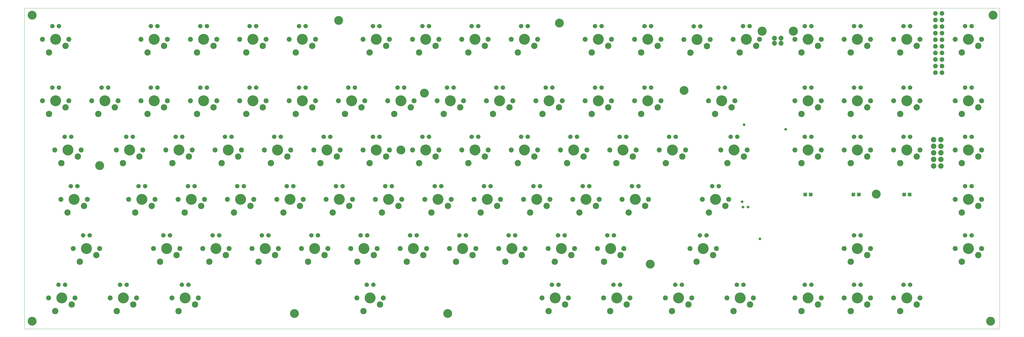
<source format=gts>
G75*
%MOIN*%
%OFA0B0*%
%FSLAX25Y25*%
%IPPOS*%
%LPD*%
%AMOC8*
5,1,8,0,0,1.08239X$1,22.5*
%
%ADD10C,0.00000*%
%ADD11C,0.13398*%
%ADD12C,0.07400*%
%ADD13C,0.13800*%
%ADD14C,0.16548*%
%ADD15C,0.07493*%
%ADD16C,0.09658*%
%ADD17C,0.06737*%
%ADD18R,0.05524X0.05524*%
%ADD19OC8,0.06800*%
%ADD20C,0.08200*%
%ADD21C,0.04100*%
D10*
X0001300Y0001300D02*
X0001300Y0488505D01*
X1479646Y0488505D01*
X1479646Y0001300D01*
X0001300Y0001300D01*
X0006812Y0013111D02*
X0006814Y0013269D01*
X0006820Y0013427D01*
X0006830Y0013585D01*
X0006844Y0013743D01*
X0006862Y0013900D01*
X0006883Y0014057D01*
X0006909Y0014213D01*
X0006939Y0014369D01*
X0006972Y0014524D01*
X0007010Y0014677D01*
X0007051Y0014830D01*
X0007096Y0014982D01*
X0007145Y0015133D01*
X0007198Y0015282D01*
X0007254Y0015430D01*
X0007314Y0015576D01*
X0007378Y0015721D01*
X0007446Y0015864D01*
X0007517Y0016006D01*
X0007591Y0016146D01*
X0007669Y0016283D01*
X0007751Y0016419D01*
X0007835Y0016553D01*
X0007924Y0016684D01*
X0008015Y0016813D01*
X0008110Y0016940D01*
X0008207Y0017065D01*
X0008308Y0017187D01*
X0008412Y0017306D01*
X0008519Y0017423D01*
X0008629Y0017537D01*
X0008742Y0017648D01*
X0008857Y0017757D01*
X0008975Y0017862D01*
X0009096Y0017964D01*
X0009219Y0018064D01*
X0009345Y0018160D01*
X0009473Y0018253D01*
X0009603Y0018343D01*
X0009736Y0018429D01*
X0009871Y0018513D01*
X0010007Y0018592D01*
X0010146Y0018669D01*
X0010287Y0018741D01*
X0010429Y0018811D01*
X0010573Y0018876D01*
X0010719Y0018938D01*
X0010866Y0018996D01*
X0011015Y0019051D01*
X0011165Y0019102D01*
X0011316Y0019149D01*
X0011468Y0019192D01*
X0011621Y0019231D01*
X0011776Y0019267D01*
X0011931Y0019298D01*
X0012087Y0019326D01*
X0012243Y0019350D01*
X0012400Y0019370D01*
X0012558Y0019386D01*
X0012715Y0019398D01*
X0012874Y0019406D01*
X0013032Y0019410D01*
X0013190Y0019410D01*
X0013348Y0019406D01*
X0013507Y0019398D01*
X0013664Y0019386D01*
X0013822Y0019370D01*
X0013979Y0019350D01*
X0014135Y0019326D01*
X0014291Y0019298D01*
X0014446Y0019267D01*
X0014601Y0019231D01*
X0014754Y0019192D01*
X0014906Y0019149D01*
X0015057Y0019102D01*
X0015207Y0019051D01*
X0015356Y0018996D01*
X0015503Y0018938D01*
X0015649Y0018876D01*
X0015793Y0018811D01*
X0015935Y0018741D01*
X0016076Y0018669D01*
X0016215Y0018592D01*
X0016351Y0018513D01*
X0016486Y0018429D01*
X0016619Y0018343D01*
X0016749Y0018253D01*
X0016877Y0018160D01*
X0017003Y0018064D01*
X0017126Y0017964D01*
X0017247Y0017862D01*
X0017365Y0017757D01*
X0017480Y0017648D01*
X0017593Y0017537D01*
X0017703Y0017423D01*
X0017810Y0017306D01*
X0017914Y0017187D01*
X0018015Y0017065D01*
X0018112Y0016940D01*
X0018207Y0016813D01*
X0018298Y0016684D01*
X0018387Y0016553D01*
X0018471Y0016419D01*
X0018553Y0016283D01*
X0018631Y0016146D01*
X0018705Y0016006D01*
X0018776Y0015864D01*
X0018844Y0015721D01*
X0018908Y0015576D01*
X0018968Y0015430D01*
X0019024Y0015282D01*
X0019077Y0015133D01*
X0019126Y0014982D01*
X0019171Y0014830D01*
X0019212Y0014677D01*
X0019250Y0014524D01*
X0019283Y0014369D01*
X0019313Y0014213D01*
X0019339Y0014057D01*
X0019360Y0013900D01*
X0019378Y0013743D01*
X0019392Y0013585D01*
X0019402Y0013427D01*
X0019408Y0013269D01*
X0019410Y0013111D01*
X0019408Y0012953D01*
X0019402Y0012795D01*
X0019392Y0012637D01*
X0019378Y0012479D01*
X0019360Y0012322D01*
X0019339Y0012165D01*
X0019313Y0012009D01*
X0019283Y0011853D01*
X0019250Y0011698D01*
X0019212Y0011545D01*
X0019171Y0011392D01*
X0019126Y0011240D01*
X0019077Y0011089D01*
X0019024Y0010940D01*
X0018968Y0010792D01*
X0018908Y0010646D01*
X0018844Y0010501D01*
X0018776Y0010358D01*
X0018705Y0010216D01*
X0018631Y0010076D01*
X0018553Y0009939D01*
X0018471Y0009803D01*
X0018387Y0009669D01*
X0018298Y0009538D01*
X0018207Y0009409D01*
X0018112Y0009282D01*
X0018015Y0009157D01*
X0017914Y0009035D01*
X0017810Y0008916D01*
X0017703Y0008799D01*
X0017593Y0008685D01*
X0017480Y0008574D01*
X0017365Y0008465D01*
X0017247Y0008360D01*
X0017126Y0008258D01*
X0017003Y0008158D01*
X0016877Y0008062D01*
X0016749Y0007969D01*
X0016619Y0007879D01*
X0016486Y0007793D01*
X0016351Y0007709D01*
X0016215Y0007630D01*
X0016076Y0007553D01*
X0015935Y0007481D01*
X0015793Y0007411D01*
X0015649Y0007346D01*
X0015503Y0007284D01*
X0015356Y0007226D01*
X0015207Y0007171D01*
X0015057Y0007120D01*
X0014906Y0007073D01*
X0014754Y0007030D01*
X0014601Y0006991D01*
X0014446Y0006955D01*
X0014291Y0006924D01*
X0014135Y0006896D01*
X0013979Y0006872D01*
X0013822Y0006852D01*
X0013664Y0006836D01*
X0013507Y0006824D01*
X0013348Y0006816D01*
X0013190Y0006812D01*
X0013032Y0006812D01*
X0012874Y0006816D01*
X0012715Y0006824D01*
X0012558Y0006836D01*
X0012400Y0006852D01*
X0012243Y0006872D01*
X0012087Y0006896D01*
X0011931Y0006924D01*
X0011776Y0006955D01*
X0011621Y0006991D01*
X0011468Y0007030D01*
X0011316Y0007073D01*
X0011165Y0007120D01*
X0011015Y0007171D01*
X0010866Y0007226D01*
X0010719Y0007284D01*
X0010573Y0007346D01*
X0010429Y0007411D01*
X0010287Y0007481D01*
X0010146Y0007553D01*
X0010007Y0007630D01*
X0009871Y0007709D01*
X0009736Y0007793D01*
X0009603Y0007879D01*
X0009473Y0007969D01*
X0009345Y0008062D01*
X0009219Y0008158D01*
X0009096Y0008258D01*
X0008975Y0008360D01*
X0008857Y0008465D01*
X0008742Y0008574D01*
X0008629Y0008685D01*
X0008519Y0008799D01*
X0008412Y0008916D01*
X0008308Y0009035D01*
X0008207Y0009157D01*
X0008110Y0009282D01*
X0008015Y0009409D01*
X0007924Y0009538D01*
X0007835Y0009669D01*
X0007751Y0009803D01*
X0007669Y0009939D01*
X0007591Y0010076D01*
X0007517Y0010216D01*
X0007446Y0010358D01*
X0007378Y0010501D01*
X0007314Y0010646D01*
X0007254Y0010792D01*
X0007198Y0010940D01*
X0007145Y0011089D01*
X0007096Y0011240D01*
X0007051Y0011392D01*
X0007010Y0011545D01*
X0006972Y0011698D01*
X0006939Y0011853D01*
X0006909Y0012009D01*
X0006883Y0012165D01*
X0006862Y0012322D01*
X0006844Y0012479D01*
X0006830Y0012637D01*
X0006820Y0012795D01*
X0006814Y0012953D01*
X0006812Y0013111D01*
X0034548Y0048544D02*
X0034550Y0048659D01*
X0034556Y0048775D01*
X0034566Y0048890D01*
X0034580Y0049005D01*
X0034598Y0049119D01*
X0034620Y0049232D01*
X0034645Y0049345D01*
X0034675Y0049456D01*
X0034708Y0049567D01*
X0034745Y0049676D01*
X0034786Y0049784D01*
X0034831Y0049891D01*
X0034879Y0049996D01*
X0034931Y0050099D01*
X0034987Y0050200D01*
X0035046Y0050300D01*
X0035108Y0050397D01*
X0035174Y0050492D01*
X0035242Y0050585D01*
X0035314Y0050675D01*
X0035389Y0050763D01*
X0035468Y0050848D01*
X0035549Y0050930D01*
X0035632Y0051010D01*
X0035719Y0051086D01*
X0035808Y0051160D01*
X0035899Y0051230D01*
X0035993Y0051298D01*
X0036089Y0051362D01*
X0036188Y0051422D01*
X0036288Y0051479D01*
X0036390Y0051533D01*
X0036494Y0051583D01*
X0036600Y0051630D01*
X0036707Y0051673D01*
X0036816Y0051712D01*
X0036926Y0051747D01*
X0037037Y0051778D01*
X0037149Y0051806D01*
X0037262Y0051830D01*
X0037376Y0051850D01*
X0037491Y0051866D01*
X0037606Y0051878D01*
X0037721Y0051886D01*
X0037836Y0051890D01*
X0037952Y0051890D01*
X0038067Y0051886D01*
X0038182Y0051878D01*
X0038297Y0051866D01*
X0038412Y0051850D01*
X0038526Y0051830D01*
X0038639Y0051806D01*
X0038751Y0051778D01*
X0038862Y0051747D01*
X0038972Y0051712D01*
X0039081Y0051673D01*
X0039188Y0051630D01*
X0039294Y0051583D01*
X0039398Y0051533D01*
X0039500Y0051479D01*
X0039600Y0051422D01*
X0039699Y0051362D01*
X0039795Y0051298D01*
X0039889Y0051230D01*
X0039980Y0051160D01*
X0040069Y0051086D01*
X0040156Y0051010D01*
X0040239Y0050930D01*
X0040320Y0050848D01*
X0040399Y0050763D01*
X0040474Y0050675D01*
X0040546Y0050585D01*
X0040614Y0050492D01*
X0040680Y0050397D01*
X0040742Y0050300D01*
X0040801Y0050200D01*
X0040857Y0050099D01*
X0040909Y0049996D01*
X0040957Y0049891D01*
X0041002Y0049784D01*
X0041043Y0049676D01*
X0041080Y0049567D01*
X0041113Y0049456D01*
X0041143Y0049345D01*
X0041168Y0049232D01*
X0041190Y0049119D01*
X0041208Y0049005D01*
X0041222Y0048890D01*
X0041232Y0048775D01*
X0041238Y0048659D01*
X0041240Y0048544D01*
X0041238Y0048429D01*
X0041232Y0048313D01*
X0041222Y0048198D01*
X0041208Y0048083D01*
X0041190Y0047969D01*
X0041168Y0047856D01*
X0041143Y0047743D01*
X0041113Y0047632D01*
X0041080Y0047521D01*
X0041043Y0047412D01*
X0041002Y0047304D01*
X0040957Y0047197D01*
X0040909Y0047092D01*
X0040857Y0046989D01*
X0040801Y0046888D01*
X0040742Y0046788D01*
X0040680Y0046691D01*
X0040614Y0046596D01*
X0040546Y0046503D01*
X0040474Y0046413D01*
X0040399Y0046325D01*
X0040320Y0046240D01*
X0040239Y0046158D01*
X0040156Y0046078D01*
X0040069Y0046002D01*
X0039980Y0045928D01*
X0039889Y0045858D01*
X0039795Y0045790D01*
X0039699Y0045726D01*
X0039600Y0045666D01*
X0039500Y0045609D01*
X0039398Y0045555D01*
X0039294Y0045505D01*
X0039188Y0045458D01*
X0039081Y0045415D01*
X0038972Y0045376D01*
X0038862Y0045341D01*
X0038751Y0045310D01*
X0038639Y0045282D01*
X0038526Y0045258D01*
X0038412Y0045238D01*
X0038297Y0045222D01*
X0038182Y0045210D01*
X0038067Y0045202D01*
X0037952Y0045198D01*
X0037836Y0045198D01*
X0037721Y0045202D01*
X0037606Y0045210D01*
X0037491Y0045222D01*
X0037376Y0045238D01*
X0037262Y0045258D01*
X0037149Y0045282D01*
X0037037Y0045310D01*
X0036926Y0045341D01*
X0036816Y0045376D01*
X0036707Y0045415D01*
X0036600Y0045458D01*
X0036494Y0045505D01*
X0036390Y0045555D01*
X0036288Y0045609D01*
X0036188Y0045666D01*
X0036089Y0045726D01*
X0035993Y0045790D01*
X0035899Y0045858D01*
X0035808Y0045928D01*
X0035719Y0046002D01*
X0035632Y0046078D01*
X0035549Y0046158D01*
X0035468Y0046240D01*
X0035389Y0046325D01*
X0035314Y0046413D01*
X0035242Y0046503D01*
X0035174Y0046596D01*
X0035108Y0046691D01*
X0035046Y0046788D01*
X0034987Y0046888D01*
X0034931Y0046989D01*
X0034879Y0047092D01*
X0034831Y0047197D01*
X0034786Y0047304D01*
X0034745Y0047412D01*
X0034708Y0047521D01*
X0034675Y0047632D01*
X0034645Y0047743D01*
X0034620Y0047856D01*
X0034598Y0047969D01*
X0034580Y0048083D01*
X0034566Y0048198D01*
X0034556Y0048313D01*
X0034550Y0048429D01*
X0034548Y0048544D01*
X0050020Y0048544D02*
X0050022Y0048737D01*
X0050029Y0048930D01*
X0050041Y0049123D01*
X0050058Y0049316D01*
X0050079Y0049508D01*
X0050105Y0049699D01*
X0050136Y0049890D01*
X0050171Y0050080D01*
X0050211Y0050269D01*
X0050256Y0050457D01*
X0050305Y0050644D01*
X0050359Y0050830D01*
X0050417Y0051014D01*
X0050480Y0051197D01*
X0050548Y0051378D01*
X0050619Y0051557D01*
X0050696Y0051735D01*
X0050776Y0051911D01*
X0050861Y0052084D01*
X0050950Y0052256D01*
X0051043Y0052425D01*
X0051140Y0052592D01*
X0051242Y0052757D01*
X0051347Y0052919D01*
X0051456Y0053078D01*
X0051570Y0053235D01*
X0051687Y0053388D01*
X0051807Y0053539D01*
X0051932Y0053687D01*
X0052060Y0053832D01*
X0052191Y0053973D01*
X0052326Y0054112D01*
X0052465Y0054247D01*
X0052606Y0054378D01*
X0052751Y0054506D01*
X0052899Y0054631D01*
X0053050Y0054751D01*
X0053203Y0054868D01*
X0053360Y0054982D01*
X0053519Y0055091D01*
X0053681Y0055196D01*
X0053846Y0055298D01*
X0054013Y0055395D01*
X0054182Y0055488D01*
X0054354Y0055577D01*
X0054527Y0055662D01*
X0054703Y0055742D01*
X0054881Y0055819D01*
X0055060Y0055890D01*
X0055241Y0055958D01*
X0055424Y0056021D01*
X0055608Y0056079D01*
X0055794Y0056133D01*
X0055981Y0056182D01*
X0056169Y0056227D01*
X0056358Y0056267D01*
X0056548Y0056302D01*
X0056739Y0056333D01*
X0056930Y0056359D01*
X0057122Y0056380D01*
X0057315Y0056397D01*
X0057508Y0056409D01*
X0057701Y0056416D01*
X0057894Y0056418D01*
X0058087Y0056416D01*
X0058280Y0056409D01*
X0058473Y0056397D01*
X0058666Y0056380D01*
X0058858Y0056359D01*
X0059049Y0056333D01*
X0059240Y0056302D01*
X0059430Y0056267D01*
X0059619Y0056227D01*
X0059807Y0056182D01*
X0059994Y0056133D01*
X0060180Y0056079D01*
X0060364Y0056021D01*
X0060547Y0055958D01*
X0060728Y0055890D01*
X0060907Y0055819D01*
X0061085Y0055742D01*
X0061261Y0055662D01*
X0061434Y0055577D01*
X0061606Y0055488D01*
X0061775Y0055395D01*
X0061942Y0055298D01*
X0062107Y0055196D01*
X0062269Y0055091D01*
X0062428Y0054982D01*
X0062585Y0054868D01*
X0062738Y0054751D01*
X0062889Y0054631D01*
X0063037Y0054506D01*
X0063182Y0054378D01*
X0063323Y0054247D01*
X0063462Y0054112D01*
X0063597Y0053973D01*
X0063728Y0053832D01*
X0063856Y0053687D01*
X0063981Y0053539D01*
X0064101Y0053388D01*
X0064218Y0053235D01*
X0064332Y0053078D01*
X0064441Y0052919D01*
X0064546Y0052757D01*
X0064648Y0052592D01*
X0064745Y0052425D01*
X0064838Y0052256D01*
X0064927Y0052084D01*
X0065012Y0051911D01*
X0065092Y0051735D01*
X0065169Y0051557D01*
X0065240Y0051378D01*
X0065308Y0051197D01*
X0065371Y0051014D01*
X0065429Y0050830D01*
X0065483Y0050644D01*
X0065532Y0050457D01*
X0065577Y0050269D01*
X0065617Y0050080D01*
X0065652Y0049890D01*
X0065683Y0049699D01*
X0065709Y0049508D01*
X0065730Y0049316D01*
X0065747Y0049123D01*
X0065759Y0048930D01*
X0065766Y0048737D01*
X0065768Y0048544D01*
X0065766Y0048351D01*
X0065759Y0048158D01*
X0065747Y0047965D01*
X0065730Y0047772D01*
X0065709Y0047580D01*
X0065683Y0047389D01*
X0065652Y0047198D01*
X0065617Y0047008D01*
X0065577Y0046819D01*
X0065532Y0046631D01*
X0065483Y0046444D01*
X0065429Y0046258D01*
X0065371Y0046074D01*
X0065308Y0045891D01*
X0065240Y0045710D01*
X0065169Y0045531D01*
X0065092Y0045353D01*
X0065012Y0045177D01*
X0064927Y0045004D01*
X0064838Y0044832D01*
X0064745Y0044663D01*
X0064648Y0044496D01*
X0064546Y0044331D01*
X0064441Y0044169D01*
X0064332Y0044010D01*
X0064218Y0043853D01*
X0064101Y0043700D01*
X0063981Y0043549D01*
X0063856Y0043401D01*
X0063728Y0043256D01*
X0063597Y0043115D01*
X0063462Y0042976D01*
X0063323Y0042841D01*
X0063182Y0042710D01*
X0063037Y0042582D01*
X0062889Y0042457D01*
X0062738Y0042337D01*
X0062585Y0042220D01*
X0062428Y0042106D01*
X0062269Y0041997D01*
X0062107Y0041892D01*
X0061942Y0041790D01*
X0061775Y0041693D01*
X0061606Y0041600D01*
X0061434Y0041511D01*
X0061261Y0041426D01*
X0061085Y0041346D01*
X0060907Y0041269D01*
X0060728Y0041198D01*
X0060547Y0041130D01*
X0060364Y0041067D01*
X0060180Y0041009D01*
X0059994Y0040955D01*
X0059807Y0040906D01*
X0059619Y0040861D01*
X0059430Y0040821D01*
X0059240Y0040786D01*
X0059049Y0040755D01*
X0058858Y0040729D01*
X0058666Y0040708D01*
X0058473Y0040691D01*
X0058280Y0040679D01*
X0058087Y0040672D01*
X0057894Y0040670D01*
X0057701Y0040672D01*
X0057508Y0040679D01*
X0057315Y0040691D01*
X0057122Y0040708D01*
X0056930Y0040729D01*
X0056739Y0040755D01*
X0056548Y0040786D01*
X0056358Y0040821D01*
X0056169Y0040861D01*
X0055981Y0040906D01*
X0055794Y0040955D01*
X0055608Y0041009D01*
X0055424Y0041067D01*
X0055241Y0041130D01*
X0055060Y0041198D01*
X0054881Y0041269D01*
X0054703Y0041346D01*
X0054527Y0041426D01*
X0054354Y0041511D01*
X0054182Y0041600D01*
X0054013Y0041693D01*
X0053846Y0041790D01*
X0053681Y0041892D01*
X0053519Y0041997D01*
X0053360Y0042106D01*
X0053203Y0042220D01*
X0053050Y0042337D01*
X0052899Y0042457D01*
X0052751Y0042582D01*
X0052606Y0042710D01*
X0052465Y0042841D01*
X0052326Y0042976D01*
X0052191Y0043115D01*
X0052060Y0043256D01*
X0051932Y0043401D01*
X0051807Y0043549D01*
X0051687Y0043700D01*
X0051570Y0043853D01*
X0051456Y0044010D01*
X0051347Y0044169D01*
X0051242Y0044331D01*
X0051140Y0044496D01*
X0051043Y0044663D01*
X0050950Y0044832D01*
X0050861Y0045004D01*
X0050776Y0045177D01*
X0050696Y0045353D01*
X0050619Y0045531D01*
X0050548Y0045710D01*
X0050480Y0045891D01*
X0050417Y0046074D01*
X0050359Y0046258D01*
X0050305Y0046444D01*
X0050256Y0046631D01*
X0050211Y0046819D01*
X0050171Y0047008D01*
X0050136Y0047198D01*
X0050105Y0047389D01*
X0050079Y0047580D01*
X0050058Y0047772D01*
X0050041Y0047965D01*
X0050029Y0048158D01*
X0050022Y0048351D01*
X0050020Y0048544D01*
X0074548Y0048544D02*
X0074550Y0048659D01*
X0074556Y0048775D01*
X0074566Y0048890D01*
X0074580Y0049005D01*
X0074598Y0049119D01*
X0074620Y0049232D01*
X0074645Y0049345D01*
X0074675Y0049456D01*
X0074708Y0049567D01*
X0074745Y0049676D01*
X0074786Y0049784D01*
X0074831Y0049891D01*
X0074879Y0049996D01*
X0074931Y0050099D01*
X0074987Y0050200D01*
X0075046Y0050300D01*
X0075108Y0050397D01*
X0075174Y0050492D01*
X0075242Y0050585D01*
X0075314Y0050675D01*
X0075389Y0050763D01*
X0075468Y0050848D01*
X0075549Y0050930D01*
X0075632Y0051010D01*
X0075719Y0051086D01*
X0075808Y0051160D01*
X0075899Y0051230D01*
X0075993Y0051298D01*
X0076089Y0051362D01*
X0076188Y0051422D01*
X0076288Y0051479D01*
X0076390Y0051533D01*
X0076494Y0051583D01*
X0076600Y0051630D01*
X0076707Y0051673D01*
X0076816Y0051712D01*
X0076926Y0051747D01*
X0077037Y0051778D01*
X0077149Y0051806D01*
X0077262Y0051830D01*
X0077376Y0051850D01*
X0077491Y0051866D01*
X0077606Y0051878D01*
X0077721Y0051886D01*
X0077836Y0051890D01*
X0077952Y0051890D01*
X0078067Y0051886D01*
X0078182Y0051878D01*
X0078297Y0051866D01*
X0078412Y0051850D01*
X0078526Y0051830D01*
X0078639Y0051806D01*
X0078751Y0051778D01*
X0078862Y0051747D01*
X0078972Y0051712D01*
X0079081Y0051673D01*
X0079188Y0051630D01*
X0079294Y0051583D01*
X0079398Y0051533D01*
X0079500Y0051479D01*
X0079600Y0051422D01*
X0079699Y0051362D01*
X0079795Y0051298D01*
X0079889Y0051230D01*
X0079980Y0051160D01*
X0080069Y0051086D01*
X0080156Y0051010D01*
X0080239Y0050930D01*
X0080320Y0050848D01*
X0080399Y0050763D01*
X0080474Y0050675D01*
X0080546Y0050585D01*
X0080614Y0050492D01*
X0080680Y0050397D01*
X0080742Y0050300D01*
X0080801Y0050200D01*
X0080857Y0050099D01*
X0080909Y0049996D01*
X0080957Y0049891D01*
X0081002Y0049784D01*
X0081043Y0049676D01*
X0081080Y0049567D01*
X0081113Y0049456D01*
X0081143Y0049345D01*
X0081168Y0049232D01*
X0081190Y0049119D01*
X0081208Y0049005D01*
X0081222Y0048890D01*
X0081232Y0048775D01*
X0081238Y0048659D01*
X0081240Y0048544D01*
X0081238Y0048429D01*
X0081232Y0048313D01*
X0081222Y0048198D01*
X0081208Y0048083D01*
X0081190Y0047969D01*
X0081168Y0047856D01*
X0081143Y0047743D01*
X0081113Y0047632D01*
X0081080Y0047521D01*
X0081043Y0047412D01*
X0081002Y0047304D01*
X0080957Y0047197D01*
X0080909Y0047092D01*
X0080857Y0046989D01*
X0080801Y0046888D01*
X0080742Y0046788D01*
X0080680Y0046691D01*
X0080614Y0046596D01*
X0080546Y0046503D01*
X0080474Y0046413D01*
X0080399Y0046325D01*
X0080320Y0046240D01*
X0080239Y0046158D01*
X0080156Y0046078D01*
X0080069Y0046002D01*
X0079980Y0045928D01*
X0079889Y0045858D01*
X0079795Y0045790D01*
X0079699Y0045726D01*
X0079600Y0045666D01*
X0079500Y0045609D01*
X0079398Y0045555D01*
X0079294Y0045505D01*
X0079188Y0045458D01*
X0079081Y0045415D01*
X0078972Y0045376D01*
X0078862Y0045341D01*
X0078751Y0045310D01*
X0078639Y0045282D01*
X0078526Y0045258D01*
X0078412Y0045238D01*
X0078297Y0045222D01*
X0078182Y0045210D01*
X0078067Y0045202D01*
X0077952Y0045198D01*
X0077836Y0045198D01*
X0077721Y0045202D01*
X0077606Y0045210D01*
X0077491Y0045222D01*
X0077376Y0045238D01*
X0077262Y0045258D01*
X0077149Y0045282D01*
X0077037Y0045310D01*
X0076926Y0045341D01*
X0076816Y0045376D01*
X0076707Y0045415D01*
X0076600Y0045458D01*
X0076494Y0045505D01*
X0076390Y0045555D01*
X0076288Y0045609D01*
X0076188Y0045666D01*
X0076089Y0045726D01*
X0075993Y0045790D01*
X0075899Y0045858D01*
X0075808Y0045928D01*
X0075719Y0046002D01*
X0075632Y0046078D01*
X0075549Y0046158D01*
X0075468Y0046240D01*
X0075389Y0046325D01*
X0075314Y0046413D01*
X0075242Y0046503D01*
X0075174Y0046596D01*
X0075108Y0046691D01*
X0075046Y0046788D01*
X0074987Y0046888D01*
X0074931Y0046989D01*
X0074879Y0047092D01*
X0074831Y0047197D01*
X0074786Y0047304D01*
X0074745Y0047412D01*
X0074708Y0047521D01*
X0074675Y0047632D01*
X0074645Y0047743D01*
X0074620Y0047856D01*
X0074598Y0047969D01*
X0074580Y0048083D01*
X0074566Y0048198D01*
X0074556Y0048313D01*
X0074550Y0048429D01*
X0074548Y0048544D01*
X0128052Y0048544D02*
X0128054Y0048659D01*
X0128060Y0048775D01*
X0128070Y0048890D01*
X0128084Y0049005D01*
X0128102Y0049119D01*
X0128124Y0049232D01*
X0128149Y0049345D01*
X0128179Y0049456D01*
X0128212Y0049567D01*
X0128249Y0049676D01*
X0128290Y0049784D01*
X0128335Y0049891D01*
X0128383Y0049996D01*
X0128435Y0050099D01*
X0128491Y0050200D01*
X0128550Y0050300D01*
X0128612Y0050397D01*
X0128678Y0050492D01*
X0128746Y0050585D01*
X0128818Y0050675D01*
X0128893Y0050763D01*
X0128972Y0050848D01*
X0129053Y0050930D01*
X0129136Y0051010D01*
X0129223Y0051086D01*
X0129312Y0051160D01*
X0129403Y0051230D01*
X0129497Y0051298D01*
X0129593Y0051362D01*
X0129692Y0051422D01*
X0129792Y0051479D01*
X0129894Y0051533D01*
X0129998Y0051583D01*
X0130104Y0051630D01*
X0130211Y0051673D01*
X0130320Y0051712D01*
X0130430Y0051747D01*
X0130541Y0051778D01*
X0130653Y0051806D01*
X0130766Y0051830D01*
X0130880Y0051850D01*
X0130995Y0051866D01*
X0131110Y0051878D01*
X0131225Y0051886D01*
X0131340Y0051890D01*
X0131456Y0051890D01*
X0131571Y0051886D01*
X0131686Y0051878D01*
X0131801Y0051866D01*
X0131916Y0051850D01*
X0132030Y0051830D01*
X0132143Y0051806D01*
X0132255Y0051778D01*
X0132366Y0051747D01*
X0132476Y0051712D01*
X0132585Y0051673D01*
X0132692Y0051630D01*
X0132798Y0051583D01*
X0132902Y0051533D01*
X0133004Y0051479D01*
X0133104Y0051422D01*
X0133203Y0051362D01*
X0133299Y0051298D01*
X0133393Y0051230D01*
X0133484Y0051160D01*
X0133573Y0051086D01*
X0133660Y0051010D01*
X0133743Y0050930D01*
X0133824Y0050848D01*
X0133903Y0050763D01*
X0133978Y0050675D01*
X0134050Y0050585D01*
X0134118Y0050492D01*
X0134184Y0050397D01*
X0134246Y0050300D01*
X0134305Y0050200D01*
X0134361Y0050099D01*
X0134413Y0049996D01*
X0134461Y0049891D01*
X0134506Y0049784D01*
X0134547Y0049676D01*
X0134584Y0049567D01*
X0134617Y0049456D01*
X0134647Y0049345D01*
X0134672Y0049232D01*
X0134694Y0049119D01*
X0134712Y0049005D01*
X0134726Y0048890D01*
X0134736Y0048775D01*
X0134742Y0048659D01*
X0134744Y0048544D01*
X0134742Y0048429D01*
X0134736Y0048313D01*
X0134726Y0048198D01*
X0134712Y0048083D01*
X0134694Y0047969D01*
X0134672Y0047856D01*
X0134647Y0047743D01*
X0134617Y0047632D01*
X0134584Y0047521D01*
X0134547Y0047412D01*
X0134506Y0047304D01*
X0134461Y0047197D01*
X0134413Y0047092D01*
X0134361Y0046989D01*
X0134305Y0046888D01*
X0134246Y0046788D01*
X0134184Y0046691D01*
X0134118Y0046596D01*
X0134050Y0046503D01*
X0133978Y0046413D01*
X0133903Y0046325D01*
X0133824Y0046240D01*
X0133743Y0046158D01*
X0133660Y0046078D01*
X0133573Y0046002D01*
X0133484Y0045928D01*
X0133393Y0045858D01*
X0133299Y0045790D01*
X0133203Y0045726D01*
X0133104Y0045666D01*
X0133004Y0045609D01*
X0132902Y0045555D01*
X0132798Y0045505D01*
X0132692Y0045458D01*
X0132585Y0045415D01*
X0132476Y0045376D01*
X0132366Y0045341D01*
X0132255Y0045310D01*
X0132143Y0045282D01*
X0132030Y0045258D01*
X0131916Y0045238D01*
X0131801Y0045222D01*
X0131686Y0045210D01*
X0131571Y0045202D01*
X0131456Y0045198D01*
X0131340Y0045198D01*
X0131225Y0045202D01*
X0131110Y0045210D01*
X0130995Y0045222D01*
X0130880Y0045238D01*
X0130766Y0045258D01*
X0130653Y0045282D01*
X0130541Y0045310D01*
X0130430Y0045341D01*
X0130320Y0045376D01*
X0130211Y0045415D01*
X0130104Y0045458D01*
X0129998Y0045505D01*
X0129894Y0045555D01*
X0129792Y0045609D01*
X0129692Y0045666D01*
X0129593Y0045726D01*
X0129497Y0045790D01*
X0129403Y0045858D01*
X0129312Y0045928D01*
X0129223Y0046002D01*
X0129136Y0046078D01*
X0129053Y0046158D01*
X0128972Y0046240D01*
X0128893Y0046325D01*
X0128818Y0046413D01*
X0128746Y0046503D01*
X0128678Y0046596D01*
X0128612Y0046691D01*
X0128550Y0046788D01*
X0128491Y0046888D01*
X0128435Y0046989D01*
X0128383Y0047092D01*
X0128335Y0047197D01*
X0128290Y0047304D01*
X0128249Y0047412D01*
X0128212Y0047521D01*
X0128179Y0047632D01*
X0128149Y0047743D01*
X0128124Y0047856D01*
X0128102Y0047969D01*
X0128084Y0048083D01*
X0128070Y0048198D01*
X0128060Y0048313D01*
X0128054Y0048429D01*
X0128052Y0048544D01*
X0143524Y0048544D02*
X0143526Y0048737D01*
X0143533Y0048930D01*
X0143545Y0049123D01*
X0143562Y0049316D01*
X0143583Y0049508D01*
X0143609Y0049699D01*
X0143640Y0049890D01*
X0143675Y0050080D01*
X0143715Y0050269D01*
X0143760Y0050457D01*
X0143809Y0050644D01*
X0143863Y0050830D01*
X0143921Y0051014D01*
X0143984Y0051197D01*
X0144052Y0051378D01*
X0144123Y0051557D01*
X0144200Y0051735D01*
X0144280Y0051911D01*
X0144365Y0052084D01*
X0144454Y0052256D01*
X0144547Y0052425D01*
X0144644Y0052592D01*
X0144746Y0052757D01*
X0144851Y0052919D01*
X0144960Y0053078D01*
X0145074Y0053235D01*
X0145191Y0053388D01*
X0145311Y0053539D01*
X0145436Y0053687D01*
X0145564Y0053832D01*
X0145695Y0053973D01*
X0145830Y0054112D01*
X0145969Y0054247D01*
X0146110Y0054378D01*
X0146255Y0054506D01*
X0146403Y0054631D01*
X0146554Y0054751D01*
X0146707Y0054868D01*
X0146864Y0054982D01*
X0147023Y0055091D01*
X0147185Y0055196D01*
X0147350Y0055298D01*
X0147517Y0055395D01*
X0147686Y0055488D01*
X0147858Y0055577D01*
X0148031Y0055662D01*
X0148207Y0055742D01*
X0148385Y0055819D01*
X0148564Y0055890D01*
X0148745Y0055958D01*
X0148928Y0056021D01*
X0149112Y0056079D01*
X0149298Y0056133D01*
X0149485Y0056182D01*
X0149673Y0056227D01*
X0149862Y0056267D01*
X0150052Y0056302D01*
X0150243Y0056333D01*
X0150434Y0056359D01*
X0150626Y0056380D01*
X0150819Y0056397D01*
X0151012Y0056409D01*
X0151205Y0056416D01*
X0151398Y0056418D01*
X0151591Y0056416D01*
X0151784Y0056409D01*
X0151977Y0056397D01*
X0152170Y0056380D01*
X0152362Y0056359D01*
X0152553Y0056333D01*
X0152744Y0056302D01*
X0152934Y0056267D01*
X0153123Y0056227D01*
X0153311Y0056182D01*
X0153498Y0056133D01*
X0153684Y0056079D01*
X0153868Y0056021D01*
X0154051Y0055958D01*
X0154232Y0055890D01*
X0154411Y0055819D01*
X0154589Y0055742D01*
X0154765Y0055662D01*
X0154938Y0055577D01*
X0155110Y0055488D01*
X0155279Y0055395D01*
X0155446Y0055298D01*
X0155611Y0055196D01*
X0155773Y0055091D01*
X0155932Y0054982D01*
X0156089Y0054868D01*
X0156242Y0054751D01*
X0156393Y0054631D01*
X0156541Y0054506D01*
X0156686Y0054378D01*
X0156827Y0054247D01*
X0156966Y0054112D01*
X0157101Y0053973D01*
X0157232Y0053832D01*
X0157360Y0053687D01*
X0157485Y0053539D01*
X0157605Y0053388D01*
X0157722Y0053235D01*
X0157836Y0053078D01*
X0157945Y0052919D01*
X0158050Y0052757D01*
X0158152Y0052592D01*
X0158249Y0052425D01*
X0158342Y0052256D01*
X0158431Y0052084D01*
X0158516Y0051911D01*
X0158596Y0051735D01*
X0158673Y0051557D01*
X0158744Y0051378D01*
X0158812Y0051197D01*
X0158875Y0051014D01*
X0158933Y0050830D01*
X0158987Y0050644D01*
X0159036Y0050457D01*
X0159081Y0050269D01*
X0159121Y0050080D01*
X0159156Y0049890D01*
X0159187Y0049699D01*
X0159213Y0049508D01*
X0159234Y0049316D01*
X0159251Y0049123D01*
X0159263Y0048930D01*
X0159270Y0048737D01*
X0159272Y0048544D01*
X0159270Y0048351D01*
X0159263Y0048158D01*
X0159251Y0047965D01*
X0159234Y0047772D01*
X0159213Y0047580D01*
X0159187Y0047389D01*
X0159156Y0047198D01*
X0159121Y0047008D01*
X0159081Y0046819D01*
X0159036Y0046631D01*
X0158987Y0046444D01*
X0158933Y0046258D01*
X0158875Y0046074D01*
X0158812Y0045891D01*
X0158744Y0045710D01*
X0158673Y0045531D01*
X0158596Y0045353D01*
X0158516Y0045177D01*
X0158431Y0045004D01*
X0158342Y0044832D01*
X0158249Y0044663D01*
X0158152Y0044496D01*
X0158050Y0044331D01*
X0157945Y0044169D01*
X0157836Y0044010D01*
X0157722Y0043853D01*
X0157605Y0043700D01*
X0157485Y0043549D01*
X0157360Y0043401D01*
X0157232Y0043256D01*
X0157101Y0043115D01*
X0156966Y0042976D01*
X0156827Y0042841D01*
X0156686Y0042710D01*
X0156541Y0042582D01*
X0156393Y0042457D01*
X0156242Y0042337D01*
X0156089Y0042220D01*
X0155932Y0042106D01*
X0155773Y0041997D01*
X0155611Y0041892D01*
X0155446Y0041790D01*
X0155279Y0041693D01*
X0155110Y0041600D01*
X0154938Y0041511D01*
X0154765Y0041426D01*
X0154589Y0041346D01*
X0154411Y0041269D01*
X0154232Y0041198D01*
X0154051Y0041130D01*
X0153868Y0041067D01*
X0153684Y0041009D01*
X0153498Y0040955D01*
X0153311Y0040906D01*
X0153123Y0040861D01*
X0152934Y0040821D01*
X0152744Y0040786D01*
X0152553Y0040755D01*
X0152362Y0040729D01*
X0152170Y0040708D01*
X0151977Y0040691D01*
X0151784Y0040679D01*
X0151591Y0040672D01*
X0151398Y0040670D01*
X0151205Y0040672D01*
X0151012Y0040679D01*
X0150819Y0040691D01*
X0150626Y0040708D01*
X0150434Y0040729D01*
X0150243Y0040755D01*
X0150052Y0040786D01*
X0149862Y0040821D01*
X0149673Y0040861D01*
X0149485Y0040906D01*
X0149298Y0040955D01*
X0149112Y0041009D01*
X0148928Y0041067D01*
X0148745Y0041130D01*
X0148564Y0041198D01*
X0148385Y0041269D01*
X0148207Y0041346D01*
X0148031Y0041426D01*
X0147858Y0041511D01*
X0147686Y0041600D01*
X0147517Y0041693D01*
X0147350Y0041790D01*
X0147185Y0041892D01*
X0147023Y0041997D01*
X0146864Y0042106D01*
X0146707Y0042220D01*
X0146554Y0042337D01*
X0146403Y0042457D01*
X0146255Y0042582D01*
X0146110Y0042710D01*
X0145969Y0042841D01*
X0145830Y0042976D01*
X0145695Y0043115D01*
X0145564Y0043256D01*
X0145436Y0043401D01*
X0145311Y0043549D01*
X0145191Y0043700D01*
X0145074Y0043853D01*
X0144960Y0044010D01*
X0144851Y0044169D01*
X0144746Y0044331D01*
X0144644Y0044496D01*
X0144547Y0044663D01*
X0144454Y0044832D01*
X0144365Y0045004D01*
X0144280Y0045177D01*
X0144200Y0045353D01*
X0144123Y0045531D01*
X0144052Y0045710D01*
X0143984Y0045891D01*
X0143921Y0046074D01*
X0143863Y0046258D01*
X0143809Y0046444D01*
X0143760Y0046631D01*
X0143715Y0046819D01*
X0143675Y0047008D01*
X0143640Y0047198D01*
X0143609Y0047389D01*
X0143583Y0047580D01*
X0143562Y0047772D01*
X0143545Y0047965D01*
X0143533Y0048158D01*
X0143526Y0048351D01*
X0143524Y0048544D01*
X0168052Y0048544D02*
X0168054Y0048659D01*
X0168060Y0048775D01*
X0168070Y0048890D01*
X0168084Y0049005D01*
X0168102Y0049119D01*
X0168124Y0049232D01*
X0168149Y0049345D01*
X0168179Y0049456D01*
X0168212Y0049567D01*
X0168249Y0049676D01*
X0168290Y0049784D01*
X0168335Y0049891D01*
X0168383Y0049996D01*
X0168435Y0050099D01*
X0168491Y0050200D01*
X0168550Y0050300D01*
X0168612Y0050397D01*
X0168678Y0050492D01*
X0168746Y0050585D01*
X0168818Y0050675D01*
X0168893Y0050763D01*
X0168972Y0050848D01*
X0169053Y0050930D01*
X0169136Y0051010D01*
X0169223Y0051086D01*
X0169312Y0051160D01*
X0169403Y0051230D01*
X0169497Y0051298D01*
X0169593Y0051362D01*
X0169692Y0051422D01*
X0169792Y0051479D01*
X0169894Y0051533D01*
X0169998Y0051583D01*
X0170104Y0051630D01*
X0170211Y0051673D01*
X0170320Y0051712D01*
X0170430Y0051747D01*
X0170541Y0051778D01*
X0170653Y0051806D01*
X0170766Y0051830D01*
X0170880Y0051850D01*
X0170995Y0051866D01*
X0171110Y0051878D01*
X0171225Y0051886D01*
X0171340Y0051890D01*
X0171456Y0051890D01*
X0171571Y0051886D01*
X0171686Y0051878D01*
X0171801Y0051866D01*
X0171916Y0051850D01*
X0172030Y0051830D01*
X0172143Y0051806D01*
X0172255Y0051778D01*
X0172366Y0051747D01*
X0172476Y0051712D01*
X0172585Y0051673D01*
X0172692Y0051630D01*
X0172798Y0051583D01*
X0172902Y0051533D01*
X0173004Y0051479D01*
X0173104Y0051422D01*
X0173203Y0051362D01*
X0173299Y0051298D01*
X0173393Y0051230D01*
X0173484Y0051160D01*
X0173573Y0051086D01*
X0173660Y0051010D01*
X0173743Y0050930D01*
X0173824Y0050848D01*
X0173903Y0050763D01*
X0173978Y0050675D01*
X0174050Y0050585D01*
X0174118Y0050492D01*
X0174184Y0050397D01*
X0174246Y0050300D01*
X0174305Y0050200D01*
X0174361Y0050099D01*
X0174413Y0049996D01*
X0174461Y0049891D01*
X0174506Y0049784D01*
X0174547Y0049676D01*
X0174584Y0049567D01*
X0174617Y0049456D01*
X0174647Y0049345D01*
X0174672Y0049232D01*
X0174694Y0049119D01*
X0174712Y0049005D01*
X0174726Y0048890D01*
X0174736Y0048775D01*
X0174742Y0048659D01*
X0174744Y0048544D01*
X0174742Y0048429D01*
X0174736Y0048313D01*
X0174726Y0048198D01*
X0174712Y0048083D01*
X0174694Y0047969D01*
X0174672Y0047856D01*
X0174647Y0047743D01*
X0174617Y0047632D01*
X0174584Y0047521D01*
X0174547Y0047412D01*
X0174506Y0047304D01*
X0174461Y0047197D01*
X0174413Y0047092D01*
X0174361Y0046989D01*
X0174305Y0046888D01*
X0174246Y0046788D01*
X0174184Y0046691D01*
X0174118Y0046596D01*
X0174050Y0046503D01*
X0173978Y0046413D01*
X0173903Y0046325D01*
X0173824Y0046240D01*
X0173743Y0046158D01*
X0173660Y0046078D01*
X0173573Y0046002D01*
X0173484Y0045928D01*
X0173393Y0045858D01*
X0173299Y0045790D01*
X0173203Y0045726D01*
X0173104Y0045666D01*
X0173004Y0045609D01*
X0172902Y0045555D01*
X0172798Y0045505D01*
X0172692Y0045458D01*
X0172585Y0045415D01*
X0172476Y0045376D01*
X0172366Y0045341D01*
X0172255Y0045310D01*
X0172143Y0045282D01*
X0172030Y0045258D01*
X0171916Y0045238D01*
X0171801Y0045222D01*
X0171686Y0045210D01*
X0171571Y0045202D01*
X0171456Y0045198D01*
X0171340Y0045198D01*
X0171225Y0045202D01*
X0171110Y0045210D01*
X0170995Y0045222D01*
X0170880Y0045238D01*
X0170766Y0045258D01*
X0170653Y0045282D01*
X0170541Y0045310D01*
X0170430Y0045341D01*
X0170320Y0045376D01*
X0170211Y0045415D01*
X0170104Y0045458D01*
X0169998Y0045505D01*
X0169894Y0045555D01*
X0169792Y0045609D01*
X0169692Y0045666D01*
X0169593Y0045726D01*
X0169497Y0045790D01*
X0169403Y0045858D01*
X0169312Y0045928D01*
X0169223Y0046002D01*
X0169136Y0046078D01*
X0169053Y0046158D01*
X0168972Y0046240D01*
X0168893Y0046325D01*
X0168818Y0046413D01*
X0168746Y0046503D01*
X0168678Y0046596D01*
X0168612Y0046691D01*
X0168550Y0046788D01*
X0168491Y0046888D01*
X0168435Y0046989D01*
X0168383Y0047092D01*
X0168335Y0047197D01*
X0168290Y0047304D01*
X0168249Y0047412D01*
X0168212Y0047521D01*
X0168179Y0047632D01*
X0168149Y0047743D01*
X0168124Y0047856D01*
X0168102Y0047969D01*
X0168084Y0048083D01*
X0168070Y0048198D01*
X0168060Y0048313D01*
X0168054Y0048429D01*
X0168052Y0048544D01*
X0221556Y0048544D02*
X0221558Y0048659D01*
X0221564Y0048775D01*
X0221574Y0048890D01*
X0221588Y0049005D01*
X0221606Y0049119D01*
X0221628Y0049232D01*
X0221653Y0049345D01*
X0221683Y0049456D01*
X0221716Y0049567D01*
X0221753Y0049676D01*
X0221794Y0049784D01*
X0221839Y0049891D01*
X0221887Y0049996D01*
X0221939Y0050099D01*
X0221995Y0050200D01*
X0222054Y0050300D01*
X0222116Y0050397D01*
X0222182Y0050492D01*
X0222250Y0050585D01*
X0222322Y0050675D01*
X0222397Y0050763D01*
X0222476Y0050848D01*
X0222557Y0050930D01*
X0222640Y0051010D01*
X0222727Y0051086D01*
X0222816Y0051160D01*
X0222907Y0051230D01*
X0223001Y0051298D01*
X0223097Y0051362D01*
X0223196Y0051422D01*
X0223296Y0051479D01*
X0223398Y0051533D01*
X0223502Y0051583D01*
X0223608Y0051630D01*
X0223715Y0051673D01*
X0223824Y0051712D01*
X0223934Y0051747D01*
X0224045Y0051778D01*
X0224157Y0051806D01*
X0224270Y0051830D01*
X0224384Y0051850D01*
X0224499Y0051866D01*
X0224614Y0051878D01*
X0224729Y0051886D01*
X0224844Y0051890D01*
X0224960Y0051890D01*
X0225075Y0051886D01*
X0225190Y0051878D01*
X0225305Y0051866D01*
X0225420Y0051850D01*
X0225534Y0051830D01*
X0225647Y0051806D01*
X0225759Y0051778D01*
X0225870Y0051747D01*
X0225980Y0051712D01*
X0226089Y0051673D01*
X0226196Y0051630D01*
X0226302Y0051583D01*
X0226406Y0051533D01*
X0226508Y0051479D01*
X0226608Y0051422D01*
X0226707Y0051362D01*
X0226803Y0051298D01*
X0226897Y0051230D01*
X0226988Y0051160D01*
X0227077Y0051086D01*
X0227164Y0051010D01*
X0227247Y0050930D01*
X0227328Y0050848D01*
X0227407Y0050763D01*
X0227482Y0050675D01*
X0227554Y0050585D01*
X0227622Y0050492D01*
X0227688Y0050397D01*
X0227750Y0050300D01*
X0227809Y0050200D01*
X0227865Y0050099D01*
X0227917Y0049996D01*
X0227965Y0049891D01*
X0228010Y0049784D01*
X0228051Y0049676D01*
X0228088Y0049567D01*
X0228121Y0049456D01*
X0228151Y0049345D01*
X0228176Y0049232D01*
X0228198Y0049119D01*
X0228216Y0049005D01*
X0228230Y0048890D01*
X0228240Y0048775D01*
X0228246Y0048659D01*
X0228248Y0048544D01*
X0228246Y0048429D01*
X0228240Y0048313D01*
X0228230Y0048198D01*
X0228216Y0048083D01*
X0228198Y0047969D01*
X0228176Y0047856D01*
X0228151Y0047743D01*
X0228121Y0047632D01*
X0228088Y0047521D01*
X0228051Y0047412D01*
X0228010Y0047304D01*
X0227965Y0047197D01*
X0227917Y0047092D01*
X0227865Y0046989D01*
X0227809Y0046888D01*
X0227750Y0046788D01*
X0227688Y0046691D01*
X0227622Y0046596D01*
X0227554Y0046503D01*
X0227482Y0046413D01*
X0227407Y0046325D01*
X0227328Y0046240D01*
X0227247Y0046158D01*
X0227164Y0046078D01*
X0227077Y0046002D01*
X0226988Y0045928D01*
X0226897Y0045858D01*
X0226803Y0045790D01*
X0226707Y0045726D01*
X0226608Y0045666D01*
X0226508Y0045609D01*
X0226406Y0045555D01*
X0226302Y0045505D01*
X0226196Y0045458D01*
X0226089Y0045415D01*
X0225980Y0045376D01*
X0225870Y0045341D01*
X0225759Y0045310D01*
X0225647Y0045282D01*
X0225534Y0045258D01*
X0225420Y0045238D01*
X0225305Y0045222D01*
X0225190Y0045210D01*
X0225075Y0045202D01*
X0224960Y0045198D01*
X0224844Y0045198D01*
X0224729Y0045202D01*
X0224614Y0045210D01*
X0224499Y0045222D01*
X0224384Y0045238D01*
X0224270Y0045258D01*
X0224157Y0045282D01*
X0224045Y0045310D01*
X0223934Y0045341D01*
X0223824Y0045376D01*
X0223715Y0045415D01*
X0223608Y0045458D01*
X0223502Y0045505D01*
X0223398Y0045555D01*
X0223296Y0045609D01*
X0223196Y0045666D01*
X0223097Y0045726D01*
X0223001Y0045790D01*
X0222907Y0045858D01*
X0222816Y0045928D01*
X0222727Y0046002D01*
X0222640Y0046078D01*
X0222557Y0046158D01*
X0222476Y0046240D01*
X0222397Y0046325D01*
X0222322Y0046413D01*
X0222250Y0046503D01*
X0222182Y0046596D01*
X0222116Y0046691D01*
X0222054Y0046788D01*
X0221995Y0046888D01*
X0221939Y0046989D01*
X0221887Y0047092D01*
X0221839Y0047197D01*
X0221794Y0047304D01*
X0221753Y0047412D01*
X0221716Y0047521D01*
X0221683Y0047632D01*
X0221653Y0047743D01*
X0221628Y0047856D01*
X0221606Y0047969D01*
X0221588Y0048083D01*
X0221574Y0048198D01*
X0221564Y0048313D01*
X0221558Y0048429D01*
X0221556Y0048544D01*
X0237028Y0048544D02*
X0237030Y0048737D01*
X0237037Y0048930D01*
X0237049Y0049123D01*
X0237066Y0049316D01*
X0237087Y0049508D01*
X0237113Y0049699D01*
X0237144Y0049890D01*
X0237179Y0050080D01*
X0237219Y0050269D01*
X0237264Y0050457D01*
X0237313Y0050644D01*
X0237367Y0050830D01*
X0237425Y0051014D01*
X0237488Y0051197D01*
X0237556Y0051378D01*
X0237627Y0051557D01*
X0237704Y0051735D01*
X0237784Y0051911D01*
X0237869Y0052084D01*
X0237958Y0052256D01*
X0238051Y0052425D01*
X0238148Y0052592D01*
X0238250Y0052757D01*
X0238355Y0052919D01*
X0238464Y0053078D01*
X0238578Y0053235D01*
X0238695Y0053388D01*
X0238815Y0053539D01*
X0238940Y0053687D01*
X0239068Y0053832D01*
X0239199Y0053973D01*
X0239334Y0054112D01*
X0239473Y0054247D01*
X0239614Y0054378D01*
X0239759Y0054506D01*
X0239907Y0054631D01*
X0240058Y0054751D01*
X0240211Y0054868D01*
X0240368Y0054982D01*
X0240527Y0055091D01*
X0240689Y0055196D01*
X0240854Y0055298D01*
X0241021Y0055395D01*
X0241190Y0055488D01*
X0241362Y0055577D01*
X0241535Y0055662D01*
X0241711Y0055742D01*
X0241889Y0055819D01*
X0242068Y0055890D01*
X0242249Y0055958D01*
X0242432Y0056021D01*
X0242616Y0056079D01*
X0242802Y0056133D01*
X0242989Y0056182D01*
X0243177Y0056227D01*
X0243366Y0056267D01*
X0243556Y0056302D01*
X0243747Y0056333D01*
X0243938Y0056359D01*
X0244130Y0056380D01*
X0244323Y0056397D01*
X0244516Y0056409D01*
X0244709Y0056416D01*
X0244902Y0056418D01*
X0245095Y0056416D01*
X0245288Y0056409D01*
X0245481Y0056397D01*
X0245674Y0056380D01*
X0245866Y0056359D01*
X0246057Y0056333D01*
X0246248Y0056302D01*
X0246438Y0056267D01*
X0246627Y0056227D01*
X0246815Y0056182D01*
X0247002Y0056133D01*
X0247188Y0056079D01*
X0247372Y0056021D01*
X0247555Y0055958D01*
X0247736Y0055890D01*
X0247915Y0055819D01*
X0248093Y0055742D01*
X0248269Y0055662D01*
X0248442Y0055577D01*
X0248614Y0055488D01*
X0248783Y0055395D01*
X0248950Y0055298D01*
X0249115Y0055196D01*
X0249277Y0055091D01*
X0249436Y0054982D01*
X0249593Y0054868D01*
X0249746Y0054751D01*
X0249897Y0054631D01*
X0250045Y0054506D01*
X0250190Y0054378D01*
X0250331Y0054247D01*
X0250470Y0054112D01*
X0250605Y0053973D01*
X0250736Y0053832D01*
X0250864Y0053687D01*
X0250989Y0053539D01*
X0251109Y0053388D01*
X0251226Y0053235D01*
X0251340Y0053078D01*
X0251449Y0052919D01*
X0251554Y0052757D01*
X0251656Y0052592D01*
X0251753Y0052425D01*
X0251846Y0052256D01*
X0251935Y0052084D01*
X0252020Y0051911D01*
X0252100Y0051735D01*
X0252177Y0051557D01*
X0252248Y0051378D01*
X0252316Y0051197D01*
X0252379Y0051014D01*
X0252437Y0050830D01*
X0252491Y0050644D01*
X0252540Y0050457D01*
X0252585Y0050269D01*
X0252625Y0050080D01*
X0252660Y0049890D01*
X0252691Y0049699D01*
X0252717Y0049508D01*
X0252738Y0049316D01*
X0252755Y0049123D01*
X0252767Y0048930D01*
X0252774Y0048737D01*
X0252776Y0048544D01*
X0252774Y0048351D01*
X0252767Y0048158D01*
X0252755Y0047965D01*
X0252738Y0047772D01*
X0252717Y0047580D01*
X0252691Y0047389D01*
X0252660Y0047198D01*
X0252625Y0047008D01*
X0252585Y0046819D01*
X0252540Y0046631D01*
X0252491Y0046444D01*
X0252437Y0046258D01*
X0252379Y0046074D01*
X0252316Y0045891D01*
X0252248Y0045710D01*
X0252177Y0045531D01*
X0252100Y0045353D01*
X0252020Y0045177D01*
X0251935Y0045004D01*
X0251846Y0044832D01*
X0251753Y0044663D01*
X0251656Y0044496D01*
X0251554Y0044331D01*
X0251449Y0044169D01*
X0251340Y0044010D01*
X0251226Y0043853D01*
X0251109Y0043700D01*
X0250989Y0043549D01*
X0250864Y0043401D01*
X0250736Y0043256D01*
X0250605Y0043115D01*
X0250470Y0042976D01*
X0250331Y0042841D01*
X0250190Y0042710D01*
X0250045Y0042582D01*
X0249897Y0042457D01*
X0249746Y0042337D01*
X0249593Y0042220D01*
X0249436Y0042106D01*
X0249277Y0041997D01*
X0249115Y0041892D01*
X0248950Y0041790D01*
X0248783Y0041693D01*
X0248614Y0041600D01*
X0248442Y0041511D01*
X0248269Y0041426D01*
X0248093Y0041346D01*
X0247915Y0041269D01*
X0247736Y0041198D01*
X0247555Y0041130D01*
X0247372Y0041067D01*
X0247188Y0041009D01*
X0247002Y0040955D01*
X0246815Y0040906D01*
X0246627Y0040861D01*
X0246438Y0040821D01*
X0246248Y0040786D01*
X0246057Y0040755D01*
X0245866Y0040729D01*
X0245674Y0040708D01*
X0245481Y0040691D01*
X0245288Y0040679D01*
X0245095Y0040672D01*
X0244902Y0040670D01*
X0244709Y0040672D01*
X0244516Y0040679D01*
X0244323Y0040691D01*
X0244130Y0040708D01*
X0243938Y0040729D01*
X0243747Y0040755D01*
X0243556Y0040786D01*
X0243366Y0040821D01*
X0243177Y0040861D01*
X0242989Y0040906D01*
X0242802Y0040955D01*
X0242616Y0041009D01*
X0242432Y0041067D01*
X0242249Y0041130D01*
X0242068Y0041198D01*
X0241889Y0041269D01*
X0241711Y0041346D01*
X0241535Y0041426D01*
X0241362Y0041511D01*
X0241190Y0041600D01*
X0241021Y0041693D01*
X0240854Y0041790D01*
X0240689Y0041892D01*
X0240527Y0041997D01*
X0240368Y0042106D01*
X0240211Y0042220D01*
X0240058Y0042337D01*
X0239907Y0042457D01*
X0239759Y0042582D01*
X0239614Y0042710D01*
X0239473Y0042841D01*
X0239334Y0042976D01*
X0239199Y0043115D01*
X0239068Y0043256D01*
X0238940Y0043401D01*
X0238815Y0043549D01*
X0238695Y0043700D01*
X0238578Y0043853D01*
X0238464Y0044010D01*
X0238355Y0044169D01*
X0238250Y0044331D01*
X0238148Y0044496D01*
X0238051Y0044663D01*
X0237958Y0044832D01*
X0237869Y0045004D01*
X0237784Y0045177D01*
X0237704Y0045353D01*
X0237627Y0045531D01*
X0237556Y0045710D01*
X0237488Y0045891D01*
X0237425Y0046074D01*
X0237367Y0046258D01*
X0237313Y0046444D01*
X0237264Y0046631D01*
X0237219Y0046819D01*
X0237179Y0047008D01*
X0237144Y0047198D01*
X0237113Y0047389D01*
X0237087Y0047580D01*
X0237066Y0047772D01*
X0237049Y0047965D01*
X0237037Y0048158D01*
X0237030Y0048351D01*
X0237028Y0048544D01*
X0261556Y0048544D02*
X0261558Y0048659D01*
X0261564Y0048775D01*
X0261574Y0048890D01*
X0261588Y0049005D01*
X0261606Y0049119D01*
X0261628Y0049232D01*
X0261653Y0049345D01*
X0261683Y0049456D01*
X0261716Y0049567D01*
X0261753Y0049676D01*
X0261794Y0049784D01*
X0261839Y0049891D01*
X0261887Y0049996D01*
X0261939Y0050099D01*
X0261995Y0050200D01*
X0262054Y0050300D01*
X0262116Y0050397D01*
X0262182Y0050492D01*
X0262250Y0050585D01*
X0262322Y0050675D01*
X0262397Y0050763D01*
X0262476Y0050848D01*
X0262557Y0050930D01*
X0262640Y0051010D01*
X0262727Y0051086D01*
X0262816Y0051160D01*
X0262907Y0051230D01*
X0263001Y0051298D01*
X0263097Y0051362D01*
X0263196Y0051422D01*
X0263296Y0051479D01*
X0263398Y0051533D01*
X0263502Y0051583D01*
X0263608Y0051630D01*
X0263715Y0051673D01*
X0263824Y0051712D01*
X0263934Y0051747D01*
X0264045Y0051778D01*
X0264157Y0051806D01*
X0264270Y0051830D01*
X0264384Y0051850D01*
X0264499Y0051866D01*
X0264614Y0051878D01*
X0264729Y0051886D01*
X0264844Y0051890D01*
X0264960Y0051890D01*
X0265075Y0051886D01*
X0265190Y0051878D01*
X0265305Y0051866D01*
X0265420Y0051850D01*
X0265534Y0051830D01*
X0265647Y0051806D01*
X0265759Y0051778D01*
X0265870Y0051747D01*
X0265980Y0051712D01*
X0266089Y0051673D01*
X0266196Y0051630D01*
X0266302Y0051583D01*
X0266406Y0051533D01*
X0266508Y0051479D01*
X0266608Y0051422D01*
X0266707Y0051362D01*
X0266803Y0051298D01*
X0266897Y0051230D01*
X0266988Y0051160D01*
X0267077Y0051086D01*
X0267164Y0051010D01*
X0267247Y0050930D01*
X0267328Y0050848D01*
X0267407Y0050763D01*
X0267482Y0050675D01*
X0267554Y0050585D01*
X0267622Y0050492D01*
X0267688Y0050397D01*
X0267750Y0050300D01*
X0267809Y0050200D01*
X0267865Y0050099D01*
X0267917Y0049996D01*
X0267965Y0049891D01*
X0268010Y0049784D01*
X0268051Y0049676D01*
X0268088Y0049567D01*
X0268121Y0049456D01*
X0268151Y0049345D01*
X0268176Y0049232D01*
X0268198Y0049119D01*
X0268216Y0049005D01*
X0268230Y0048890D01*
X0268240Y0048775D01*
X0268246Y0048659D01*
X0268248Y0048544D01*
X0268246Y0048429D01*
X0268240Y0048313D01*
X0268230Y0048198D01*
X0268216Y0048083D01*
X0268198Y0047969D01*
X0268176Y0047856D01*
X0268151Y0047743D01*
X0268121Y0047632D01*
X0268088Y0047521D01*
X0268051Y0047412D01*
X0268010Y0047304D01*
X0267965Y0047197D01*
X0267917Y0047092D01*
X0267865Y0046989D01*
X0267809Y0046888D01*
X0267750Y0046788D01*
X0267688Y0046691D01*
X0267622Y0046596D01*
X0267554Y0046503D01*
X0267482Y0046413D01*
X0267407Y0046325D01*
X0267328Y0046240D01*
X0267247Y0046158D01*
X0267164Y0046078D01*
X0267077Y0046002D01*
X0266988Y0045928D01*
X0266897Y0045858D01*
X0266803Y0045790D01*
X0266707Y0045726D01*
X0266608Y0045666D01*
X0266508Y0045609D01*
X0266406Y0045555D01*
X0266302Y0045505D01*
X0266196Y0045458D01*
X0266089Y0045415D01*
X0265980Y0045376D01*
X0265870Y0045341D01*
X0265759Y0045310D01*
X0265647Y0045282D01*
X0265534Y0045258D01*
X0265420Y0045238D01*
X0265305Y0045222D01*
X0265190Y0045210D01*
X0265075Y0045202D01*
X0264960Y0045198D01*
X0264844Y0045198D01*
X0264729Y0045202D01*
X0264614Y0045210D01*
X0264499Y0045222D01*
X0264384Y0045238D01*
X0264270Y0045258D01*
X0264157Y0045282D01*
X0264045Y0045310D01*
X0263934Y0045341D01*
X0263824Y0045376D01*
X0263715Y0045415D01*
X0263608Y0045458D01*
X0263502Y0045505D01*
X0263398Y0045555D01*
X0263296Y0045609D01*
X0263196Y0045666D01*
X0263097Y0045726D01*
X0263001Y0045790D01*
X0262907Y0045858D01*
X0262816Y0045928D01*
X0262727Y0046002D01*
X0262640Y0046078D01*
X0262557Y0046158D01*
X0262476Y0046240D01*
X0262397Y0046325D01*
X0262322Y0046413D01*
X0262250Y0046503D01*
X0262182Y0046596D01*
X0262116Y0046691D01*
X0262054Y0046788D01*
X0261995Y0046888D01*
X0261939Y0046989D01*
X0261887Y0047092D01*
X0261839Y0047197D01*
X0261794Y0047304D01*
X0261753Y0047412D01*
X0261716Y0047521D01*
X0261683Y0047632D01*
X0261653Y0047743D01*
X0261628Y0047856D01*
X0261606Y0047969D01*
X0261588Y0048083D01*
X0261574Y0048198D01*
X0261564Y0048313D01*
X0261558Y0048429D01*
X0261556Y0048544D01*
X0404450Y0024922D02*
X0404452Y0025080D01*
X0404458Y0025238D01*
X0404468Y0025396D01*
X0404482Y0025554D01*
X0404500Y0025711D01*
X0404521Y0025868D01*
X0404547Y0026024D01*
X0404577Y0026180D01*
X0404610Y0026335D01*
X0404648Y0026488D01*
X0404689Y0026641D01*
X0404734Y0026793D01*
X0404783Y0026944D01*
X0404836Y0027093D01*
X0404892Y0027241D01*
X0404952Y0027387D01*
X0405016Y0027532D01*
X0405084Y0027675D01*
X0405155Y0027817D01*
X0405229Y0027957D01*
X0405307Y0028094D01*
X0405389Y0028230D01*
X0405473Y0028364D01*
X0405562Y0028495D01*
X0405653Y0028624D01*
X0405748Y0028751D01*
X0405845Y0028876D01*
X0405946Y0028998D01*
X0406050Y0029117D01*
X0406157Y0029234D01*
X0406267Y0029348D01*
X0406380Y0029459D01*
X0406495Y0029568D01*
X0406613Y0029673D01*
X0406734Y0029775D01*
X0406857Y0029875D01*
X0406983Y0029971D01*
X0407111Y0030064D01*
X0407241Y0030154D01*
X0407374Y0030240D01*
X0407509Y0030324D01*
X0407645Y0030403D01*
X0407784Y0030480D01*
X0407925Y0030552D01*
X0408067Y0030622D01*
X0408211Y0030687D01*
X0408357Y0030749D01*
X0408504Y0030807D01*
X0408653Y0030862D01*
X0408803Y0030913D01*
X0408954Y0030960D01*
X0409106Y0031003D01*
X0409259Y0031042D01*
X0409414Y0031078D01*
X0409569Y0031109D01*
X0409725Y0031137D01*
X0409881Y0031161D01*
X0410038Y0031181D01*
X0410196Y0031197D01*
X0410353Y0031209D01*
X0410512Y0031217D01*
X0410670Y0031221D01*
X0410828Y0031221D01*
X0410986Y0031217D01*
X0411145Y0031209D01*
X0411302Y0031197D01*
X0411460Y0031181D01*
X0411617Y0031161D01*
X0411773Y0031137D01*
X0411929Y0031109D01*
X0412084Y0031078D01*
X0412239Y0031042D01*
X0412392Y0031003D01*
X0412544Y0030960D01*
X0412695Y0030913D01*
X0412845Y0030862D01*
X0412994Y0030807D01*
X0413141Y0030749D01*
X0413287Y0030687D01*
X0413431Y0030622D01*
X0413573Y0030552D01*
X0413714Y0030480D01*
X0413853Y0030403D01*
X0413989Y0030324D01*
X0414124Y0030240D01*
X0414257Y0030154D01*
X0414387Y0030064D01*
X0414515Y0029971D01*
X0414641Y0029875D01*
X0414764Y0029775D01*
X0414885Y0029673D01*
X0415003Y0029568D01*
X0415118Y0029459D01*
X0415231Y0029348D01*
X0415341Y0029234D01*
X0415448Y0029117D01*
X0415552Y0028998D01*
X0415653Y0028876D01*
X0415750Y0028751D01*
X0415845Y0028624D01*
X0415936Y0028495D01*
X0416025Y0028364D01*
X0416109Y0028230D01*
X0416191Y0028094D01*
X0416269Y0027957D01*
X0416343Y0027817D01*
X0416414Y0027675D01*
X0416482Y0027532D01*
X0416546Y0027387D01*
X0416606Y0027241D01*
X0416662Y0027093D01*
X0416715Y0026944D01*
X0416764Y0026793D01*
X0416809Y0026641D01*
X0416850Y0026488D01*
X0416888Y0026335D01*
X0416921Y0026180D01*
X0416951Y0026024D01*
X0416977Y0025868D01*
X0416998Y0025711D01*
X0417016Y0025554D01*
X0417030Y0025396D01*
X0417040Y0025238D01*
X0417046Y0025080D01*
X0417048Y0024922D01*
X0417046Y0024764D01*
X0417040Y0024606D01*
X0417030Y0024448D01*
X0417016Y0024290D01*
X0416998Y0024133D01*
X0416977Y0023976D01*
X0416951Y0023820D01*
X0416921Y0023664D01*
X0416888Y0023509D01*
X0416850Y0023356D01*
X0416809Y0023203D01*
X0416764Y0023051D01*
X0416715Y0022900D01*
X0416662Y0022751D01*
X0416606Y0022603D01*
X0416546Y0022457D01*
X0416482Y0022312D01*
X0416414Y0022169D01*
X0416343Y0022027D01*
X0416269Y0021887D01*
X0416191Y0021750D01*
X0416109Y0021614D01*
X0416025Y0021480D01*
X0415936Y0021349D01*
X0415845Y0021220D01*
X0415750Y0021093D01*
X0415653Y0020968D01*
X0415552Y0020846D01*
X0415448Y0020727D01*
X0415341Y0020610D01*
X0415231Y0020496D01*
X0415118Y0020385D01*
X0415003Y0020276D01*
X0414885Y0020171D01*
X0414764Y0020069D01*
X0414641Y0019969D01*
X0414515Y0019873D01*
X0414387Y0019780D01*
X0414257Y0019690D01*
X0414124Y0019604D01*
X0413989Y0019520D01*
X0413853Y0019441D01*
X0413714Y0019364D01*
X0413573Y0019292D01*
X0413431Y0019222D01*
X0413287Y0019157D01*
X0413141Y0019095D01*
X0412994Y0019037D01*
X0412845Y0018982D01*
X0412695Y0018931D01*
X0412544Y0018884D01*
X0412392Y0018841D01*
X0412239Y0018802D01*
X0412084Y0018766D01*
X0411929Y0018735D01*
X0411773Y0018707D01*
X0411617Y0018683D01*
X0411460Y0018663D01*
X0411302Y0018647D01*
X0411145Y0018635D01*
X0410986Y0018627D01*
X0410828Y0018623D01*
X0410670Y0018623D01*
X0410512Y0018627D01*
X0410353Y0018635D01*
X0410196Y0018647D01*
X0410038Y0018663D01*
X0409881Y0018683D01*
X0409725Y0018707D01*
X0409569Y0018735D01*
X0409414Y0018766D01*
X0409259Y0018802D01*
X0409106Y0018841D01*
X0408954Y0018884D01*
X0408803Y0018931D01*
X0408653Y0018982D01*
X0408504Y0019037D01*
X0408357Y0019095D01*
X0408211Y0019157D01*
X0408067Y0019222D01*
X0407925Y0019292D01*
X0407784Y0019364D01*
X0407645Y0019441D01*
X0407509Y0019520D01*
X0407374Y0019604D01*
X0407241Y0019690D01*
X0407111Y0019780D01*
X0406983Y0019873D01*
X0406857Y0019969D01*
X0406734Y0020069D01*
X0406613Y0020171D01*
X0406495Y0020276D01*
X0406380Y0020385D01*
X0406267Y0020496D01*
X0406157Y0020610D01*
X0406050Y0020727D01*
X0405946Y0020846D01*
X0405845Y0020968D01*
X0405748Y0021093D01*
X0405653Y0021220D01*
X0405562Y0021349D01*
X0405473Y0021480D01*
X0405389Y0021614D01*
X0405307Y0021750D01*
X0405229Y0021887D01*
X0405155Y0022027D01*
X0405084Y0022169D01*
X0405016Y0022312D01*
X0404952Y0022457D01*
X0404892Y0022603D01*
X0404836Y0022751D01*
X0404783Y0022900D01*
X0404734Y0023051D01*
X0404689Y0023203D01*
X0404648Y0023356D01*
X0404610Y0023509D01*
X0404577Y0023664D01*
X0404547Y0023820D01*
X0404521Y0023976D01*
X0404500Y0024133D01*
X0404482Y0024290D01*
X0404468Y0024448D01*
X0404458Y0024606D01*
X0404452Y0024764D01*
X0404450Y0024922D01*
X0502068Y0048544D02*
X0502070Y0048659D01*
X0502076Y0048775D01*
X0502086Y0048890D01*
X0502100Y0049005D01*
X0502118Y0049119D01*
X0502140Y0049232D01*
X0502165Y0049345D01*
X0502195Y0049456D01*
X0502228Y0049567D01*
X0502265Y0049676D01*
X0502306Y0049784D01*
X0502351Y0049891D01*
X0502399Y0049996D01*
X0502451Y0050099D01*
X0502507Y0050200D01*
X0502566Y0050300D01*
X0502628Y0050397D01*
X0502694Y0050492D01*
X0502762Y0050585D01*
X0502834Y0050675D01*
X0502909Y0050763D01*
X0502988Y0050848D01*
X0503069Y0050930D01*
X0503152Y0051010D01*
X0503239Y0051086D01*
X0503328Y0051160D01*
X0503419Y0051230D01*
X0503513Y0051298D01*
X0503609Y0051362D01*
X0503708Y0051422D01*
X0503808Y0051479D01*
X0503910Y0051533D01*
X0504014Y0051583D01*
X0504120Y0051630D01*
X0504227Y0051673D01*
X0504336Y0051712D01*
X0504446Y0051747D01*
X0504557Y0051778D01*
X0504669Y0051806D01*
X0504782Y0051830D01*
X0504896Y0051850D01*
X0505011Y0051866D01*
X0505126Y0051878D01*
X0505241Y0051886D01*
X0505356Y0051890D01*
X0505472Y0051890D01*
X0505587Y0051886D01*
X0505702Y0051878D01*
X0505817Y0051866D01*
X0505932Y0051850D01*
X0506046Y0051830D01*
X0506159Y0051806D01*
X0506271Y0051778D01*
X0506382Y0051747D01*
X0506492Y0051712D01*
X0506601Y0051673D01*
X0506708Y0051630D01*
X0506814Y0051583D01*
X0506918Y0051533D01*
X0507020Y0051479D01*
X0507120Y0051422D01*
X0507219Y0051362D01*
X0507315Y0051298D01*
X0507409Y0051230D01*
X0507500Y0051160D01*
X0507589Y0051086D01*
X0507676Y0051010D01*
X0507759Y0050930D01*
X0507840Y0050848D01*
X0507919Y0050763D01*
X0507994Y0050675D01*
X0508066Y0050585D01*
X0508134Y0050492D01*
X0508200Y0050397D01*
X0508262Y0050300D01*
X0508321Y0050200D01*
X0508377Y0050099D01*
X0508429Y0049996D01*
X0508477Y0049891D01*
X0508522Y0049784D01*
X0508563Y0049676D01*
X0508600Y0049567D01*
X0508633Y0049456D01*
X0508663Y0049345D01*
X0508688Y0049232D01*
X0508710Y0049119D01*
X0508728Y0049005D01*
X0508742Y0048890D01*
X0508752Y0048775D01*
X0508758Y0048659D01*
X0508760Y0048544D01*
X0508758Y0048429D01*
X0508752Y0048313D01*
X0508742Y0048198D01*
X0508728Y0048083D01*
X0508710Y0047969D01*
X0508688Y0047856D01*
X0508663Y0047743D01*
X0508633Y0047632D01*
X0508600Y0047521D01*
X0508563Y0047412D01*
X0508522Y0047304D01*
X0508477Y0047197D01*
X0508429Y0047092D01*
X0508377Y0046989D01*
X0508321Y0046888D01*
X0508262Y0046788D01*
X0508200Y0046691D01*
X0508134Y0046596D01*
X0508066Y0046503D01*
X0507994Y0046413D01*
X0507919Y0046325D01*
X0507840Y0046240D01*
X0507759Y0046158D01*
X0507676Y0046078D01*
X0507589Y0046002D01*
X0507500Y0045928D01*
X0507409Y0045858D01*
X0507315Y0045790D01*
X0507219Y0045726D01*
X0507120Y0045666D01*
X0507020Y0045609D01*
X0506918Y0045555D01*
X0506814Y0045505D01*
X0506708Y0045458D01*
X0506601Y0045415D01*
X0506492Y0045376D01*
X0506382Y0045341D01*
X0506271Y0045310D01*
X0506159Y0045282D01*
X0506046Y0045258D01*
X0505932Y0045238D01*
X0505817Y0045222D01*
X0505702Y0045210D01*
X0505587Y0045202D01*
X0505472Y0045198D01*
X0505356Y0045198D01*
X0505241Y0045202D01*
X0505126Y0045210D01*
X0505011Y0045222D01*
X0504896Y0045238D01*
X0504782Y0045258D01*
X0504669Y0045282D01*
X0504557Y0045310D01*
X0504446Y0045341D01*
X0504336Y0045376D01*
X0504227Y0045415D01*
X0504120Y0045458D01*
X0504014Y0045505D01*
X0503910Y0045555D01*
X0503808Y0045609D01*
X0503708Y0045666D01*
X0503609Y0045726D01*
X0503513Y0045790D01*
X0503419Y0045858D01*
X0503328Y0045928D01*
X0503239Y0046002D01*
X0503152Y0046078D01*
X0503069Y0046158D01*
X0502988Y0046240D01*
X0502909Y0046325D01*
X0502834Y0046413D01*
X0502762Y0046503D01*
X0502694Y0046596D01*
X0502628Y0046691D01*
X0502566Y0046788D01*
X0502507Y0046888D01*
X0502451Y0046989D01*
X0502399Y0047092D01*
X0502351Y0047197D01*
X0502306Y0047304D01*
X0502265Y0047412D01*
X0502228Y0047521D01*
X0502195Y0047632D01*
X0502165Y0047743D01*
X0502140Y0047856D01*
X0502118Y0047969D01*
X0502100Y0048083D01*
X0502086Y0048198D01*
X0502076Y0048313D01*
X0502070Y0048429D01*
X0502068Y0048544D01*
X0517540Y0048544D02*
X0517542Y0048737D01*
X0517549Y0048930D01*
X0517561Y0049123D01*
X0517578Y0049316D01*
X0517599Y0049508D01*
X0517625Y0049699D01*
X0517656Y0049890D01*
X0517691Y0050080D01*
X0517731Y0050269D01*
X0517776Y0050457D01*
X0517825Y0050644D01*
X0517879Y0050830D01*
X0517937Y0051014D01*
X0518000Y0051197D01*
X0518068Y0051378D01*
X0518139Y0051557D01*
X0518216Y0051735D01*
X0518296Y0051911D01*
X0518381Y0052084D01*
X0518470Y0052256D01*
X0518563Y0052425D01*
X0518660Y0052592D01*
X0518762Y0052757D01*
X0518867Y0052919D01*
X0518976Y0053078D01*
X0519090Y0053235D01*
X0519207Y0053388D01*
X0519327Y0053539D01*
X0519452Y0053687D01*
X0519580Y0053832D01*
X0519711Y0053973D01*
X0519846Y0054112D01*
X0519985Y0054247D01*
X0520126Y0054378D01*
X0520271Y0054506D01*
X0520419Y0054631D01*
X0520570Y0054751D01*
X0520723Y0054868D01*
X0520880Y0054982D01*
X0521039Y0055091D01*
X0521201Y0055196D01*
X0521366Y0055298D01*
X0521533Y0055395D01*
X0521702Y0055488D01*
X0521874Y0055577D01*
X0522047Y0055662D01*
X0522223Y0055742D01*
X0522401Y0055819D01*
X0522580Y0055890D01*
X0522761Y0055958D01*
X0522944Y0056021D01*
X0523128Y0056079D01*
X0523314Y0056133D01*
X0523501Y0056182D01*
X0523689Y0056227D01*
X0523878Y0056267D01*
X0524068Y0056302D01*
X0524259Y0056333D01*
X0524450Y0056359D01*
X0524642Y0056380D01*
X0524835Y0056397D01*
X0525028Y0056409D01*
X0525221Y0056416D01*
X0525414Y0056418D01*
X0525607Y0056416D01*
X0525800Y0056409D01*
X0525993Y0056397D01*
X0526186Y0056380D01*
X0526378Y0056359D01*
X0526569Y0056333D01*
X0526760Y0056302D01*
X0526950Y0056267D01*
X0527139Y0056227D01*
X0527327Y0056182D01*
X0527514Y0056133D01*
X0527700Y0056079D01*
X0527884Y0056021D01*
X0528067Y0055958D01*
X0528248Y0055890D01*
X0528427Y0055819D01*
X0528605Y0055742D01*
X0528781Y0055662D01*
X0528954Y0055577D01*
X0529126Y0055488D01*
X0529295Y0055395D01*
X0529462Y0055298D01*
X0529627Y0055196D01*
X0529789Y0055091D01*
X0529948Y0054982D01*
X0530105Y0054868D01*
X0530258Y0054751D01*
X0530409Y0054631D01*
X0530557Y0054506D01*
X0530702Y0054378D01*
X0530843Y0054247D01*
X0530982Y0054112D01*
X0531117Y0053973D01*
X0531248Y0053832D01*
X0531376Y0053687D01*
X0531501Y0053539D01*
X0531621Y0053388D01*
X0531738Y0053235D01*
X0531852Y0053078D01*
X0531961Y0052919D01*
X0532066Y0052757D01*
X0532168Y0052592D01*
X0532265Y0052425D01*
X0532358Y0052256D01*
X0532447Y0052084D01*
X0532532Y0051911D01*
X0532612Y0051735D01*
X0532689Y0051557D01*
X0532760Y0051378D01*
X0532828Y0051197D01*
X0532891Y0051014D01*
X0532949Y0050830D01*
X0533003Y0050644D01*
X0533052Y0050457D01*
X0533097Y0050269D01*
X0533137Y0050080D01*
X0533172Y0049890D01*
X0533203Y0049699D01*
X0533229Y0049508D01*
X0533250Y0049316D01*
X0533267Y0049123D01*
X0533279Y0048930D01*
X0533286Y0048737D01*
X0533288Y0048544D01*
X0533286Y0048351D01*
X0533279Y0048158D01*
X0533267Y0047965D01*
X0533250Y0047772D01*
X0533229Y0047580D01*
X0533203Y0047389D01*
X0533172Y0047198D01*
X0533137Y0047008D01*
X0533097Y0046819D01*
X0533052Y0046631D01*
X0533003Y0046444D01*
X0532949Y0046258D01*
X0532891Y0046074D01*
X0532828Y0045891D01*
X0532760Y0045710D01*
X0532689Y0045531D01*
X0532612Y0045353D01*
X0532532Y0045177D01*
X0532447Y0045004D01*
X0532358Y0044832D01*
X0532265Y0044663D01*
X0532168Y0044496D01*
X0532066Y0044331D01*
X0531961Y0044169D01*
X0531852Y0044010D01*
X0531738Y0043853D01*
X0531621Y0043700D01*
X0531501Y0043549D01*
X0531376Y0043401D01*
X0531248Y0043256D01*
X0531117Y0043115D01*
X0530982Y0042976D01*
X0530843Y0042841D01*
X0530702Y0042710D01*
X0530557Y0042582D01*
X0530409Y0042457D01*
X0530258Y0042337D01*
X0530105Y0042220D01*
X0529948Y0042106D01*
X0529789Y0041997D01*
X0529627Y0041892D01*
X0529462Y0041790D01*
X0529295Y0041693D01*
X0529126Y0041600D01*
X0528954Y0041511D01*
X0528781Y0041426D01*
X0528605Y0041346D01*
X0528427Y0041269D01*
X0528248Y0041198D01*
X0528067Y0041130D01*
X0527884Y0041067D01*
X0527700Y0041009D01*
X0527514Y0040955D01*
X0527327Y0040906D01*
X0527139Y0040861D01*
X0526950Y0040821D01*
X0526760Y0040786D01*
X0526569Y0040755D01*
X0526378Y0040729D01*
X0526186Y0040708D01*
X0525993Y0040691D01*
X0525800Y0040679D01*
X0525607Y0040672D01*
X0525414Y0040670D01*
X0525221Y0040672D01*
X0525028Y0040679D01*
X0524835Y0040691D01*
X0524642Y0040708D01*
X0524450Y0040729D01*
X0524259Y0040755D01*
X0524068Y0040786D01*
X0523878Y0040821D01*
X0523689Y0040861D01*
X0523501Y0040906D01*
X0523314Y0040955D01*
X0523128Y0041009D01*
X0522944Y0041067D01*
X0522761Y0041130D01*
X0522580Y0041198D01*
X0522401Y0041269D01*
X0522223Y0041346D01*
X0522047Y0041426D01*
X0521874Y0041511D01*
X0521702Y0041600D01*
X0521533Y0041693D01*
X0521366Y0041790D01*
X0521201Y0041892D01*
X0521039Y0041997D01*
X0520880Y0042106D01*
X0520723Y0042220D01*
X0520570Y0042337D01*
X0520419Y0042457D01*
X0520271Y0042582D01*
X0520126Y0042710D01*
X0519985Y0042841D01*
X0519846Y0042976D01*
X0519711Y0043115D01*
X0519580Y0043256D01*
X0519452Y0043401D01*
X0519327Y0043549D01*
X0519207Y0043700D01*
X0519090Y0043853D01*
X0518976Y0044010D01*
X0518867Y0044169D01*
X0518762Y0044331D01*
X0518660Y0044496D01*
X0518563Y0044663D01*
X0518470Y0044832D01*
X0518381Y0045004D01*
X0518296Y0045177D01*
X0518216Y0045353D01*
X0518139Y0045531D01*
X0518068Y0045710D01*
X0518000Y0045891D01*
X0517937Y0046074D01*
X0517879Y0046258D01*
X0517825Y0046444D01*
X0517776Y0046631D01*
X0517731Y0046819D01*
X0517691Y0047008D01*
X0517656Y0047198D01*
X0517625Y0047389D01*
X0517599Y0047580D01*
X0517578Y0047772D01*
X0517561Y0047965D01*
X0517549Y0048158D01*
X0517542Y0048351D01*
X0517540Y0048544D01*
X0542068Y0048544D02*
X0542070Y0048659D01*
X0542076Y0048775D01*
X0542086Y0048890D01*
X0542100Y0049005D01*
X0542118Y0049119D01*
X0542140Y0049232D01*
X0542165Y0049345D01*
X0542195Y0049456D01*
X0542228Y0049567D01*
X0542265Y0049676D01*
X0542306Y0049784D01*
X0542351Y0049891D01*
X0542399Y0049996D01*
X0542451Y0050099D01*
X0542507Y0050200D01*
X0542566Y0050300D01*
X0542628Y0050397D01*
X0542694Y0050492D01*
X0542762Y0050585D01*
X0542834Y0050675D01*
X0542909Y0050763D01*
X0542988Y0050848D01*
X0543069Y0050930D01*
X0543152Y0051010D01*
X0543239Y0051086D01*
X0543328Y0051160D01*
X0543419Y0051230D01*
X0543513Y0051298D01*
X0543609Y0051362D01*
X0543708Y0051422D01*
X0543808Y0051479D01*
X0543910Y0051533D01*
X0544014Y0051583D01*
X0544120Y0051630D01*
X0544227Y0051673D01*
X0544336Y0051712D01*
X0544446Y0051747D01*
X0544557Y0051778D01*
X0544669Y0051806D01*
X0544782Y0051830D01*
X0544896Y0051850D01*
X0545011Y0051866D01*
X0545126Y0051878D01*
X0545241Y0051886D01*
X0545356Y0051890D01*
X0545472Y0051890D01*
X0545587Y0051886D01*
X0545702Y0051878D01*
X0545817Y0051866D01*
X0545932Y0051850D01*
X0546046Y0051830D01*
X0546159Y0051806D01*
X0546271Y0051778D01*
X0546382Y0051747D01*
X0546492Y0051712D01*
X0546601Y0051673D01*
X0546708Y0051630D01*
X0546814Y0051583D01*
X0546918Y0051533D01*
X0547020Y0051479D01*
X0547120Y0051422D01*
X0547219Y0051362D01*
X0547315Y0051298D01*
X0547409Y0051230D01*
X0547500Y0051160D01*
X0547589Y0051086D01*
X0547676Y0051010D01*
X0547759Y0050930D01*
X0547840Y0050848D01*
X0547919Y0050763D01*
X0547994Y0050675D01*
X0548066Y0050585D01*
X0548134Y0050492D01*
X0548200Y0050397D01*
X0548262Y0050300D01*
X0548321Y0050200D01*
X0548377Y0050099D01*
X0548429Y0049996D01*
X0548477Y0049891D01*
X0548522Y0049784D01*
X0548563Y0049676D01*
X0548600Y0049567D01*
X0548633Y0049456D01*
X0548663Y0049345D01*
X0548688Y0049232D01*
X0548710Y0049119D01*
X0548728Y0049005D01*
X0548742Y0048890D01*
X0548752Y0048775D01*
X0548758Y0048659D01*
X0548760Y0048544D01*
X0548758Y0048429D01*
X0548752Y0048313D01*
X0548742Y0048198D01*
X0548728Y0048083D01*
X0548710Y0047969D01*
X0548688Y0047856D01*
X0548663Y0047743D01*
X0548633Y0047632D01*
X0548600Y0047521D01*
X0548563Y0047412D01*
X0548522Y0047304D01*
X0548477Y0047197D01*
X0548429Y0047092D01*
X0548377Y0046989D01*
X0548321Y0046888D01*
X0548262Y0046788D01*
X0548200Y0046691D01*
X0548134Y0046596D01*
X0548066Y0046503D01*
X0547994Y0046413D01*
X0547919Y0046325D01*
X0547840Y0046240D01*
X0547759Y0046158D01*
X0547676Y0046078D01*
X0547589Y0046002D01*
X0547500Y0045928D01*
X0547409Y0045858D01*
X0547315Y0045790D01*
X0547219Y0045726D01*
X0547120Y0045666D01*
X0547020Y0045609D01*
X0546918Y0045555D01*
X0546814Y0045505D01*
X0546708Y0045458D01*
X0546601Y0045415D01*
X0546492Y0045376D01*
X0546382Y0045341D01*
X0546271Y0045310D01*
X0546159Y0045282D01*
X0546046Y0045258D01*
X0545932Y0045238D01*
X0545817Y0045222D01*
X0545702Y0045210D01*
X0545587Y0045202D01*
X0545472Y0045198D01*
X0545356Y0045198D01*
X0545241Y0045202D01*
X0545126Y0045210D01*
X0545011Y0045222D01*
X0544896Y0045238D01*
X0544782Y0045258D01*
X0544669Y0045282D01*
X0544557Y0045310D01*
X0544446Y0045341D01*
X0544336Y0045376D01*
X0544227Y0045415D01*
X0544120Y0045458D01*
X0544014Y0045505D01*
X0543910Y0045555D01*
X0543808Y0045609D01*
X0543708Y0045666D01*
X0543609Y0045726D01*
X0543513Y0045790D01*
X0543419Y0045858D01*
X0543328Y0045928D01*
X0543239Y0046002D01*
X0543152Y0046078D01*
X0543069Y0046158D01*
X0542988Y0046240D01*
X0542909Y0046325D01*
X0542834Y0046413D01*
X0542762Y0046503D01*
X0542694Y0046596D01*
X0542628Y0046691D01*
X0542566Y0046788D01*
X0542507Y0046888D01*
X0542451Y0046989D01*
X0542399Y0047092D01*
X0542351Y0047197D01*
X0542306Y0047304D01*
X0542265Y0047412D01*
X0542228Y0047521D01*
X0542195Y0047632D01*
X0542165Y0047743D01*
X0542140Y0047856D01*
X0542118Y0047969D01*
X0542100Y0048083D01*
X0542086Y0048198D01*
X0542076Y0048313D01*
X0542070Y0048429D01*
X0542068Y0048544D01*
X0636733Y0024922D02*
X0636735Y0025080D01*
X0636741Y0025238D01*
X0636751Y0025396D01*
X0636765Y0025554D01*
X0636783Y0025711D01*
X0636804Y0025868D01*
X0636830Y0026024D01*
X0636860Y0026180D01*
X0636893Y0026335D01*
X0636931Y0026488D01*
X0636972Y0026641D01*
X0637017Y0026793D01*
X0637066Y0026944D01*
X0637119Y0027093D01*
X0637175Y0027241D01*
X0637235Y0027387D01*
X0637299Y0027532D01*
X0637367Y0027675D01*
X0637438Y0027817D01*
X0637512Y0027957D01*
X0637590Y0028094D01*
X0637672Y0028230D01*
X0637756Y0028364D01*
X0637845Y0028495D01*
X0637936Y0028624D01*
X0638031Y0028751D01*
X0638128Y0028876D01*
X0638229Y0028998D01*
X0638333Y0029117D01*
X0638440Y0029234D01*
X0638550Y0029348D01*
X0638663Y0029459D01*
X0638778Y0029568D01*
X0638896Y0029673D01*
X0639017Y0029775D01*
X0639140Y0029875D01*
X0639266Y0029971D01*
X0639394Y0030064D01*
X0639524Y0030154D01*
X0639657Y0030240D01*
X0639792Y0030324D01*
X0639928Y0030403D01*
X0640067Y0030480D01*
X0640208Y0030552D01*
X0640350Y0030622D01*
X0640494Y0030687D01*
X0640640Y0030749D01*
X0640787Y0030807D01*
X0640936Y0030862D01*
X0641086Y0030913D01*
X0641237Y0030960D01*
X0641389Y0031003D01*
X0641542Y0031042D01*
X0641697Y0031078D01*
X0641852Y0031109D01*
X0642008Y0031137D01*
X0642164Y0031161D01*
X0642321Y0031181D01*
X0642479Y0031197D01*
X0642636Y0031209D01*
X0642795Y0031217D01*
X0642953Y0031221D01*
X0643111Y0031221D01*
X0643269Y0031217D01*
X0643428Y0031209D01*
X0643585Y0031197D01*
X0643743Y0031181D01*
X0643900Y0031161D01*
X0644056Y0031137D01*
X0644212Y0031109D01*
X0644367Y0031078D01*
X0644522Y0031042D01*
X0644675Y0031003D01*
X0644827Y0030960D01*
X0644978Y0030913D01*
X0645128Y0030862D01*
X0645277Y0030807D01*
X0645424Y0030749D01*
X0645570Y0030687D01*
X0645714Y0030622D01*
X0645856Y0030552D01*
X0645997Y0030480D01*
X0646136Y0030403D01*
X0646272Y0030324D01*
X0646407Y0030240D01*
X0646540Y0030154D01*
X0646670Y0030064D01*
X0646798Y0029971D01*
X0646924Y0029875D01*
X0647047Y0029775D01*
X0647168Y0029673D01*
X0647286Y0029568D01*
X0647401Y0029459D01*
X0647514Y0029348D01*
X0647624Y0029234D01*
X0647731Y0029117D01*
X0647835Y0028998D01*
X0647936Y0028876D01*
X0648033Y0028751D01*
X0648128Y0028624D01*
X0648219Y0028495D01*
X0648308Y0028364D01*
X0648392Y0028230D01*
X0648474Y0028094D01*
X0648552Y0027957D01*
X0648626Y0027817D01*
X0648697Y0027675D01*
X0648765Y0027532D01*
X0648829Y0027387D01*
X0648889Y0027241D01*
X0648945Y0027093D01*
X0648998Y0026944D01*
X0649047Y0026793D01*
X0649092Y0026641D01*
X0649133Y0026488D01*
X0649171Y0026335D01*
X0649204Y0026180D01*
X0649234Y0026024D01*
X0649260Y0025868D01*
X0649281Y0025711D01*
X0649299Y0025554D01*
X0649313Y0025396D01*
X0649323Y0025238D01*
X0649329Y0025080D01*
X0649331Y0024922D01*
X0649329Y0024764D01*
X0649323Y0024606D01*
X0649313Y0024448D01*
X0649299Y0024290D01*
X0649281Y0024133D01*
X0649260Y0023976D01*
X0649234Y0023820D01*
X0649204Y0023664D01*
X0649171Y0023509D01*
X0649133Y0023356D01*
X0649092Y0023203D01*
X0649047Y0023051D01*
X0648998Y0022900D01*
X0648945Y0022751D01*
X0648889Y0022603D01*
X0648829Y0022457D01*
X0648765Y0022312D01*
X0648697Y0022169D01*
X0648626Y0022027D01*
X0648552Y0021887D01*
X0648474Y0021750D01*
X0648392Y0021614D01*
X0648308Y0021480D01*
X0648219Y0021349D01*
X0648128Y0021220D01*
X0648033Y0021093D01*
X0647936Y0020968D01*
X0647835Y0020846D01*
X0647731Y0020727D01*
X0647624Y0020610D01*
X0647514Y0020496D01*
X0647401Y0020385D01*
X0647286Y0020276D01*
X0647168Y0020171D01*
X0647047Y0020069D01*
X0646924Y0019969D01*
X0646798Y0019873D01*
X0646670Y0019780D01*
X0646540Y0019690D01*
X0646407Y0019604D01*
X0646272Y0019520D01*
X0646136Y0019441D01*
X0645997Y0019364D01*
X0645856Y0019292D01*
X0645714Y0019222D01*
X0645570Y0019157D01*
X0645424Y0019095D01*
X0645277Y0019037D01*
X0645128Y0018982D01*
X0644978Y0018931D01*
X0644827Y0018884D01*
X0644675Y0018841D01*
X0644522Y0018802D01*
X0644367Y0018766D01*
X0644212Y0018735D01*
X0644056Y0018707D01*
X0643900Y0018683D01*
X0643743Y0018663D01*
X0643585Y0018647D01*
X0643428Y0018635D01*
X0643269Y0018627D01*
X0643111Y0018623D01*
X0642953Y0018623D01*
X0642795Y0018627D01*
X0642636Y0018635D01*
X0642479Y0018647D01*
X0642321Y0018663D01*
X0642164Y0018683D01*
X0642008Y0018707D01*
X0641852Y0018735D01*
X0641697Y0018766D01*
X0641542Y0018802D01*
X0641389Y0018841D01*
X0641237Y0018884D01*
X0641086Y0018931D01*
X0640936Y0018982D01*
X0640787Y0019037D01*
X0640640Y0019095D01*
X0640494Y0019157D01*
X0640350Y0019222D01*
X0640208Y0019292D01*
X0640067Y0019364D01*
X0639928Y0019441D01*
X0639792Y0019520D01*
X0639657Y0019604D01*
X0639524Y0019690D01*
X0639394Y0019780D01*
X0639266Y0019873D01*
X0639140Y0019969D01*
X0639017Y0020069D01*
X0638896Y0020171D01*
X0638778Y0020276D01*
X0638663Y0020385D01*
X0638550Y0020496D01*
X0638440Y0020610D01*
X0638333Y0020727D01*
X0638229Y0020846D01*
X0638128Y0020968D01*
X0638031Y0021093D01*
X0637936Y0021220D01*
X0637845Y0021349D01*
X0637756Y0021480D01*
X0637672Y0021614D01*
X0637590Y0021750D01*
X0637512Y0021887D01*
X0637438Y0022027D01*
X0637367Y0022169D01*
X0637299Y0022312D01*
X0637235Y0022457D01*
X0637175Y0022603D01*
X0637119Y0022751D01*
X0637066Y0022900D01*
X0637017Y0023051D01*
X0636972Y0023203D01*
X0636931Y0023356D01*
X0636893Y0023509D01*
X0636860Y0023664D01*
X0636830Y0023820D01*
X0636804Y0023976D01*
X0636783Y0024133D01*
X0636765Y0024290D01*
X0636751Y0024448D01*
X0636741Y0024606D01*
X0636735Y0024764D01*
X0636733Y0024922D01*
X0782580Y0048544D02*
X0782582Y0048659D01*
X0782588Y0048775D01*
X0782598Y0048890D01*
X0782612Y0049005D01*
X0782630Y0049119D01*
X0782652Y0049232D01*
X0782677Y0049345D01*
X0782707Y0049456D01*
X0782740Y0049567D01*
X0782777Y0049676D01*
X0782818Y0049784D01*
X0782863Y0049891D01*
X0782911Y0049996D01*
X0782963Y0050099D01*
X0783019Y0050200D01*
X0783078Y0050300D01*
X0783140Y0050397D01*
X0783206Y0050492D01*
X0783274Y0050585D01*
X0783346Y0050675D01*
X0783421Y0050763D01*
X0783500Y0050848D01*
X0783581Y0050930D01*
X0783664Y0051010D01*
X0783751Y0051086D01*
X0783840Y0051160D01*
X0783931Y0051230D01*
X0784025Y0051298D01*
X0784121Y0051362D01*
X0784220Y0051422D01*
X0784320Y0051479D01*
X0784422Y0051533D01*
X0784526Y0051583D01*
X0784632Y0051630D01*
X0784739Y0051673D01*
X0784848Y0051712D01*
X0784958Y0051747D01*
X0785069Y0051778D01*
X0785181Y0051806D01*
X0785294Y0051830D01*
X0785408Y0051850D01*
X0785523Y0051866D01*
X0785638Y0051878D01*
X0785753Y0051886D01*
X0785868Y0051890D01*
X0785984Y0051890D01*
X0786099Y0051886D01*
X0786214Y0051878D01*
X0786329Y0051866D01*
X0786444Y0051850D01*
X0786558Y0051830D01*
X0786671Y0051806D01*
X0786783Y0051778D01*
X0786894Y0051747D01*
X0787004Y0051712D01*
X0787113Y0051673D01*
X0787220Y0051630D01*
X0787326Y0051583D01*
X0787430Y0051533D01*
X0787532Y0051479D01*
X0787632Y0051422D01*
X0787731Y0051362D01*
X0787827Y0051298D01*
X0787921Y0051230D01*
X0788012Y0051160D01*
X0788101Y0051086D01*
X0788188Y0051010D01*
X0788271Y0050930D01*
X0788352Y0050848D01*
X0788431Y0050763D01*
X0788506Y0050675D01*
X0788578Y0050585D01*
X0788646Y0050492D01*
X0788712Y0050397D01*
X0788774Y0050300D01*
X0788833Y0050200D01*
X0788889Y0050099D01*
X0788941Y0049996D01*
X0788989Y0049891D01*
X0789034Y0049784D01*
X0789075Y0049676D01*
X0789112Y0049567D01*
X0789145Y0049456D01*
X0789175Y0049345D01*
X0789200Y0049232D01*
X0789222Y0049119D01*
X0789240Y0049005D01*
X0789254Y0048890D01*
X0789264Y0048775D01*
X0789270Y0048659D01*
X0789272Y0048544D01*
X0789270Y0048429D01*
X0789264Y0048313D01*
X0789254Y0048198D01*
X0789240Y0048083D01*
X0789222Y0047969D01*
X0789200Y0047856D01*
X0789175Y0047743D01*
X0789145Y0047632D01*
X0789112Y0047521D01*
X0789075Y0047412D01*
X0789034Y0047304D01*
X0788989Y0047197D01*
X0788941Y0047092D01*
X0788889Y0046989D01*
X0788833Y0046888D01*
X0788774Y0046788D01*
X0788712Y0046691D01*
X0788646Y0046596D01*
X0788578Y0046503D01*
X0788506Y0046413D01*
X0788431Y0046325D01*
X0788352Y0046240D01*
X0788271Y0046158D01*
X0788188Y0046078D01*
X0788101Y0046002D01*
X0788012Y0045928D01*
X0787921Y0045858D01*
X0787827Y0045790D01*
X0787731Y0045726D01*
X0787632Y0045666D01*
X0787532Y0045609D01*
X0787430Y0045555D01*
X0787326Y0045505D01*
X0787220Y0045458D01*
X0787113Y0045415D01*
X0787004Y0045376D01*
X0786894Y0045341D01*
X0786783Y0045310D01*
X0786671Y0045282D01*
X0786558Y0045258D01*
X0786444Y0045238D01*
X0786329Y0045222D01*
X0786214Y0045210D01*
X0786099Y0045202D01*
X0785984Y0045198D01*
X0785868Y0045198D01*
X0785753Y0045202D01*
X0785638Y0045210D01*
X0785523Y0045222D01*
X0785408Y0045238D01*
X0785294Y0045258D01*
X0785181Y0045282D01*
X0785069Y0045310D01*
X0784958Y0045341D01*
X0784848Y0045376D01*
X0784739Y0045415D01*
X0784632Y0045458D01*
X0784526Y0045505D01*
X0784422Y0045555D01*
X0784320Y0045609D01*
X0784220Y0045666D01*
X0784121Y0045726D01*
X0784025Y0045790D01*
X0783931Y0045858D01*
X0783840Y0045928D01*
X0783751Y0046002D01*
X0783664Y0046078D01*
X0783581Y0046158D01*
X0783500Y0046240D01*
X0783421Y0046325D01*
X0783346Y0046413D01*
X0783274Y0046503D01*
X0783206Y0046596D01*
X0783140Y0046691D01*
X0783078Y0046788D01*
X0783019Y0046888D01*
X0782963Y0046989D01*
X0782911Y0047092D01*
X0782863Y0047197D01*
X0782818Y0047304D01*
X0782777Y0047412D01*
X0782740Y0047521D01*
X0782707Y0047632D01*
X0782677Y0047743D01*
X0782652Y0047856D01*
X0782630Y0047969D01*
X0782612Y0048083D01*
X0782598Y0048198D01*
X0782588Y0048313D01*
X0782582Y0048429D01*
X0782580Y0048544D01*
X0798052Y0048544D02*
X0798054Y0048737D01*
X0798061Y0048930D01*
X0798073Y0049123D01*
X0798090Y0049316D01*
X0798111Y0049508D01*
X0798137Y0049699D01*
X0798168Y0049890D01*
X0798203Y0050080D01*
X0798243Y0050269D01*
X0798288Y0050457D01*
X0798337Y0050644D01*
X0798391Y0050830D01*
X0798449Y0051014D01*
X0798512Y0051197D01*
X0798580Y0051378D01*
X0798651Y0051557D01*
X0798728Y0051735D01*
X0798808Y0051911D01*
X0798893Y0052084D01*
X0798982Y0052256D01*
X0799075Y0052425D01*
X0799172Y0052592D01*
X0799274Y0052757D01*
X0799379Y0052919D01*
X0799488Y0053078D01*
X0799602Y0053235D01*
X0799719Y0053388D01*
X0799839Y0053539D01*
X0799964Y0053687D01*
X0800092Y0053832D01*
X0800223Y0053973D01*
X0800358Y0054112D01*
X0800497Y0054247D01*
X0800638Y0054378D01*
X0800783Y0054506D01*
X0800931Y0054631D01*
X0801082Y0054751D01*
X0801235Y0054868D01*
X0801392Y0054982D01*
X0801551Y0055091D01*
X0801713Y0055196D01*
X0801878Y0055298D01*
X0802045Y0055395D01*
X0802214Y0055488D01*
X0802386Y0055577D01*
X0802559Y0055662D01*
X0802735Y0055742D01*
X0802913Y0055819D01*
X0803092Y0055890D01*
X0803273Y0055958D01*
X0803456Y0056021D01*
X0803640Y0056079D01*
X0803826Y0056133D01*
X0804013Y0056182D01*
X0804201Y0056227D01*
X0804390Y0056267D01*
X0804580Y0056302D01*
X0804771Y0056333D01*
X0804962Y0056359D01*
X0805154Y0056380D01*
X0805347Y0056397D01*
X0805540Y0056409D01*
X0805733Y0056416D01*
X0805926Y0056418D01*
X0806119Y0056416D01*
X0806312Y0056409D01*
X0806505Y0056397D01*
X0806698Y0056380D01*
X0806890Y0056359D01*
X0807081Y0056333D01*
X0807272Y0056302D01*
X0807462Y0056267D01*
X0807651Y0056227D01*
X0807839Y0056182D01*
X0808026Y0056133D01*
X0808212Y0056079D01*
X0808396Y0056021D01*
X0808579Y0055958D01*
X0808760Y0055890D01*
X0808939Y0055819D01*
X0809117Y0055742D01*
X0809293Y0055662D01*
X0809466Y0055577D01*
X0809638Y0055488D01*
X0809807Y0055395D01*
X0809974Y0055298D01*
X0810139Y0055196D01*
X0810301Y0055091D01*
X0810460Y0054982D01*
X0810617Y0054868D01*
X0810770Y0054751D01*
X0810921Y0054631D01*
X0811069Y0054506D01*
X0811214Y0054378D01*
X0811355Y0054247D01*
X0811494Y0054112D01*
X0811629Y0053973D01*
X0811760Y0053832D01*
X0811888Y0053687D01*
X0812013Y0053539D01*
X0812133Y0053388D01*
X0812250Y0053235D01*
X0812364Y0053078D01*
X0812473Y0052919D01*
X0812578Y0052757D01*
X0812680Y0052592D01*
X0812777Y0052425D01*
X0812870Y0052256D01*
X0812959Y0052084D01*
X0813044Y0051911D01*
X0813124Y0051735D01*
X0813201Y0051557D01*
X0813272Y0051378D01*
X0813340Y0051197D01*
X0813403Y0051014D01*
X0813461Y0050830D01*
X0813515Y0050644D01*
X0813564Y0050457D01*
X0813609Y0050269D01*
X0813649Y0050080D01*
X0813684Y0049890D01*
X0813715Y0049699D01*
X0813741Y0049508D01*
X0813762Y0049316D01*
X0813779Y0049123D01*
X0813791Y0048930D01*
X0813798Y0048737D01*
X0813800Y0048544D01*
X0813798Y0048351D01*
X0813791Y0048158D01*
X0813779Y0047965D01*
X0813762Y0047772D01*
X0813741Y0047580D01*
X0813715Y0047389D01*
X0813684Y0047198D01*
X0813649Y0047008D01*
X0813609Y0046819D01*
X0813564Y0046631D01*
X0813515Y0046444D01*
X0813461Y0046258D01*
X0813403Y0046074D01*
X0813340Y0045891D01*
X0813272Y0045710D01*
X0813201Y0045531D01*
X0813124Y0045353D01*
X0813044Y0045177D01*
X0812959Y0045004D01*
X0812870Y0044832D01*
X0812777Y0044663D01*
X0812680Y0044496D01*
X0812578Y0044331D01*
X0812473Y0044169D01*
X0812364Y0044010D01*
X0812250Y0043853D01*
X0812133Y0043700D01*
X0812013Y0043549D01*
X0811888Y0043401D01*
X0811760Y0043256D01*
X0811629Y0043115D01*
X0811494Y0042976D01*
X0811355Y0042841D01*
X0811214Y0042710D01*
X0811069Y0042582D01*
X0810921Y0042457D01*
X0810770Y0042337D01*
X0810617Y0042220D01*
X0810460Y0042106D01*
X0810301Y0041997D01*
X0810139Y0041892D01*
X0809974Y0041790D01*
X0809807Y0041693D01*
X0809638Y0041600D01*
X0809466Y0041511D01*
X0809293Y0041426D01*
X0809117Y0041346D01*
X0808939Y0041269D01*
X0808760Y0041198D01*
X0808579Y0041130D01*
X0808396Y0041067D01*
X0808212Y0041009D01*
X0808026Y0040955D01*
X0807839Y0040906D01*
X0807651Y0040861D01*
X0807462Y0040821D01*
X0807272Y0040786D01*
X0807081Y0040755D01*
X0806890Y0040729D01*
X0806698Y0040708D01*
X0806505Y0040691D01*
X0806312Y0040679D01*
X0806119Y0040672D01*
X0805926Y0040670D01*
X0805733Y0040672D01*
X0805540Y0040679D01*
X0805347Y0040691D01*
X0805154Y0040708D01*
X0804962Y0040729D01*
X0804771Y0040755D01*
X0804580Y0040786D01*
X0804390Y0040821D01*
X0804201Y0040861D01*
X0804013Y0040906D01*
X0803826Y0040955D01*
X0803640Y0041009D01*
X0803456Y0041067D01*
X0803273Y0041130D01*
X0803092Y0041198D01*
X0802913Y0041269D01*
X0802735Y0041346D01*
X0802559Y0041426D01*
X0802386Y0041511D01*
X0802214Y0041600D01*
X0802045Y0041693D01*
X0801878Y0041790D01*
X0801713Y0041892D01*
X0801551Y0041997D01*
X0801392Y0042106D01*
X0801235Y0042220D01*
X0801082Y0042337D01*
X0800931Y0042457D01*
X0800783Y0042582D01*
X0800638Y0042710D01*
X0800497Y0042841D01*
X0800358Y0042976D01*
X0800223Y0043115D01*
X0800092Y0043256D01*
X0799964Y0043401D01*
X0799839Y0043549D01*
X0799719Y0043700D01*
X0799602Y0043853D01*
X0799488Y0044010D01*
X0799379Y0044169D01*
X0799274Y0044331D01*
X0799172Y0044496D01*
X0799075Y0044663D01*
X0798982Y0044832D01*
X0798893Y0045004D01*
X0798808Y0045177D01*
X0798728Y0045353D01*
X0798651Y0045531D01*
X0798580Y0045710D01*
X0798512Y0045891D01*
X0798449Y0046074D01*
X0798391Y0046258D01*
X0798337Y0046444D01*
X0798288Y0046631D01*
X0798243Y0046819D01*
X0798203Y0047008D01*
X0798168Y0047198D01*
X0798137Y0047389D01*
X0798111Y0047580D01*
X0798090Y0047772D01*
X0798073Y0047965D01*
X0798061Y0048158D01*
X0798054Y0048351D01*
X0798052Y0048544D01*
X0822580Y0048544D02*
X0822582Y0048659D01*
X0822588Y0048775D01*
X0822598Y0048890D01*
X0822612Y0049005D01*
X0822630Y0049119D01*
X0822652Y0049232D01*
X0822677Y0049345D01*
X0822707Y0049456D01*
X0822740Y0049567D01*
X0822777Y0049676D01*
X0822818Y0049784D01*
X0822863Y0049891D01*
X0822911Y0049996D01*
X0822963Y0050099D01*
X0823019Y0050200D01*
X0823078Y0050300D01*
X0823140Y0050397D01*
X0823206Y0050492D01*
X0823274Y0050585D01*
X0823346Y0050675D01*
X0823421Y0050763D01*
X0823500Y0050848D01*
X0823581Y0050930D01*
X0823664Y0051010D01*
X0823751Y0051086D01*
X0823840Y0051160D01*
X0823931Y0051230D01*
X0824025Y0051298D01*
X0824121Y0051362D01*
X0824220Y0051422D01*
X0824320Y0051479D01*
X0824422Y0051533D01*
X0824526Y0051583D01*
X0824632Y0051630D01*
X0824739Y0051673D01*
X0824848Y0051712D01*
X0824958Y0051747D01*
X0825069Y0051778D01*
X0825181Y0051806D01*
X0825294Y0051830D01*
X0825408Y0051850D01*
X0825523Y0051866D01*
X0825638Y0051878D01*
X0825753Y0051886D01*
X0825868Y0051890D01*
X0825984Y0051890D01*
X0826099Y0051886D01*
X0826214Y0051878D01*
X0826329Y0051866D01*
X0826444Y0051850D01*
X0826558Y0051830D01*
X0826671Y0051806D01*
X0826783Y0051778D01*
X0826894Y0051747D01*
X0827004Y0051712D01*
X0827113Y0051673D01*
X0827220Y0051630D01*
X0827326Y0051583D01*
X0827430Y0051533D01*
X0827532Y0051479D01*
X0827632Y0051422D01*
X0827731Y0051362D01*
X0827827Y0051298D01*
X0827921Y0051230D01*
X0828012Y0051160D01*
X0828101Y0051086D01*
X0828188Y0051010D01*
X0828271Y0050930D01*
X0828352Y0050848D01*
X0828431Y0050763D01*
X0828506Y0050675D01*
X0828578Y0050585D01*
X0828646Y0050492D01*
X0828712Y0050397D01*
X0828774Y0050300D01*
X0828833Y0050200D01*
X0828889Y0050099D01*
X0828941Y0049996D01*
X0828989Y0049891D01*
X0829034Y0049784D01*
X0829075Y0049676D01*
X0829112Y0049567D01*
X0829145Y0049456D01*
X0829175Y0049345D01*
X0829200Y0049232D01*
X0829222Y0049119D01*
X0829240Y0049005D01*
X0829254Y0048890D01*
X0829264Y0048775D01*
X0829270Y0048659D01*
X0829272Y0048544D01*
X0829270Y0048429D01*
X0829264Y0048313D01*
X0829254Y0048198D01*
X0829240Y0048083D01*
X0829222Y0047969D01*
X0829200Y0047856D01*
X0829175Y0047743D01*
X0829145Y0047632D01*
X0829112Y0047521D01*
X0829075Y0047412D01*
X0829034Y0047304D01*
X0828989Y0047197D01*
X0828941Y0047092D01*
X0828889Y0046989D01*
X0828833Y0046888D01*
X0828774Y0046788D01*
X0828712Y0046691D01*
X0828646Y0046596D01*
X0828578Y0046503D01*
X0828506Y0046413D01*
X0828431Y0046325D01*
X0828352Y0046240D01*
X0828271Y0046158D01*
X0828188Y0046078D01*
X0828101Y0046002D01*
X0828012Y0045928D01*
X0827921Y0045858D01*
X0827827Y0045790D01*
X0827731Y0045726D01*
X0827632Y0045666D01*
X0827532Y0045609D01*
X0827430Y0045555D01*
X0827326Y0045505D01*
X0827220Y0045458D01*
X0827113Y0045415D01*
X0827004Y0045376D01*
X0826894Y0045341D01*
X0826783Y0045310D01*
X0826671Y0045282D01*
X0826558Y0045258D01*
X0826444Y0045238D01*
X0826329Y0045222D01*
X0826214Y0045210D01*
X0826099Y0045202D01*
X0825984Y0045198D01*
X0825868Y0045198D01*
X0825753Y0045202D01*
X0825638Y0045210D01*
X0825523Y0045222D01*
X0825408Y0045238D01*
X0825294Y0045258D01*
X0825181Y0045282D01*
X0825069Y0045310D01*
X0824958Y0045341D01*
X0824848Y0045376D01*
X0824739Y0045415D01*
X0824632Y0045458D01*
X0824526Y0045505D01*
X0824422Y0045555D01*
X0824320Y0045609D01*
X0824220Y0045666D01*
X0824121Y0045726D01*
X0824025Y0045790D01*
X0823931Y0045858D01*
X0823840Y0045928D01*
X0823751Y0046002D01*
X0823664Y0046078D01*
X0823581Y0046158D01*
X0823500Y0046240D01*
X0823421Y0046325D01*
X0823346Y0046413D01*
X0823274Y0046503D01*
X0823206Y0046596D01*
X0823140Y0046691D01*
X0823078Y0046788D01*
X0823019Y0046888D01*
X0822963Y0046989D01*
X0822911Y0047092D01*
X0822863Y0047197D01*
X0822818Y0047304D01*
X0822777Y0047412D01*
X0822740Y0047521D01*
X0822707Y0047632D01*
X0822677Y0047743D01*
X0822652Y0047856D01*
X0822630Y0047969D01*
X0822612Y0048083D01*
X0822598Y0048198D01*
X0822588Y0048313D01*
X0822582Y0048429D01*
X0822580Y0048544D01*
X0876084Y0048544D02*
X0876086Y0048659D01*
X0876092Y0048775D01*
X0876102Y0048890D01*
X0876116Y0049005D01*
X0876134Y0049119D01*
X0876156Y0049232D01*
X0876181Y0049345D01*
X0876211Y0049456D01*
X0876244Y0049567D01*
X0876281Y0049676D01*
X0876322Y0049784D01*
X0876367Y0049891D01*
X0876415Y0049996D01*
X0876467Y0050099D01*
X0876523Y0050200D01*
X0876582Y0050300D01*
X0876644Y0050397D01*
X0876710Y0050492D01*
X0876778Y0050585D01*
X0876850Y0050675D01*
X0876925Y0050763D01*
X0877004Y0050848D01*
X0877085Y0050930D01*
X0877168Y0051010D01*
X0877255Y0051086D01*
X0877344Y0051160D01*
X0877435Y0051230D01*
X0877529Y0051298D01*
X0877625Y0051362D01*
X0877724Y0051422D01*
X0877824Y0051479D01*
X0877926Y0051533D01*
X0878030Y0051583D01*
X0878136Y0051630D01*
X0878243Y0051673D01*
X0878352Y0051712D01*
X0878462Y0051747D01*
X0878573Y0051778D01*
X0878685Y0051806D01*
X0878798Y0051830D01*
X0878912Y0051850D01*
X0879027Y0051866D01*
X0879142Y0051878D01*
X0879257Y0051886D01*
X0879372Y0051890D01*
X0879488Y0051890D01*
X0879603Y0051886D01*
X0879718Y0051878D01*
X0879833Y0051866D01*
X0879948Y0051850D01*
X0880062Y0051830D01*
X0880175Y0051806D01*
X0880287Y0051778D01*
X0880398Y0051747D01*
X0880508Y0051712D01*
X0880617Y0051673D01*
X0880724Y0051630D01*
X0880830Y0051583D01*
X0880934Y0051533D01*
X0881036Y0051479D01*
X0881136Y0051422D01*
X0881235Y0051362D01*
X0881331Y0051298D01*
X0881425Y0051230D01*
X0881516Y0051160D01*
X0881605Y0051086D01*
X0881692Y0051010D01*
X0881775Y0050930D01*
X0881856Y0050848D01*
X0881935Y0050763D01*
X0882010Y0050675D01*
X0882082Y0050585D01*
X0882150Y0050492D01*
X0882216Y0050397D01*
X0882278Y0050300D01*
X0882337Y0050200D01*
X0882393Y0050099D01*
X0882445Y0049996D01*
X0882493Y0049891D01*
X0882538Y0049784D01*
X0882579Y0049676D01*
X0882616Y0049567D01*
X0882649Y0049456D01*
X0882679Y0049345D01*
X0882704Y0049232D01*
X0882726Y0049119D01*
X0882744Y0049005D01*
X0882758Y0048890D01*
X0882768Y0048775D01*
X0882774Y0048659D01*
X0882776Y0048544D01*
X0882774Y0048429D01*
X0882768Y0048313D01*
X0882758Y0048198D01*
X0882744Y0048083D01*
X0882726Y0047969D01*
X0882704Y0047856D01*
X0882679Y0047743D01*
X0882649Y0047632D01*
X0882616Y0047521D01*
X0882579Y0047412D01*
X0882538Y0047304D01*
X0882493Y0047197D01*
X0882445Y0047092D01*
X0882393Y0046989D01*
X0882337Y0046888D01*
X0882278Y0046788D01*
X0882216Y0046691D01*
X0882150Y0046596D01*
X0882082Y0046503D01*
X0882010Y0046413D01*
X0881935Y0046325D01*
X0881856Y0046240D01*
X0881775Y0046158D01*
X0881692Y0046078D01*
X0881605Y0046002D01*
X0881516Y0045928D01*
X0881425Y0045858D01*
X0881331Y0045790D01*
X0881235Y0045726D01*
X0881136Y0045666D01*
X0881036Y0045609D01*
X0880934Y0045555D01*
X0880830Y0045505D01*
X0880724Y0045458D01*
X0880617Y0045415D01*
X0880508Y0045376D01*
X0880398Y0045341D01*
X0880287Y0045310D01*
X0880175Y0045282D01*
X0880062Y0045258D01*
X0879948Y0045238D01*
X0879833Y0045222D01*
X0879718Y0045210D01*
X0879603Y0045202D01*
X0879488Y0045198D01*
X0879372Y0045198D01*
X0879257Y0045202D01*
X0879142Y0045210D01*
X0879027Y0045222D01*
X0878912Y0045238D01*
X0878798Y0045258D01*
X0878685Y0045282D01*
X0878573Y0045310D01*
X0878462Y0045341D01*
X0878352Y0045376D01*
X0878243Y0045415D01*
X0878136Y0045458D01*
X0878030Y0045505D01*
X0877926Y0045555D01*
X0877824Y0045609D01*
X0877724Y0045666D01*
X0877625Y0045726D01*
X0877529Y0045790D01*
X0877435Y0045858D01*
X0877344Y0045928D01*
X0877255Y0046002D01*
X0877168Y0046078D01*
X0877085Y0046158D01*
X0877004Y0046240D01*
X0876925Y0046325D01*
X0876850Y0046413D01*
X0876778Y0046503D01*
X0876710Y0046596D01*
X0876644Y0046691D01*
X0876582Y0046788D01*
X0876523Y0046888D01*
X0876467Y0046989D01*
X0876415Y0047092D01*
X0876367Y0047197D01*
X0876322Y0047304D01*
X0876281Y0047412D01*
X0876244Y0047521D01*
X0876211Y0047632D01*
X0876181Y0047743D01*
X0876156Y0047856D01*
X0876134Y0047969D01*
X0876116Y0048083D01*
X0876102Y0048198D01*
X0876092Y0048313D01*
X0876086Y0048429D01*
X0876084Y0048544D01*
X0891556Y0048544D02*
X0891558Y0048737D01*
X0891565Y0048930D01*
X0891577Y0049123D01*
X0891594Y0049316D01*
X0891615Y0049508D01*
X0891641Y0049699D01*
X0891672Y0049890D01*
X0891707Y0050080D01*
X0891747Y0050269D01*
X0891792Y0050457D01*
X0891841Y0050644D01*
X0891895Y0050830D01*
X0891953Y0051014D01*
X0892016Y0051197D01*
X0892084Y0051378D01*
X0892155Y0051557D01*
X0892232Y0051735D01*
X0892312Y0051911D01*
X0892397Y0052084D01*
X0892486Y0052256D01*
X0892579Y0052425D01*
X0892676Y0052592D01*
X0892778Y0052757D01*
X0892883Y0052919D01*
X0892992Y0053078D01*
X0893106Y0053235D01*
X0893223Y0053388D01*
X0893343Y0053539D01*
X0893468Y0053687D01*
X0893596Y0053832D01*
X0893727Y0053973D01*
X0893862Y0054112D01*
X0894001Y0054247D01*
X0894142Y0054378D01*
X0894287Y0054506D01*
X0894435Y0054631D01*
X0894586Y0054751D01*
X0894739Y0054868D01*
X0894896Y0054982D01*
X0895055Y0055091D01*
X0895217Y0055196D01*
X0895382Y0055298D01*
X0895549Y0055395D01*
X0895718Y0055488D01*
X0895890Y0055577D01*
X0896063Y0055662D01*
X0896239Y0055742D01*
X0896417Y0055819D01*
X0896596Y0055890D01*
X0896777Y0055958D01*
X0896960Y0056021D01*
X0897144Y0056079D01*
X0897330Y0056133D01*
X0897517Y0056182D01*
X0897705Y0056227D01*
X0897894Y0056267D01*
X0898084Y0056302D01*
X0898275Y0056333D01*
X0898466Y0056359D01*
X0898658Y0056380D01*
X0898851Y0056397D01*
X0899044Y0056409D01*
X0899237Y0056416D01*
X0899430Y0056418D01*
X0899623Y0056416D01*
X0899816Y0056409D01*
X0900009Y0056397D01*
X0900202Y0056380D01*
X0900394Y0056359D01*
X0900585Y0056333D01*
X0900776Y0056302D01*
X0900966Y0056267D01*
X0901155Y0056227D01*
X0901343Y0056182D01*
X0901530Y0056133D01*
X0901716Y0056079D01*
X0901900Y0056021D01*
X0902083Y0055958D01*
X0902264Y0055890D01*
X0902443Y0055819D01*
X0902621Y0055742D01*
X0902797Y0055662D01*
X0902970Y0055577D01*
X0903142Y0055488D01*
X0903311Y0055395D01*
X0903478Y0055298D01*
X0903643Y0055196D01*
X0903805Y0055091D01*
X0903964Y0054982D01*
X0904121Y0054868D01*
X0904274Y0054751D01*
X0904425Y0054631D01*
X0904573Y0054506D01*
X0904718Y0054378D01*
X0904859Y0054247D01*
X0904998Y0054112D01*
X0905133Y0053973D01*
X0905264Y0053832D01*
X0905392Y0053687D01*
X0905517Y0053539D01*
X0905637Y0053388D01*
X0905754Y0053235D01*
X0905868Y0053078D01*
X0905977Y0052919D01*
X0906082Y0052757D01*
X0906184Y0052592D01*
X0906281Y0052425D01*
X0906374Y0052256D01*
X0906463Y0052084D01*
X0906548Y0051911D01*
X0906628Y0051735D01*
X0906705Y0051557D01*
X0906776Y0051378D01*
X0906844Y0051197D01*
X0906907Y0051014D01*
X0906965Y0050830D01*
X0907019Y0050644D01*
X0907068Y0050457D01*
X0907113Y0050269D01*
X0907153Y0050080D01*
X0907188Y0049890D01*
X0907219Y0049699D01*
X0907245Y0049508D01*
X0907266Y0049316D01*
X0907283Y0049123D01*
X0907295Y0048930D01*
X0907302Y0048737D01*
X0907304Y0048544D01*
X0907302Y0048351D01*
X0907295Y0048158D01*
X0907283Y0047965D01*
X0907266Y0047772D01*
X0907245Y0047580D01*
X0907219Y0047389D01*
X0907188Y0047198D01*
X0907153Y0047008D01*
X0907113Y0046819D01*
X0907068Y0046631D01*
X0907019Y0046444D01*
X0906965Y0046258D01*
X0906907Y0046074D01*
X0906844Y0045891D01*
X0906776Y0045710D01*
X0906705Y0045531D01*
X0906628Y0045353D01*
X0906548Y0045177D01*
X0906463Y0045004D01*
X0906374Y0044832D01*
X0906281Y0044663D01*
X0906184Y0044496D01*
X0906082Y0044331D01*
X0905977Y0044169D01*
X0905868Y0044010D01*
X0905754Y0043853D01*
X0905637Y0043700D01*
X0905517Y0043549D01*
X0905392Y0043401D01*
X0905264Y0043256D01*
X0905133Y0043115D01*
X0904998Y0042976D01*
X0904859Y0042841D01*
X0904718Y0042710D01*
X0904573Y0042582D01*
X0904425Y0042457D01*
X0904274Y0042337D01*
X0904121Y0042220D01*
X0903964Y0042106D01*
X0903805Y0041997D01*
X0903643Y0041892D01*
X0903478Y0041790D01*
X0903311Y0041693D01*
X0903142Y0041600D01*
X0902970Y0041511D01*
X0902797Y0041426D01*
X0902621Y0041346D01*
X0902443Y0041269D01*
X0902264Y0041198D01*
X0902083Y0041130D01*
X0901900Y0041067D01*
X0901716Y0041009D01*
X0901530Y0040955D01*
X0901343Y0040906D01*
X0901155Y0040861D01*
X0900966Y0040821D01*
X0900776Y0040786D01*
X0900585Y0040755D01*
X0900394Y0040729D01*
X0900202Y0040708D01*
X0900009Y0040691D01*
X0899816Y0040679D01*
X0899623Y0040672D01*
X0899430Y0040670D01*
X0899237Y0040672D01*
X0899044Y0040679D01*
X0898851Y0040691D01*
X0898658Y0040708D01*
X0898466Y0040729D01*
X0898275Y0040755D01*
X0898084Y0040786D01*
X0897894Y0040821D01*
X0897705Y0040861D01*
X0897517Y0040906D01*
X0897330Y0040955D01*
X0897144Y0041009D01*
X0896960Y0041067D01*
X0896777Y0041130D01*
X0896596Y0041198D01*
X0896417Y0041269D01*
X0896239Y0041346D01*
X0896063Y0041426D01*
X0895890Y0041511D01*
X0895718Y0041600D01*
X0895549Y0041693D01*
X0895382Y0041790D01*
X0895217Y0041892D01*
X0895055Y0041997D01*
X0894896Y0042106D01*
X0894739Y0042220D01*
X0894586Y0042337D01*
X0894435Y0042457D01*
X0894287Y0042582D01*
X0894142Y0042710D01*
X0894001Y0042841D01*
X0893862Y0042976D01*
X0893727Y0043115D01*
X0893596Y0043256D01*
X0893468Y0043401D01*
X0893343Y0043549D01*
X0893223Y0043700D01*
X0893106Y0043853D01*
X0892992Y0044010D01*
X0892883Y0044169D01*
X0892778Y0044331D01*
X0892676Y0044496D01*
X0892579Y0044663D01*
X0892486Y0044832D01*
X0892397Y0045004D01*
X0892312Y0045177D01*
X0892232Y0045353D01*
X0892155Y0045531D01*
X0892084Y0045710D01*
X0892016Y0045891D01*
X0891953Y0046074D01*
X0891895Y0046258D01*
X0891841Y0046444D01*
X0891792Y0046631D01*
X0891747Y0046819D01*
X0891707Y0047008D01*
X0891672Y0047198D01*
X0891641Y0047389D01*
X0891615Y0047580D01*
X0891594Y0047772D01*
X0891577Y0047965D01*
X0891565Y0048158D01*
X0891558Y0048351D01*
X0891556Y0048544D01*
X0916084Y0048544D02*
X0916086Y0048659D01*
X0916092Y0048775D01*
X0916102Y0048890D01*
X0916116Y0049005D01*
X0916134Y0049119D01*
X0916156Y0049232D01*
X0916181Y0049345D01*
X0916211Y0049456D01*
X0916244Y0049567D01*
X0916281Y0049676D01*
X0916322Y0049784D01*
X0916367Y0049891D01*
X0916415Y0049996D01*
X0916467Y0050099D01*
X0916523Y0050200D01*
X0916582Y0050300D01*
X0916644Y0050397D01*
X0916710Y0050492D01*
X0916778Y0050585D01*
X0916850Y0050675D01*
X0916925Y0050763D01*
X0917004Y0050848D01*
X0917085Y0050930D01*
X0917168Y0051010D01*
X0917255Y0051086D01*
X0917344Y0051160D01*
X0917435Y0051230D01*
X0917529Y0051298D01*
X0917625Y0051362D01*
X0917724Y0051422D01*
X0917824Y0051479D01*
X0917926Y0051533D01*
X0918030Y0051583D01*
X0918136Y0051630D01*
X0918243Y0051673D01*
X0918352Y0051712D01*
X0918462Y0051747D01*
X0918573Y0051778D01*
X0918685Y0051806D01*
X0918798Y0051830D01*
X0918912Y0051850D01*
X0919027Y0051866D01*
X0919142Y0051878D01*
X0919257Y0051886D01*
X0919372Y0051890D01*
X0919488Y0051890D01*
X0919603Y0051886D01*
X0919718Y0051878D01*
X0919833Y0051866D01*
X0919948Y0051850D01*
X0920062Y0051830D01*
X0920175Y0051806D01*
X0920287Y0051778D01*
X0920398Y0051747D01*
X0920508Y0051712D01*
X0920617Y0051673D01*
X0920724Y0051630D01*
X0920830Y0051583D01*
X0920934Y0051533D01*
X0921036Y0051479D01*
X0921136Y0051422D01*
X0921235Y0051362D01*
X0921331Y0051298D01*
X0921425Y0051230D01*
X0921516Y0051160D01*
X0921605Y0051086D01*
X0921692Y0051010D01*
X0921775Y0050930D01*
X0921856Y0050848D01*
X0921935Y0050763D01*
X0922010Y0050675D01*
X0922082Y0050585D01*
X0922150Y0050492D01*
X0922216Y0050397D01*
X0922278Y0050300D01*
X0922337Y0050200D01*
X0922393Y0050099D01*
X0922445Y0049996D01*
X0922493Y0049891D01*
X0922538Y0049784D01*
X0922579Y0049676D01*
X0922616Y0049567D01*
X0922649Y0049456D01*
X0922679Y0049345D01*
X0922704Y0049232D01*
X0922726Y0049119D01*
X0922744Y0049005D01*
X0922758Y0048890D01*
X0922768Y0048775D01*
X0922774Y0048659D01*
X0922776Y0048544D01*
X0922774Y0048429D01*
X0922768Y0048313D01*
X0922758Y0048198D01*
X0922744Y0048083D01*
X0922726Y0047969D01*
X0922704Y0047856D01*
X0922679Y0047743D01*
X0922649Y0047632D01*
X0922616Y0047521D01*
X0922579Y0047412D01*
X0922538Y0047304D01*
X0922493Y0047197D01*
X0922445Y0047092D01*
X0922393Y0046989D01*
X0922337Y0046888D01*
X0922278Y0046788D01*
X0922216Y0046691D01*
X0922150Y0046596D01*
X0922082Y0046503D01*
X0922010Y0046413D01*
X0921935Y0046325D01*
X0921856Y0046240D01*
X0921775Y0046158D01*
X0921692Y0046078D01*
X0921605Y0046002D01*
X0921516Y0045928D01*
X0921425Y0045858D01*
X0921331Y0045790D01*
X0921235Y0045726D01*
X0921136Y0045666D01*
X0921036Y0045609D01*
X0920934Y0045555D01*
X0920830Y0045505D01*
X0920724Y0045458D01*
X0920617Y0045415D01*
X0920508Y0045376D01*
X0920398Y0045341D01*
X0920287Y0045310D01*
X0920175Y0045282D01*
X0920062Y0045258D01*
X0919948Y0045238D01*
X0919833Y0045222D01*
X0919718Y0045210D01*
X0919603Y0045202D01*
X0919488Y0045198D01*
X0919372Y0045198D01*
X0919257Y0045202D01*
X0919142Y0045210D01*
X0919027Y0045222D01*
X0918912Y0045238D01*
X0918798Y0045258D01*
X0918685Y0045282D01*
X0918573Y0045310D01*
X0918462Y0045341D01*
X0918352Y0045376D01*
X0918243Y0045415D01*
X0918136Y0045458D01*
X0918030Y0045505D01*
X0917926Y0045555D01*
X0917824Y0045609D01*
X0917724Y0045666D01*
X0917625Y0045726D01*
X0917529Y0045790D01*
X0917435Y0045858D01*
X0917344Y0045928D01*
X0917255Y0046002D01*
X0917168Y0046078D01*
X0917085Y0046158D01*
X0917004Y0046240D01*
X0916925Y0046325D01*
X0916850Y0046413D01*
X0916778Y0046503D01*
X0916710Y0046596D01*
X0916644Y0046691D01*
X0916582Y0046788D01*
X0916523Y0046888D01*
X0916467Y0046989D01*
X0916415Y0047092D01*
X0916367Y0047197D01*
X0916322Y0047304D01*
X0916281Y0047412D01*
X0916244Y0047521D01*
X0916211Y0047632D01*
X0916181Y0047743D01*
X0916156Y0047856D01*
X0916134Y0047969D01*
X0916116Y0048083D01*
X0916102Y0048198D01*
X0916092Y0048313D01*
X0916086Y0048429D01*
X0916084Y0048544D01*
X0969588Y0048544D02*
X0969590Y0048659D01*
X0969596Y0048775D01*
X0969606Y0048890D01*
X0969620Y0049005D01*
X0969638Y0049119D01*
X0969660Y0049232D01*
X0969685Y0049345D01*
X0969715Y0049456D01*
X0969748Y0049567D01*
X0969785Y0049676D01*
X0969826Y0049784D01*
X0969871Y0049891D01*
X0969919Y0049996D01*
X0969971Y0050099D01*
X0970027Y0050200D01*
X0970086Y0050300D01*
X0970148Y0050397D01*
X0970214Y0050492D01*
X0970282Y0050585D01*
X0970354Y0050675D01*
X0970429Y0050763D01*
X0970508Y0050848D01*
X0970589Y0050930D01*
X0970672Y0051010D01*
X0970759Y0051086D01*
X0970848Y0051160D01*
X0970939Y0051230D01*
X0971033Y0051298D01*
X0971129Y0051362D01*
X0971228Y0051422D01*
X0971328Y0051479D01*
X0971430Y0051533D01*
X0971534Y0051583D01*
X0971640Y0051630D01*
X0971747Y0051673D01*
X0971856Y0051712D01*
X0971966Y0051747D01*
X0972077Y0051778D01*
X0972189Y0051806D01*
X0972302Y0051830D01*
X0972416Y0051850D01*
X0972531Y0051866D01*
X0972646Y0051878D01*
X0972761Y0051886D01*
X0972876Y0051890D01*
X0972992Y0051890D01*
X0973107Y0051886D01*
X0973222Y0051878D01*
X0973337Y0051866D01*
X0973452Y0051850D01*
X0973566Y0051830D01*
X0973679Y0051806D01*
X0973791Y0051778D01*
X0973902Y0051747D01*
X0974012Y0051712D01*
X0974121Y0051673D01*
X0974228Y0051630D01*
X0974334Y0051583D01*
X0974438Y0051533D01*
X0974540Y0051479D01*
X0974640Y0051422D01*
X0974739Y0051362D01*
X0974835Y0051298D01*
X0974929Y0051230D01*
X0975020Y0051160D01*
X0975109Y0051086D01*
X0975196Y0051010D01*
X0975279Y0050930D01*
X0975360Y0050848D01*
X0975439Y0050763D01*
X0975514Y0050675D01*
X0975586Y0050585D01*
X0975654Y0050492D01*
X0975720Y0050397D01*
X0975782Y0050300D01*
X0975841Y0050200D01*
X0975897Y0050099D01*
X0975949Y0049996D01*
X0975997Y0049891D01*
X0976042Y0049784D01*
X0976083Y0049676D01*
X0976120Y0049567D01*
X0976153Y0049456D01*
X0976183Y0049345D01*
X0976208Y0049232D01*
X0976230Y0049119D01*
X0976248Y0049005D01*
X0976262Y0048890D01*
X0976272Y0048775D01*
X0976278Y0048659D01*
X0976280Y0048544D01*
X0976278Y0048429D01*
X0976272Y0048313D01*
X0976262Y0048198D01*
X0976248Y0048083D01*
X0976230Y0047969D01*
X0976208Y0047856D01*
X0976183Y0047743D01*
X0976153Y0047632D01*
X0976120Y0047521D01*
X0976083Y0047412D01*
X0976042Y0047304D01*
X0975997Y0047197D01*
X0975949Y0047092D01*
X0975897Y0046989D01*
X0975841Y0046888D01*
X0975782Y0046788D01*
X0975720Y0046691D01*
X0975654Y0046596D01*
X0975586Y0046503D01*
X0975514Y0046413D01*
X0975439Y0046325D01*
X0975360Y0046240D01*
X0975279Y0046158D01*
X0975196Y0046078D01*
X0975109Y0046002D01*
X0975020Y0045928D01*
X0974929Y0045858D01*
X0974835Y0045790D01*
X0974739Y0045726D01*
X0974640Y0045666D01*
X0974540Y0045609D01*
X0974438Y0045555D01*
X0974334Y0045505D01*
X0974228Y0045458D01*
X0974121Y0045415D01*
X0974012Y0045376D01*
X0973902Y0045341D01*
X0973791Y0045310D01*
X0973679Y0045282D01*
X0973566Y0045258D01*
X0973452Y0045238D01*
X0973337Y0045222D01*
X0973222Y0045210D01*
X0973107Y0045202D01*
X0972992Y0045198D01*
X0972876Y0045198D01*
X0972761Y0045202D01*
X0972646Y0045210D01*
X0972531Y0045222D01*
X0972416Y0045238D01*
X0972302Y0045258D01*
X0972189Y0045282D01*
X0972077Y0045310D01*
X0971966Y0045341D01*
X0971856Y0045376D01*
X0971747Y0045415D01*
X0971640Y0045458D01*
X0971534Y0045505D01*
X0971430Y0045555D01*
X0971328Y0045609D01*
X0971228Y0045666D01*
X0971129Y0045726D01*
X0971033Y0045790D01*
X0970939Y0045858D01*
X0970848Y0045928D01*
X0970759Y0046002D01*
X0970672Y0046078D01*
X0970589Y0046158D01*
X0970508Y0046240D01*
X0970429Y0046325D01*
X0970354Y0046413D01*
X0970282Y0046503D01*
X0970214Y0046596D01*
X0970148Y0046691D01*
X0970086Y0046788D01*
X0970027Y0046888D01*
X0969971Y0046989D01*
X0969919Y0047092D01*
X0969871Y0047197D01*
X0969826Y0047304D01*
X0969785Y0047412D01*
X0969748Y0047521D01*
X0969715Y0047632D01*
X0969685Y0047743D01*
X0969660Y0047856D01*
X0969638Y0047969D01*
X0969620Y0048083D01*
X0969606Y0048198D01*
X0969596Y0048313D01*
X0969590Y0048429D01*
X0969588Y0048544D01*
X0985060Y0048544D02*
X0985062Y0048737D01*
X0985069Y0048930D01*
X0985081Y0049123D01*
X0985098Y0049316D01*
X0985119Y0049508D01*
X0985145Y0049699D01*
X0985176Y0049890D01*
X0985211Y0050080D01*
X0985251Y0050269D01*
X0985296Y0050457D01*
X0985345Y0050644D01*
X0985399Y0050830D01*
X0985457Y0051014D01*
X0985520Y0051197D01*
X0985588Y0051378D01*
X0985659Y0051557D01*
X0985736Y0051735D01*
X0985816Y0051911D01*
X0985901Y0052084D01*
X0985990Y0052256D01*
X0986083Y0052425D01*
X0986180Y0052592D01*
X0986282Y0052757D01*
X0986387Y0052919D01*
X0986496Y0053078D01*
X0986610Y0053235D01*
X0986727Y0053388D01*
X0986847Y0053539D01*
X0986972Y0053687D01*
X0987100Y0053832D01*
X0987231Y0053973D01*
X0987366Y0054112D01*
X0987505Y0054247D01*
X0987646Y0054378D01*
X0987791Y0054506D01*
X0987939Y0054631D01*
X0988090Y0054751D01*
X0988243Y0054868D01*
X0988400Y0054982D01*
X0988559Y0055091D01*
X0988721Y0055196D01*
X0988886Y0055298D01*
X0989053Y0055395D01*
X0989222Y0055488D01*
X0989394Y0055577D01*
X0989567Y0055662D01*
X0989743Y0055742D01*
X0989921Y0055819D01*
X0990100Y0055890D01*
X0990281Y0055958D01*
X0990464Y0056021D01*
X0990648Y0056079D01*
X0990834Y0056133D01*
X0991021Y0056182D01*
X0991209Y0056227D01*
X0991398Y0056267D01*
X0991588Y0056302D01*
X0991779Y0056333D01*
X0991970Y0056359D01*
X0992162Y0056380D01*
X0992355Y0056397D01*
X0992548Y0056409D01*
X0992741Y0056416D01*
X0992934Y0056418D01*
X0993127Y0056416D01*
X0993320Y0056409D01*
X0993513Y0056397D01*
X0993706Y0056380D01*
X0993898Y0056359D01*
X0994089Y0056333D01*
X0994280Y0056302D01*
X0994470Y0056267D01*
X0994659Y0056227D01*
X0994847Y0056182D01*
X0995034Y0056133D01*
X0995220Y0056079D01*
X0995404Y0056021D01*
X0995587Y0055958D01*
X0995768Y0055890D01*
X0995947Y0055819D01*
X0996125Y0055742D01*
X0996301Y0055662D01*
X0996474Y0055577D01*
X0996646Y0055488D01*
X0996815Y0055395D01*
X0996982Y0055298D01*
X0997147Y0055196D01*
X0997309Y0055091D01*
X0997468Y0054982D01*
X0997625Y0054868D01*
X0997778Y0054751D01*
X0997929Y0054631D01*
X0998077Y0054506D01*
X0998222Y0054378D01*
X0998363Y0054247D01*
X0998502Y0054112D01*
X0998637Y0053973D01*
X0998768Y0053832D01*
X0998896Y0053687D01*
X0999021Y0053539D01*
X0999141Y0053388D01*
X0999258Y0053235D01*
X0999372Y0053078D01*
X0999481Y0052919D01*
X0999586Y0052757D01*
X0999688Y0052592D01*
X0999785Y0052425D01*
X0999878Y0052256D01*
X0999967Y0052084D01*
X1000052Y0051911D01*
X1000132Y0051735D01*
X1000209Y0051557D01*
X1000280Y0051378D01*
X1000348Y0051197D01*
X1000411Y0051014D01*
X1000469Y0050830D01*
X1000523Y0050644D01*
X1000572Y0050457D01*
X1000617Y0050269D01*
X1000657Y0050080D01*
X1000692Y0049890D01*
X1000723Y0049699D01*
X1000749Y0049508D01*
X1000770Y0049316D01*
X1000787Y0049123D01*
X1000799Y0048930D01*
X1000806Y0048737D01*
X1000808Y0048544D01*
X1000806Y0048351D01*
X1000799Y0048158D01*
X1000787Y0047965D01*
X1000770Y0047772D01*
X1000749Y0047580D01*
X1000723Y0047389D01*
X1000692Y0047198D01*
X1000657Y0047008D01*
X1000617Y0046819D01*
X1000572Y0046631D01*
X1000523Y0046444D01*
X1000469Y0046258D01*
X1000411Y0046074D01*
X1000348Y0045891D01*
X1000280Y0045710D01*
X1000209Y0045531D01*
X1000132Y0045353D01*
X1000052Y0045177D01*
X0999967Y0045004D01*
X0999878Y0044832D01*
X0999785Y0044663D01*
X0999688Y0044496D01*
X0999586Y0044331D01*
X0999481Y0044169D01*
X0999372Y0044010D01*
X0999258Y0043853D01*
X0999141Y0043700D01*
X0999021Y0043549D01*
X0998896Y0043401D01*
X0998768Y0043256D01*
X0998637Y0043115D01*
X0998502Y0042976D01*
X0998363Y0042841D01*
X0998222Y0042710D01*
X0998077Y0042582D01*
X0997929Y0042457D01*
X0997778Y0042337D01*
X0997625Y0042220D01*
X0997468Y0042106D01*
X0997309Y0041997D01*
X0997147Y0041892D01*
X0996982Y0041790D01*
X0996815Y0041693D01*
X0996646Y0041600D01*
X0996474Y0041511D01*
X0996301Y0041426D01*
X0996125Y0041346D01*
X0995947Y0041269D01*
X0995768Y0041198D01*
X0995587Y0041130D01*
X0995404Y0041067D01*
X0995220Y0041009D01*
X0995034Y0040955D01*
X0994847Y0040906D01*
X0994659Y0040861D01*
X0994470Y0040821D01*
X0994280Y0040786D01*
X0994089Y0040755D01*
X0993898Y0040729D01*
X0993706Y0040708D01*
X0993513Y0040691D01*
X0993320Y0040679D01*
X0993127Y0040672D01*
X0992934Y0040670D01*
X0992741Y0040672D01*
X0992548Y0040679D01*
X0992355Y0040691D01*
X0992162Y0040708D01*
X0991970Y0040729D01*
X0991779Y0040755D01*
X0991588Y0040786D01*
X0991398Y0040821D01*
X0991209Y0040861D01*
X0991021Y0040906D01*
X0990834Y0040955D01*
X0990648Y0041009D01*
X0990464Y0041067D01*
X0990281Y0041130D01*
X0990100Y0041198D01*
X0989921Y0041269D01*
X0989743Y0041346D01*
X0989567Y0041426D01*
X0989394Y0041511D01*
X0989222Y0041600D01*
X0989053Y0041693D01*
X0988886Y0041790D01*
X0988721Y0041892D01*
X0988559Y0041997D01*
X0988400Y0042106D01*
X0988243Y0042220D01*
X0988090Y0042337D01*
X0987939Y0042457D01*
X0987791Y0042582D01*
X0987646Y0042710D01*
X0987505Y0042841D01*
X0987366Y0042976D01*
X0987231Y0043115D01*
X0987100Y0043256D01*
X0986972Y0043401D01*
X0986847Y0043549D01*
X0986727Y0043700D01*
X0986610Y0043853D01*
X0986496Y0044010D01*
X0986387Y0044169D01*
X0986282Y0044331D01*
X0986180Y0044496D01*
X0986083Y0044663D01*
X0985990Y0044832D01*
X0985901Y0045004D01*
X0985816Y0045177D01*
X0985736Y0045353D01*
X0985659Y0045531D01*
X0985588Y0045710D01*
X0985520Y0045891D01*
X0985457Y0046074D01*
X0985399Y0046258D01*
X0985345Y0046444D01*
X0985296Y0046631D01*
X0985251Y0046819D01*
X0985211Y0047008D01*
X0985176Y0047198D01*
X0985145Y0047389D01*
X0985119Y0047580D01*
X0985098Y0047772D01*
X0985081Y0047965D01*
X0985069Y0048158D01*
X0985062Y0048351D01*
X0985060Y0048544D01*
X1009588Y0048544D02*
X1009590Y0048659D01*
X1009596Y0048775D01*
X1009606Y0048890D01*
X1009620Y0049005D01*
X1009638Y0049119D01*
X1009660Y0049232D01*
X1009685Y0049345D01*
X1009715Y0049456D01*
X1009748Y0049567D01*
X1009785Y0049676D01*
X1009826Y0049784D01*
X1009871Y0049891D01*
X1009919Y0049996D01*
X1009971Y0050099D01*
X1010027Y0050200D01*
X1010086Y0050300D01*
X1010148Y0050397D01*
X1010214Y0050492D01*
X1010282Y0050585D01*
X1010354Y0050675D01*
X1010429Y0050763D01*
X1010508Y0050848D01*
X1010589Y0050930D01*
X1010672Y0051010D01*
X1010759Y0051086D01*
X1010848Y0051160D01*
X1010939Y0051230D01*
X1011033Y0051298D01*
X1011129Y0051362D01*
X1011228Y0051422D01*
X1011328Y0051479D01*
X1011430Y0051533D01*
X1011534Y0051583D01*
X1011640Y0051630D01*
X1011747Y0051673D01*
X1011856Y0051712D01*
X1011966Y0051747D01*
X1012077Y0051778D01*
X1012189Y0051806D01*
X1012302Y0051830D01*
X1012416Y0051850D01*
X1012531Y0051866D01*
X1012646Y0051878D01*
X1012761Y0051886D01*
X1012876Y0051890D01*
X1012992Y0051890D01*
X1013107Y0051886D01*
X1013222Y0051878D01*
X1013337Y0051866D01*
X1013452Y0051850D01*
X1013566Y0051830D01*
X1013679Y0051806D01*
X1013791Y0051778D01*
X1013902Y0051747D01*
X1014012Y0051712D01*
X1014121Y0051673D01*
X1014228Y0051630D01*
X1014334Y0051583D01*
X1014438Y0051533D01*
X1014540Y0051479D01*
X1014640Y0051422D01*
X1014739Y0051362D01*
X1014835Y0051298D01*
X1014929Y0051230D01*
X1015020Y0051160D01*
X1015109Y0051086D01*
X1015196Y0051010D01*
X1015279Y0050930D01*
X1015360Y0050848D01*
X1015439Y0050763D01*
X1015514Y0050675D01*
X1015586Y0050585D01*
X1015654Y0050492D01*
X1015720Y0050397D01*
X1015782Y0050300D01*
X1015841Y0050200D01*
X1015897Y0050099D01*
X1015949Y0049996D01*
X1015997Y0049891D01*
X1016042Y0049784D01*
X1016083Y0049676D01*
X1016120Y0049567D01*
X1016153Y0049456D01*
X1016183Y0049345D01*
X1016208Y0049232D01*
X1016230Y0049119D01*
X1016248Y0049005D01*
X1016262Y0048890D01*
X1016272Y0048775D01*
X1016278Y0048659D01*
X1016280Y0048544D01*
X1016278Y0048429D01*
X1016272Y0048313D01*
X1016262Y0048198D01*
X1016248Y0048083D01*
X1016230Y0047969D01*
X1016208Y0047856D01*
X1016183Y0047743D01*
X1016153Y0047632D01*
X1016120Y0047521D01*
X1016083Y0047412D01*
X1016042Y0047304D01*
X1015997Y0047197D01*
X1015949Y0047092D01*
X1015897Y0046989D01*
X1015841Y0046888D01*
X1015782Y0046788D01*
X1015720Y0046691D01*
X1015654Y0046596D01*
X1015586Y0046503D01*
X1015514Y0046413D01*
X1015439Y0046325D01*
X1015360Y0046240D01*
X1015279Y0046158D01*
X1015196Y0046078D01*
X1015109Y0046002D01*
X1015020Y0045928D01*
X1014929Y0045858D01*
X1014835Y0045790D01*
X1014739Y0045726D01*
X1014640Y0045666D01*
X1014540Y0045609D01*
X1014438Y0045555D01*
X1014334Y0045505D01*
X1014228Y0045458D01*
X1014121Y0045415D01*
X1014012Y0045376D01*
X1013902Y0045341D01*
X1013791Y0045310D01*
X1013679Y0045282D01*
X1013566Y0045258D01*
X1013452Y0045238D01*
X1013337Y0045222D01*
X1013222Y0045210D01*
X1013107Y0045202D01*
X1012992Y0045198D01*
X1012876Y0045198D01*
X1012761Y0045202D01*
X1012646Y0045210D01*
X1012531Y0045222D01*
X1012416Y0045238D01*
X1012302Y0045258D01*
X1012189Y0045282D01*
X1012077Y0045310D01*
X1011966Y0045341D01*
X1011856Y0045376D01*
X1011747Y0045415D01*
X1011640Y0045458D01*
X1011534Y0045505D01*
X1011430Y0045555D01*
X1011328Y0045609D01*
X1011228Y0045666D01*
X1011129Y0045726D01*
X1011033Y0045790D01*
X1010939Y0045858D01*
X1010848Y0045928D01*
X1010759Y0046002D01*
X1010672Y0046078D01*
X1010589Y0046158D01*
X1010508Y0046240D01*
X1010429Y0046325D01*
X1010354Y0046413D01*
X1010282Y0046503D01*
X1010214Y0046596D01*
X1010148Y0046691D01*
X1010086Y0046788D01*
X1010027Y0046888D01*
X1009971Y0046989D01*
X1009919Y0047092D01*
X1009871Y0047197D01*
X1009826Y0047304D01*
X1009785Y0047412D01*
X1009748Y0047521D01*
X1009715Y0047632D01*
X1009685Y0047743D01*
X1009660Y0047856D01*
X1009638Y0047969D01*
X1009620Y0048083D01*
X1009606Y0048198D01*
X1009596Y0048313D01*
X1009590Y0048429D01*
X1009588Y0048544D01*
X1063092Y0048544D02*
X1063094Y0048659D01*
X1063100Y0048775D01*
X1063110Y0048890D01*
X1063124Y0049005D01*
X1063142Y0049119D01*
X1063164Y0049232D01*
X1063189Y0049345D01*
X1063219Y0049456D01*
X1063252Y0049567D01*
X1063289Y0049676D01*
X1063330Y0049784D01*
X1063375Y0049891D01*
X1063423Y0049996D01*
X1063475Y0050099D01*
X1063531Y0050200D01*
X1063590Y0050300D01*
X1063652Y0050397D01*
X1063718Y0050492D01*
X1063786Y0050585D01*
X1063858Y0050675D01*
X1063933Y0050763D01*
X1064012Y0050848D01*
X1064093Y0050930D01*
X1064176Y0051010D01*
X1064263Y0051086D01*
X1064352Y0051160D01*
X1064443Y0051230D01*
X1064537Y0051298D01*
X1064633Y0051362D01*
X1064732Y0051422D01*
X1064832Y0051479D01*
X1064934Y0051533D01*
X1065038Y0051583D01*
X1065144Y0051630D01*
X1065251Y0051673D01*
X1065360Y0051712D01*
X1065470Y0051747D01*
X1065581Y0051778D01*
X1065693Y0051806D01*
X1065806Y0051830D01*
X1065920Y0051850D01*
X1066035Y0051866D01*
X1066150Y0051878D01*
X1066265Y0051886D01*
X1066380Y0051890D01*
X1066496Y0051890D01*
X1066611Y0051886D01*
X1066726Y0051878D01*
X1066841Y0051866D01*
X1066956Y0051850D01*
X1067070Y0051830D01*
X1067183Y0051806D01*
X1067295Y0051778D01*
X1067406Y0051747D01*
X1067516Y0051712D01*
X1067625Y0051673D01*
X1067732Y0051630D01*
X1067838Y0051583D01*
X1067942Y0051533D01*
X1068044Y0051479D01*
X1068144Y0051422D01*
X1068243Y0051362D01*
X1068339Y0051298D01*
X1068433Y0051230D01*
X1068524Y0051160D01*
X1068613Y0051086D01*
X1068700Y0051010D01*
X1068783Y0050930D01*
X1068864Y0050848D01*
X1068943Y0050763D01*
X1069018Y0050675D01*
X1069090Y0050585D01*
X1069158Y0050492D01*
X1069224Y0050397D01*
X1069286Y0050300D01*
X1069345Y0050200D01*
X1069401Y0050099D01*
X1069453Y0049996D01*
X1069501Y0049891D01*
X1069546Y0049784D01*
X1069587Y0049676D01*
X1069624Y0049567D01*
X1069657Y0049456D01*
X1069687Y0049345D01*
X1069712Y0049232D01*
X1069734Y0049119D01*
X1069752Y0049005D01*
X1069766Y0048890D01*
X1069776Y0048775D01*
X1069782Y0048659D01*
X1069784Y0048544D01*
X1069782Y0048429D01*
X1069776Y0048313D01*
X1069766Y0048198D01*
X1069752Y0048083D01*
X1069734Y0047969D01*
X1069712Y0047856D01*
X1069687Y0047743D01*
X1069657Y0047632D01*
X1069624Y0047521D01*
X1069587Y0047412D01*
X1069546Y0047304D01*
X1069501Y0047197D01*
X1069453Y0047092D01*
X1069401Y0046989D01*
X1069345Y0046888D01*
X1069286Y0046788D01*
X1069224Y0046691D01*
X1069158Y0046596D01*
X1069090Y0046503D01*
X1069018Y0046413D01*
X1068943Y0046325D01*
X1068864Y0046240D01*
X1068783Y0046158D01*
X1068700Y0046078D01*
X1068613Y0046002D01*
X1068524Y0045928D01*
X1068433Y0045858D01*
X1068339Y0045790D01*
X1068243Y0045726D01*
X1068144Y0045666D01*
X1068044Y0045609D01*
X1067942Y0045555D01*
X1067838Y0045505D01*
X1067732Y0045458D01*
X1067625Y0045415D01*
X1067516Y0045376D01*
X1067406Y0045341D01*
X1067295Y0045310D01*
X1067183Y0045282D01*
X1067070Y0045258D01*
X1066956Y0045238D01*
X1066841Y0045222D01*
X1066726Y0045210D01*
X1066611Y0045202D01*
X1066496Y0045198D01*
X1066380Y0045198D01*
X1066265Y0045202D01*
X1066150Y0045210D01*
X1066035Y0045222D01*
X1065920Y0045238D01*
X1065806Y0045258D01*
X1065693Y0045282D01*
X1065581Y0045310D01*
X1065470Y0045341D01*
X1065360Y0045376D01*
X1065251Y0045415D01*
X1065144Y0045458D01*
X1065038Y0045505D01*
X1064934Y0045555D01*
X1064832Y0045609D01*
X1064732Y0045666D01*
X1064633Y0045726D01*
X1064537Y0045790D01*
X1064443Y0045858D01*
X1064352Y0045928D01*
X1064263Y0046002D01*
X1064176Y0046078D01*
X1064093Y0046158D01*
X1064012Y0046240D01*
X1063933Y0046325D01*
X1063858Y0046413D01*
X1063786Y0046503D01*
X1063718Y0046596D01*
X1063652Y0046691D01*
X1063590Y0046788D01*
X1063531Y0046888D01*
X1063475Y0046989D01*
X1063423Y0047092D01*
X1063375Y0047197D01*
X1063330Y0047304D01*
X1063289Y0047412D01*
X1063252Y0047521D01*
X1063219Y0047632D01*
X1063189Y0047743D01*
X1063164Y0047856D01*
X1063142Y0047969D01*
X1063124Y0048083D01*
X1063110Y0048198D01*
X1063100Y0048313D01*
X1063094Y0048429D01*
X1063092Y0048544D01*
X1078564Y0048544D02*
X1078566Y0048737D01*
X1078573Y0048930D01*
X1078585Y0049123D01*
X1078602Y0049316D01*
X1078623Y0049508D01*
X1078649Y0049699D01*
X1078680Y0049890D01*
X1078715Y0050080D01*
X1078755Y0050269D01*
X1078800Y0050457D01*
X1078849Y0050644D01*
X1078903Y0050830D01*
X1078961Y0051014D01*
X1079024Y0051197D01*
X1079092Y0051378D01*
X1079163Y0051557D01*
X1079240Y0051735D01*
X1079320Y0051911D01*
X1079405Y0052084D01*
X1079494Y0052256D01*
X1079587Y0052425D01*
X1079684Y0052592D01*
X1079786Y0052757D01*
X1079891Y0052919D01*
X1080000Y0053078D01*
X1080114Y0053235D01*
X1080231Y0053388D01*
X1080351Y0053539D01*
X1080476Y0053687D01*
X1080604Y0053832D01*
X1080735Y0053973D01*
X1080870Y0054112D01*
X1081009Y0054247D01*
X1081150Y0054378D01*
X1081295Y0054506D01*
X1081443Y0054631D01*
X1081594Y0054751D01*
X1081747Y0054868D01*
X1081904Y0054982D01*
X1082063Y0055091D01*
X1082225Y0055196D01*
X1082390Y0055298D01*
X1082557Y0055395D01*
X1082726Y0055488D01*
X1082898Y0055577D01*
X1083071Y0055662D01*
X1083247Y0055742D01*
X1083425Y0055819D01*
X1083604Y0055890D01*
X1083785Y0055958D01*
X1083968Y0056021D01*
X1084152Y0056079D01*
X1084338Y0056133D01*
X1084525Y0056182D01*
X1084713Y0056227D01*
X1084902Y0056267D01*
X1085092Y0056302D01*
X1085283Y0056333D01*
X1085474Y0056359D01*
X1085666Y0056380D01*
X1085859Y0056397D01*
X1086052Y0056409D01*
X1086245Y0056416D01*
X1086438Y0056418D01*
X1086631Y0056416D01*
X1086824Y0056409D01*
X1087017Y0056397D01*
X1087210Y0056380D01*
X1087402Y0056359D01*
X1087593Y0056333D01*
X1087784Y0056302D01*
X1087974Y0056267D01*
X1088163Y0056227D01*
X1088351Y0056182D01*
X1088538Y0056133D01*
X1088724Y0056079D01*
X1088908Y0056021D01*
X1089091Y0055958D01*
X1089272Y0055890D01*
X1089451Y0055819D01*
X1089629Y0055742D01*
X1089805Y0055662D01*
X1089978Y0055577D01*
X1090150Y0055488D01*
X1090319Y0055395D01*
X1090486Y0055298D01*
X1090651Y0055196D01*
X1090813Y0055091D01*
X1090972Y0054982D01*
X1091129Y0054868D01*
X1091282Y0054751D01*
X1091433Y0054631D01*
X1091581Y0054506D01*
X1091726Y0054378D01*
X1091867Y0054247D01*
X1092006Y0054112D01*
X1092141Y0053973D01*
X1092272Y0053832D01*
X1092400Y0053687D01*
X1092525Y0053539D01*
X1092645Y0053388D01*
X1092762Y0053235D01*
X1092876Y0053078D01*
X1092985Y0052919D01*
X1093090Y0052757D01*
X1093192Y0052592D01*
X1093289Y0052425D01*
X1093382Y0052256D01*
X1093471Y0052084D01*
X1093556Y0051911D01*
X1093636Y0051735D01*
X1093713Y0051557D01*
X1093784Y0051378D01*
X1093852Y0051197D01*
X1093915Y0051014D01*
X1093973Y0050830D01*
X1094027Y0050644D01*
X1094076Y0050457D01*
X1094121Y0050269D01*
X1094161Y0050080D01*
X1094196Y0049890D01*
X1094227Y0049699D01*
X1094253Y0049508D01*
X1094274Y0049316D01*
X1094291Y0049123D01*
X1094303Y0048930D01*
X1094310Y0048737D01*
X1094312Y0048544D01*
X1094310Y0048351D01*
X1094303Y0048158D01*
X1094291Y0047965D01*
X1094274Y0047772D01*
X1094253Y0047580D01*
X1094227Y0047389D01*
X1094196Y0047198D01*
X1094161Y0047008D01*
X1094121Y0046819D01*
X1094076Y0046631D01*
X1094027Y0046444D01*
X1093973Y0046258D01*
X1093915Y0046074D01*
X1093852Y0045891D01*
X1093784Y0045710D01*
X1093713Y0045531D01*
X1093636Y0045353D01*
X1093556Y0045177D01*
X1093471Y0045004D01*
X1093382Y0044832D01*
X1093289Y0044663D01*
X1093192Y0044496D01*
X1093090Y0044331D01*
X1092985Y0044169D01*
X1092876Y0044010D01*
X1092762Y0043853D01*
X1092645Y0043700D01*
X1092525Y0043549D01*
X1092400Y0043401D01*
X1092272Y0043256D01*
X1092141Y0043115D01*
X1092006Y0042976D01*
X1091867Y0042841D01*
X1091726Y0042710D01*
X1091581Y0042582D01*
X1091433Y0042457D01*
X1091282Y0042337D01*
X1091129Y0042220D01*
X1090972Y0042106D01*
X1090813Y0041997D01*
X1090651Y0041892D01*
X1090486Y0041790D01*
X1090319Y0041693D01*
X1090150Y0041600D01*
X1089978Y0041511D01*
X1089805Y0041426D01*
X1089629Y0041346D01*
X1089451Y0041269D01*
X1089272Y0041198D01*
X1089091Y0041130D01*
X1088908Y0041067D01*
X1088724Y0041009D01*
X1088538Y0040955D01*
X1088351Y0040906D01*
X1088163Y0040861D01*
X1087974Y0040821D01*
X1087784Y0040786D01*
X1087593Y0040755D01*
X1087402Y0040729D01*
X1087210Y0040708D01*
X1087017Y0040691D01*
X1086824Y0040679D01*
X1086631Y0040672D01*
X1086438Y0040670D01*
X1086245Y0040672D01*
X1086052Y0040679D01*
X1085859Y0040691D01*
X1085666Y0040708D01*
X1085474Y0040729D01*
X1085283Y0040755D01*
X1085092Y0040786D01*
X1084902Y0040821D01*
X1084713Y0040861D01*
X1084525Y0040906D01*
X1084338Y0040955D01*
X1084152Y0041009D01*
X1083968Y0041067D01*
X1083785Y0041130D01*
X1083604Y0041198D01*
X1083425Y0041269D01*
X1083247Y0041346D01*
X1083071Y0041426D01*
X1082898Y0041511D01*
X1082726Y0041600D01*
X1082557Y0041693D01*
X1082390Y0041790D01*
X1082225Y0041892D01*
X1082063Y0041997D01*
X1081904Y0042106D01*
X1081747Y0042220D01*
X1081594Y0042337D01*
X1081443Y0042457D01*
X1081295Y0042582D01*
X1081150Y0042710D01*
X1081009Y0042841D01*
X1080870Y0042976D01*
X1080735Y0043115D01*
X1080604Y0043256D01*
X1080476Y0043401D01*
X1080351Y0043549D01*
X1080231Y0043700D01*
X1080114Y0043853D01*
X1080000Y0044010D01*
X1079891Y0044169D01*
X1079786Y0044331D01*
X1079684Y0044496D01*
X1079587Y0044663D01*
X1079494Y0044832D01*
X1079405Y0045004D01*
X1079320Y0045177D01*
X1079240Y0045353D01*
X1079163Y0045531D01*
X1079092Y0045710D01*
X1079024Y0045891D01*
X1078961Y0046074D01*
X1078903Y0046258D01*
X1078849Y0046444D01*
X1078800Y0046631D01*
X1078755Y0046819D01*
X1078715Y0047008D01*
X1078680Y0047198D01*
X1078649Y0047389D01*
X1078623Y0047580D01*
X1078602Y0047772D01*
X1078585Y0047965D01*
X1078573Y0048158D01*
X1078566Y0048351D01*
X1078564Y0048544D01*
X1103092Y0048544D02*
X1103094Y0048659D01*
X1103100Y0048775D01*
X1103110Y0048890D01*
X1103124Y0049005D01*
X1103142Y0049119D01*
X1103164Y0049232D01*
X1103189Y0049345D01*
X1103219Y0049456D01*
X1103252Y0049567D01*
X1103289Y0049676D01*
X1103330Y0049784D01*
X1103375Y0049891D01*
X1103423Y0049996D01*
X1103475Y0050099D01*
X1103531Y0050200D01*
X1103590Y0050300D01*
X1103652Y0050397D01*
X1103718Y0050492D01*
X1103786Y0050585D01*
X1103858Y0050675D01*
X1103933Y0050763D01*
X1104012Y0050848D01*
X1104093Y0050930D01*
X1104176Y0051010D01*
X1104263Y0051086D01*
X1104352Y0051160D01*
X1104443Y0051230D01*
X1104537Y0051298D01*
X1104633Y0051362D01*
X1104732Y0051422D01*
X1104832Y0051479D01*
X1104934Y0051533D01*
X1105038Y0051583D01*
X1105144Y0051630D01*
X1105251Y0051673D01*
X1105360Y0051712D01*
X1105470Y0051747D01*
X1105581Y0051778D01*
X1105693Y0051806D01*
X1105806Y0051830D01*
X1105920Y0051850D01*
X1106035Y0051866D01*
X1106150Y0051878D01*
X1106265Y0051886D01*
X1106380Y0051890D01*
X1106496Y0051890D01*
X1106611Y0051886D01*
X1106726Y0051878D01*
X1106841Y0051866D01*
X1106956Y0051850D01*
X1107070Y0051830D01*
X1107183Y0051806D01*
X1107295Y0051778D01*
X1107406Y0051747D01*
X1107516Y0051712D01*
X1107625Y0051673D01*
X1107732Y0051630D01*
X1107838Y0051583D01*
X1107942Y0051533D01*
X1108044Y0051479D01*
X1108144Y0051422D01*
X1108243Y0051362D01*
X1108339Y0051298D01*
X1108433Y0051230D01*
X1108524Y0051160D01*
X1108613Y0051086D01*
X1108700Y0051010D01*
X1108783Y0050930D01*
X1108864Y0050848D01*
X1108943Y0050763D01*
X1109018Y0050675D01*
X1109090Y0050585D01*
X1109158Y0050492D01*
X1109224Y0050397D01*
X1109286Y0050300D01*
X1109345Y0050200D01*
X1109401Y0050099D01*
X1109453Y0049996D01*
X1109501Y0049891D01*
X1109546Y0049784D01*
X1109587Y0049676D01*
X1109624Y0049567D01*
X1109657Y0049456D01*
X1109687Y0049345D01*
X1109712Y0049232D01*
X1109734Y0049119D01*
X1109752Y0049005D01*
X1109766Y0048890D01*
X1109776Y0048775D01*
X1109782Y0048659D01*
X1109784Y0048544D01*
X1109782Y0048429D01*
X1109776Y0048313D01*
X1109766Y0048198D01*
X1109752Y0048083D01*
X1109734Y0047969D01*
X1109712Y0047856D01*
X1109687Y0047743D01*
X1109657Y0047632D01*
X1109624Y0047521D01*
X1109587Y0047412D01*
X1109546Y0047304D01*
X1109501Y0047197D01*
X1109453Y0047092D01*
X1109401Y0046989D01*
X1109345Y0046888D01*
X1109286Y0046788D01*
X1109224Y0046691D01*
X1109158Y0046596D01*
X1109090Y0046503D01*
X1109018Y0046413D01*
X1108943Y0046325D01*
X1108864Y0046240D01*
X1108783Y0046158D01*
X1108700Y0046078D01*
X1108613Y0046002D01*
X1108524Y0045928D01*
X1108433Y0045858D01*
X1108339Y0045790D01*
X1108243Y0045726D01*
X1108144Y0045666D01*
X1108044Y0045609D01*
X1107942Y0045555D01*
X1107838Y0045505D01*
X1107732Y0045458D01*
X1107625Y0045415D01*
X1107516Y0045376D01*
X1107406Y0045341D01*
X1107295Y0045310D01*
X1107183Y0045282D01*
X1107070Y0045258D01*
X1106956Y0045238D01*
X1106841Y0045222D01*
X1106726Y0045210D01*
X1106611Y0045202D01*
X1106496Y0045198D01*
X1106380Y0045198D01*
X1106265Y0045202D01*
X1106150Y0045210D01*
X1106035Y0045222D01*
X1105920Y0045238D01*
X1105806Y0045258D01*
X1105693Y0045282D01*
X1105581Y0045310D01*
X1105470Y0045341D01*
X1105360Y0045376D01*
X1105251Y0045415D01*
X1105144Y0045458D01*
X1105038Y0045505D01*
X1104934Y0045555D01*
X1104832Y0045609D01*
X1104732Y0045666D01*
X1104633Y0045726D01*
X1104537Y0045790D01*
X1104443Y0045858D01*
X1104352Y0045928D01*
X1104263Y0046002D01*
X1104176Y0046078D01*
X1104093Y0046158D01*
X1104012Y0046240D01*
X1103933Y0046325D01*
X1103858Y0046413D01*
X1103786Y0046503D01*
X1103718Y0046596D01*
X1103652Y0046691D01*
X1103590Y0046788D01*
X1103531Y0046888D01*
X1103475Y0046989D01*
X1103423Y0047092D01*
X1103375Y0047197D01*
X1103330Y0047304D01*
X1103289Y0047412D01*
X1103252Y0047521D01*
X1103219Y0047632D01*
X1103189Y0047743D01*
X1103164Y0047856D01*
X1103142Y0047969D01*
X1103124Y0048083D01*
X1103110Y0048198D01*
X1103100Y0048313D01*
X1103094Y0048429D01*
X1103092Y0048544D01*
X1165946Y0048544D02*
X1165948Y0048659D01*
X1165954Y0048775D01*
X1165964Y0048890D01*
X1165978Y0049005D01*
X1165996Y0049119D01*
X1166018Y0049232D01*
X1166043Y0049345D01*
X1166073Y0049456D01*
X1166106Y0049567D01*
X1166143Y0049676D01*
X1166184Y0049784D01*
X1166229Y0049891D01*
X1166277Y0049996D01*
X1166329Y0050099D01*
X1166385Y0050200D01*
X1166444Y0050300D01*
X1166506Y0050397D01*
X1166572Y0050492D01*
X1166640Y0050585D01*
X1166712Y0050675D01*
X1166787Y0050763D01*
X1166866Y0050848D01*
X1166947Y0050930D01*
X1167030Y0051010D01*
X1167117Y0051086D01*
X1167206Y0051160D01*
X1167297Y0051230D01*
X1167391Y0051298D01*
X1167487Y0051362D01*
X1167586Y0051422D01*
X1167686Y0051479D01*
X1167788Y0051533D01*
X1167892Y0051583D01*
X1167998Y0051630D01*
X1168105Y0051673D01*
X1168214Y0051712D01*
X1168324Y0051747D01*
X1168435Y0051778D01*
X1168547Y0051806D01*
X1168660Y0051830D01*
X1168774Y0051850D01*
X1168889Y0051866D01*
X1169004Y0051878D01*
X1169119Y0051886D01*
X1169234Y0051890D01*
X1169350Y0051890D01*
X1169465Y0051886D01*
X1169580Y0051878D01*
X1169695Y0051866D01*
X1169810Y0051850D01*
X1169924Y0051830D01*
X1170037Y0051806D01*
X1170149Y0051778D01*
X1170260Y0051747D01*
X1170370Y0051712D01*
X1170479Y0051673D01*
X1170586Y0051630D01*
X1170692Y0051583D01*
X1170796Y0051533D01*
X1170898Y0051479D01*
X1170998Y0051422D01*
X1171097Y0051362D01*
X1171193Y0051298D01*
X1171287Y0051230D01*
X1171378Y0051160D01*
X1171467Y0051086D01*
X1171554Y0051010D01*
X1171637Y0050930D01*
X1171718Y0050848D01*
X1171797Y0050763D01*
X1171872Y0050675D01*
X1171944Y0050585D01*
X1172012Y0050492D01*
X1172078Y0050397D01*
X1172140Y0050300D01*
X1172199Y0050200D01*
X1172255Y0050099D01*
X1172307Y0049996D01*
X1172355Y0049891D01*
X1172400Y0049784D01*
X1172441Y0049676D01*
X1172478Y0049567D01*
X1172511Y0049456D01*
X1172541Y0049345D01*
X1172566Y0049232D01*
X1172588Y0049119D01*
X1172606Y0049005D01*
X1172620Y0048890D01*
X1172630Y0048775D01*
X1172636Y0048659D01*
X1172638Y0048544D01*
X1172636Y0048429D01*
X1172630Y0048313D01*
X1172620Y0048198D01*
X1172606Y0048083D01*
X1172588Y0047969D01*
X1172566Y0047856D01*
X1172541Y0047743D01*
X1172511Y0047632D01*
X1172478Y0047521D01*
X1172441Y0047412D01*
X1172400Y0047304D01*
X1172355Y0047197D01*
X1172307Y0047092D01*
X1172255Y0046989D01*
X1172199Y0046888D01*
X1172140Y0046788D01*
X1172078Y0046691D01*
X1172012Y0046596D01*
X1171944Y0046503D01*
X1171872Y0046413D01*
X1171797Y0046325D01*
X1171718Y0046240D01*
X1171637Y0046158D01*
X1171554Y0046078D01*
X1171467Y0046002D01*
X1171378Y0045928D01*
X1171287Y0045858D01*
X1171193Y0045790D01*
X1171097Y0045726D01*
X1170998Y0045666D01*
X1170898Y0045609D01*
X1170796Y0045555D01*
X1170692Y0045505D01*
X1170586Y0045458D01*
X1170479Y0045415D01*
X1170370Y0045376D01*
X1170260Y0045341D01*
X1170149Y0045310D01*
X1170037Y0045282D01*
X1169924Y0045258D01*
X1169810Y0045238D01*
X1169695Y0045222D01*
X1169580Y0045210D01*
X1169465Y0045202D01*
X1169350Y0045198D01*
X1169234Y0045198D01*
X1169119Y0045202D01*
X1169004Y0045210D01*
X1168889Y0045222D01*
X1168774Y0045238D01*
X1168660Y0045258D01*
X1168547Y0045282D01*
X1168435Y0045310D01*
X1168324Y0045341D01*
X1168214Y0045376D01*
X1168105Y0045415D01*
X1167998Y0045458D01*
X1167892Y0045505D01*
X1167788Y0045555D01*
X1167686Y0045609D01*
X1167586Y0045666D01*
X1167487Y0045726D01*
X1167391Y0045790D01*
X1167297Y0045858D01*
X1167206Y0045928D01*
X1167117Y0046002D01*
X1167030Y0046078D01*
X1166947Y0046158D01*
X1166866Y0046240D01*
X1166787Y0046325D01*
X1166712Y0046413D01*
X1166640Y0046503D01*
X1166572Y0046596D01*
X1166506Y0046691D01*
X1166444Y0046788D01*
X1166385Y0046888D01*
X1166329Y0046989D01*
X1166277Y0047092D01*
X1166229Y0047197D01*
X1166184Y0047304D01*
X1166143Y0047412D01*
X1166106Y0047521D01*
X1166073Y0047632D01*
X1166043Y0047743D01*
X1166018Y0047856D01*
X1165996Y0047969D01*
X1165978Y0048083D01*
X1165964Y0048198D01*
X1165954Y0048313D01*
X1165948Y0048429D01*
X1165946Y0048544D01*
X1181418Y0048544D02*
X1181420Y0048737D01*
X1181427Y0048930D01*
X1181439Y0049123D01*
X1181456Y0049316D01*
X1181477Y0049508D01*
X1181503Y0049699D01*
X1181534Y0049890D01*
X1181569Y0050080D01*
X1181609Y0050269D01*
X1181654Y0050457D01*
X1181703Y0050644D01*
X1181757Y0050830D01*
X1181815Y0051014D01*
X1181878Y0051197D01*
X1181946Y0051378D01*
X1182017Y0051557D01*
X1182094Y0051735D01*
X1182174Y0051911D01*
X1182259Y0052084D01*
X1182348Y0052256D01*
X1182441Y0052425D01*
X1182538Y0052592D01*
X1182640Y0052757D01*
X1182745Y0052919D01*
X1182854Y0053078D01*
X1182968Y0053235D01*
X1183085Y0053388D01*
X1183205Y0053539D01*
X1183330Y0053687D01*
X1183458Y0053832D01*
X1183589Y0053973D01*
X1183724Y0054112D01*
X1183863Y0054247D01*
X1184004Y0054378D01*
X1184149Y0054506D01*
X1184297Y0054631D01*
X1184448Y0054751D01*
X1184601Y0054868D01*
X1184758Y0054982D01*
X1184917Y0055091D01*
X1185079Y0055196D01*
X1185244Y0055298D01*
X1185411Y0055395D01*
X1185580Y0055488D01*
X1185752Y0055577D01*
X1185925Y0055662D01*
X1186101Y0055742D01*
X1186279Y0055819D01*
X1186458Y0055890D01*
X1186639Y0055958D01*
X1186822Y0056021D01*
X1187006Y0056079D01*
X1187192Y0056133D01*
X1187379Y0056182D01*
X1187567Y0056227D01*
X1187756Y0056267D01*
X1187946Y0056302D01*
X1188137Y0056333D01*
X1188328Y0056359D01*
X1188520Y0056380D01*
X1188713Y0056397D01*
X1188906Y0056409D01*
X1189099Y0056416D01*
X1189292Y0056418D01*
X1189485Y0056416D01*
X1189678Y0056409D01*
X1189871Y0056397D01*
X1190064Y0056380D01*
X1190256Y0056359D01*
X1190447Y0056333D01*
X1190638Y0056302D01*
X1190828Y0056267D01*
X1191017Y0056227D01*
X1191205Y0056182D01*
X1191392Y0056133D01*
X1191578Y0056079D01*
X1191762Y0056021D01*
X1191945Y0055958D01*
X1192126Y0055890D01*
X1192305Y0055819D01*
X1192483Y0055742D01*
X1192659Y0055662D01*
X1192832Y0055577D01*
X1193004Y0055488D01*
X1193173Y0055395D01*
X1193340Y0055298D01*
X1193505Y0055196D01*
X1193667Y0055091D01*
X1193826Y0054982D01*
X1193983Y0054868D01*
X1194136Y0054751D01*
X1194287Y0054631D01*
X1194435Y0054506D01*
X1194580Y0054378D01*
X1194721Y0054247D01*
X1194860Y0054112D01*
X1194995Y0053973D01*
X1195126Y0053832D01*
X1195254Y0053687D01*
X1195379Y0053539D01*
X1195499Y0053388D01*
X1195616Y0053235D01*
X1195730Y0053078D01*
X1195839Y0052919D01*
X1195944Y0052757D01*
X1196046Y0052592D01*
X1196143Y0052425D01*
X1196236Y0052256D01*
X1196325Y0052084D01*
X1196410Y0051911D01*
X1196490Y0051735D01*
X1196567Y0051557D01*
X1196638Y0051378D01*
X1196706Y0051197D01*
X1196769Y0051014D01*
X1196827Y0050830D01*
X1196881Y0050644D01*
X1196930Y0050457D01*
X1196975Y0050269D01*
X1197015Y0050080D01*
X1197050Y0049890D01*
X1197081Y0049699D01*
X1197107Y0049508D01*
X1197128Y0049316D01*
X1197145Y0049123D01*
X1197157Y0048930D01*
X1197164Y0048737D01*
X1197166Y0048544D01*
X1197164Y0048351D01*
X1197157Y0048158D01*
X1197145Y0047965D01*
X1197128Y0047772D01*
X1197107Y0047580D01*
X1197081Y0047389D01*
X1197050Y0047198D01*
X1197015Y0047008D01*
X1196975Y0046819D01*
X1196930Y0046631D01*
X1196881Y0046444D01*
X1196827Y0046258D01*
X1196769Y0046074D01*
X1196706Y0045891D01*
X1196638Y0045710D01*
X1196567Y0045531D01*
X1196490Y0045353D01*
X1196410Y0045177D01*
X1196325Y0045004D01*
X1196236Y0044832D01*
X1196143Y0044663D01*
X1196046Y0044496D01*
X1195944Y0044331D01*
X1195839Y0044169D01*
X1195730Y0044010D01*
X1195616Y0043853D01*
X1195499Y0043700D01*
X1195379Y0043549D01*
X1195254Y0043401D01*
X1195126Y0043256D01*
X1194995Y0043115D01*
X1194860Y0042976D01*
X1194721Y0042841D01*
X1194580Y0042710D01*
X1194435Y0042582D01*
X1194287Y0042457D01*
X1194136Y0042337D01*
X1193983Y0042220D01*
X1193826Y0042106D01*
X1193667Y0041997D01*
X1193505Y0041892D01*
X1193340Y0041790D01*
X1193173Y0041693D01*
X1193004Y0041600D01*
X1192832Y0041511D01*
X1192659Y0041426D01*
X1192483Y0041346D01*
X1192305Y0041269D01*
X1192126Y0041198D01*
X1191945Y0041130D01*
X1191762Y0041067D01*
X1191578Y0041009D01*
X1191392Y0040955D01*
X1191205Y0040906D01*
X1191017Y0040861D01*
X1190828Y0040821D01*
X1190638Y0040786D01*
X1190447Y0040755D01*
X1190256Y0040729D01*
X1190064Y0040708D01*
X1189871Y0040691D01*
X1189678Y0040679D01*
X1189485Y0040672D01*
X1189292Y0040670D01*
X1189099Y0040672D01*
X1188906Y0040679D01*
X1188713Y0040691D01*
X1188520Y0040708D01*
X1188328Y0040729D01*
X1188137Y0040755D01*
X1187946Y0040786D01*
X1187756Y0040821D01*
X1187567Y0040861D01*
X1187379Y0040906D01*
X1187192Y0040955D01*
X1187006Y0041009D01*
X1186822Y0041067D01*
X1186639Y0041130D01*
X1186458Y0041198D01*
X1186279Y0041269D01*
X1186101Y0041346D01*
X1185925Y0041426D01*
X1185752Y0041511D01*
X1185580Y0041600D01*
X1185411Y0041693D01*
X1185244Y0041790D01*
X1185079Y0041892D01*
X1184917Y0041997D01*
X1184758Y0042106D01*
X1184601Y0042220D01*
X1184448Y0042337D01*
X1184297Y0042457D01*
X1184149Y0042582D01*
X1184004Y0042710D01*
X1183863Y0042841D01*
X1183724Y0042976D01*
X1183589Y0043115D01*
X1183458Y0043256D01*
X1183330Y0043401D01*
X1183205Y0043549D01*
X1183085Y0043700D01*
X1182968Y0043853D01*
X1182854Y0044010D01*
X1182745Y0044169D01*
X1182640Y0044331D01*
X1182538Y0044496D01*
X1182441Y0044663D01*
X1182348Y0044832D01*
X1182259Y0045004D01*
X1182174Y0045177D01*
X1182094Y0045353D01*
X1182017Y0045531D01*
X1181946Y0045710D01*
X1181878Y0045891D01*
X1181815Y0046074D01*
X1181757Y0046258D01*
X1181703Y0046444D01*
X1181654Y0046631D01*
X1181609Y0046819D01*
X1181569Y0047008D01*
X1181534Y0047198D01*
X1181503Y0047389D01*
X1181477Y0047580D01*
X1181456Y0047772D01*
X1181439Y0047965D01*
X1181427Y0048158D01*
X1181420Y0048351D01*
X1181418Y0048544D01*
X1205946Y0048544D02*
X1205948Y0048659D01*
X1205954Y0048775D01*
X1205964Y0048890D01*
X1205978Y0049005D01*
X1205996Y0049119D01*
X1206018Y0049232D01*
X1206043Y0049345D01*
X1206073Y0049456D01*
X1206106Y0049567D01*
X1206143Y0049676D01*
X1206184Y0049784D01*
X1206229Y0049891D01*
X1206277Y0049996D01*
X1206329Y0050099D01*
X1206385Y0050200D01*
X1206444Y0050300D01*
X1206506Y0050397D01*
X1206572Y0050492D01*
X1206640Y0050585D01*
X1206712Y0050675D01*
X1206787Y0050763D01*
X1206866Y0050848D01*
X1206947Y0050930D01*
X1207030Y0051010D01*
X1207117Y0051086D01*
X1207206Y0051160D01*
X1207297Y0051230D01*
X1207391Y0051298D01*
X1207487Y0051362D01*
X1207586Y0051422D01*
X1207686Y0051479D01*
X1207788Y0051533D01*
X1207892Y0051583D01*
X1207998Y0051630D01*
X1208105Y0051673D01*
X1208214Y0051712D01*
X1208324Y0051747D01*
X1208435Y0051778D01*
X1208547Y0051806D01*
X1208660Y0051830D01*
X1208774Y0051850D01*
X1208889Y0051866D01*
X1209004Y0051878D01*
X1209119Y0051886D01*
X1209234Y0051890D01*
X1209350Y0051890D01*
X1209465Y0051886D01*
X1209580Y0051878D01*
X1209695Y0051866D01*
X1209810Y0051850D01*
X1209924Y0051830D01*
X1210037Y0051806D01*
X1210149Y0051778D01*
X1210260Y0051747D01*
X1210370Y0051712D01*
X1210479Y0051673D01*
X1210586Y0051630D01*
X1210692Y0051583D01*
X1210796Y0051533D01*
X1210898Y0051479D01*
X1210998Y0051422D01*
X1211097Y0051362D01*
X1211193Y0051298D01*
X1211287Y0051230D01*
X1211378Y0051160D01*
X1211467Y0051086D01*
X1211554Y0051010D01*
X1211637Y0050930D01*
X1211718Y0050848D01*
X1211797Y0050763D01*
X1211872Y0050675D01*
X1211944Y0050585D01*
X1212012Y0050492D01*
X1212078Y0050397D01*
X1212140Y0050300D01*
X1212199Y0050200D01*
X1212255Y0050099D01*
X1212307Y0049996D01*
X1212355Y0049891D01*
X1212400Y0049784D01*
X1212441Y0049676D01*
X1212478Y0049567D01*
X1212511Y0049456D01*
X1212541Y0049345D01*
X1212566Y0049232D01*
X1212588Y0049119D01*
X1212606Y0049005D01*
X1212620Y0048890D01*
X1212630Y0048775D01*
X1212636Y0048659D01*
X1212638Y0048544D01*
X1212636Y0048429D01*
X1212630Y0048313D01*
X1212620Y0048198D01*
X1212606Y0048083D01*
X1212588Y0047969D01*
X1212566Y0047856D01*
X1212541Y0047743D01*
X1212511Y0047632D01*
X1212478Y0047521D01*
X1212441Y0047412D01*
X1212400Y0047304D01*
X1212355Y0047197D01*
X1212307Y0047092D01*
X1212255Y0046989D01*
X1212199Y0046888D01*
X1212140Y0046788D01*
X1212078Y0046691D01*
X1212012Y0046596D01*
X1211944Y0046503D01*
X1211872Y0046413D01*
X1211797Y0046325D01*
X1211718Y0046240D01*
X1211637Y0046158D01*
X1211554Y0046078D01*
X1211467Y0046002D01*
X1211378Y0045928D01*
X1211287Y0045858D01*
X1211193Y0045790D01*
X1211097Y0045726D01*
X1210998Y0045666D01*
X1210898Y0045609D01*
X1210796Y0045555D01*
X1210692Y0045505D01*
X1210586Y0045458D01*
X1210479Y0045415D01*
X1210370Y0045376D01*
X1210260Y0045341D01*
X1210149Y0045310D01*
X1210037Y0045282D01*
X1209924Y0045258D01*
X1209810Y0045238D01*
X1209695Y0045222D01*
X1209580Y0045210D01*
X1209465Y0045202D01*
X1209350Y0045198D01*
X1209234Y0045198D01*
X1209119Y0045202D01*
X1209004Y0045210D01*
X1208889Y0045222D01*
X1208774Y0045238D01*
X1208660Y0045258D01*
X1208547Y0045282D01*
X1208435Y0045310D01*
X1208324Y0045341D01*
X1208214Y0045376D01*
X1208105Y0045415D01*
X1207998Y0045458D01*
X1207892Y0045505D01*
X1207788Y0045555D01*
X1207686Y0045609D01*
X1207586Y0045666D01*
X1207487Y0045726D01*
X1207391Y0045790D01*
X1207297Y0045858D01*
X1207206Y0045928D01*
X1207117Y0046002D01*
X1207030Y0046078D01*
X1206947Y0046158D01*
X1206866Y0046240D01*
X1206787Y0046325D01*
X1206712Y0046413D01*
X1206640Y0046503D01*
X1206572Y0046596D01*
X1206506Y0046691D01*
X1206444Y0046788D01*
X1206385Y0046888D01*
X1206329Y0046989D01*
X1206277Y0047092D01*
X1206229Y0047197D01*
X1206184Y0047304D01*
X1206143Y0047412D01*
X1206106Y0047521D01*
X1206073Y0047632D01*
X1206043Y0047743D01*
X1206018Y0047856D01*
X1205996Y0047969D01*
X1205978Y0048083D01*
X1205964Y0048198D01*
X1205954Y0048313D01*
X1205948Y0048429D01*
X1205946Y0048544D01*
X1240749Y0048544D02*
X1240751Y0048659D01*
X1240757Y0048775D01*
X1240767Y0048890D01*
X1240781Y0049005D01*
X1240799Y0049119D01*
X1240821Y0049232D01*
X1240846Y0049345D01*
X1240876Y0049456D01*
X1240909Y0049567D01*
X1240946Y0049676D01*
X1240987Y0049784D01*
X1241032Y0049891D01*
X1241080Y0049996D01*
X1241132Y0050099D01*
X1241188Y0050200D01*
X1241247Y0050300D01*
X1241309Y0050397D01*
X1241375Y0050492D01*
X1241443Y0050585D01*
X1241515Y0050675D01*
X1241590Y0050763D01*
X1241669Y0050848D01*
X1241750Y0050930D01*
X1241833Y0051010D01*
X1241920Y0051086D01*
X1242009Y0051160D01*
X1242100Y0051230D01*
X1242194Y0051298D01*
X1242290Y0051362D01*
X1242389Y0051422D01*
X1242489Y0051479D01*
X1242591Y0051533D01*
X1242695Y0051583D01*
X1242801Y0051630D01*
X1242908Y0051673D01*
X1243017Y0051712D01*
X1243127Y0051747D01*
X1243238Y0051778D01*
X1243350Y0051806D01*
X1243463Y0051830D01*
X1243577Y0051850D01*
X1243692Y0051866D01*
X1243807Y0051878D01*
X1243922Y0051886D01*
X1244037Y0051890D01*
X1244153Y0051890D01*
X1244268Y0051886D01*
X1244383Y0051878D01*
X1244498Y0051866D01*
X1244613Y0051850D01*
X1244727Y0051830D01*
X1244840Y0051806D01*
X1244952Y0051778D01*
X1245063Y0051747D01*
X1245173Y0051712D01*
X1245282Y0051673D01*
X1245389Y0051630D01*
X1245495Y0051583D01*
X1245599Y0051533D01*
X1245701Y0051479D01*
X1245801Y0051422D01*
X1245900Y0051362D01*
X1245996Y0051298D01*
X1246090Y0051230D01*
X1246181Y0051160D01*
X1246270Y0051086D01*
X1246357Y0051010D01*
X1246440Y0050930D01*
X1246521Y0050848D01*
X1246600Y0050763D01*
X1246675Y0050675D01*
X1246747Y0050585D01*
X1246815Y0050492D01*
X1246881Y0050397D01*
X1246943Y0050300D01*
X1247002Y0050200D01*
X1247058Y0050099D01*
X1247110Y0049996D01*
X1247158Y0049891D01*
X1247203Y0049784D01*
X1247244Y0049676D01*
X1247281Y0049567D01*
X1247314Y0049456D01*
X1247344Y0049345D01*
X1247369Y0049232D01*
X1247391Y0049119D01*
X1247409Y0049005D01*
X1247423Y0048890D01*
X1247433Y0048775D01*
X1247439Y0048659D01*
X1247441Y0048544D01*
X1247439Y0048429D01*
X1247433Y0048313D01*
X1247423Y0048198D01*
X1247409Y0048083D01*
X1247391Y0047969D01*
X1247369Y0047856D01*
X1247344Y0047743D01*
X1247314Y0047632D01*
X1247281Y0047521D01*
X1247244Y0047412D01*
X1247203Y0047304D01*
X1247158Y0047197D01*
X1247110Y0047092D01*
X1247058Y0046989D01*
X1247002Y0046888D01*
X1246943Y0046788D01*
X1246881Y0046691D01*
X1246815Y0046596D01*
X1246747Y0046503D01*
X1246675Y0046413D01*
X1246600Y0046325D01*
X1246521Y0046240D01*
X1246440Y0046158D01*
X1246357Y0046078D01*
X1246270Y0046002D01*
X1246181Y0045928D01*
X1246090Y0045858D01*
X1245996Y0045790D01*
X1245900Y0045726D01*
X1245801Y0045666D01*
X1245701Y0045609D01*
X1245599Y0045555D01*
X1245495Y0045505D01*
X1245389Y0045458D01*
X1245282Y0045415D01*
X1245173Y0045376D01*
X1245063Y0045341D01*
X1244952Y0045310D01*
X1244840Y0045282D01*
X1244727Y0045258D01*
X1244613Y0045238D01*
X1244498Y0045222D01*
X1244383Y0045210D01*
X1244268Y0045202D01*
X1244153Y0045198D01*
X1244037Y0045198D01*
X1243922Y0045202D01*
X1243807Y0045210D01*
X1243692Y0045222D01*
X1243577Y0045238D01*
X1243463Y0045258D01*
X1243350Y0045282D01*
X1243238Y0045310D01*
X1243127Y0045341D01*
X1243017Y0045376D01*
X1242908Y0045415D01*
X1242801Y0045458D01*
X1242695Y0045505D01*
X1242591Y0045555D01*
X1242489Y0045609D01*
X1242389Y0045666D01*
X1242290Y0045726D01*
X1242194Y0045790D01*
X1242100Y0045858D01*
X1242009Y0045928D01*
X1241920Y0046002D01*
X1241833Y0046078D01*
X1241750Y0046158D01*
X1241669Y0046240D01*
X1241590Y0046325D01*
X1241515Y0046413D01*
X1241443Y0046503D01*
X1241375Y0046596D01*
X1241309Y0046691D01*
X1241247Y0046788D01*
X1241188Y0046888D01*
X1241132Y0046989D01*
X1241080Y0047092D01*
X1241032Y0047197D01*
X1240987Y0047304D01*
X1240946Y0047412D01*
X1240909Y0047521D01*
X1240876Y0047632D01*
X1240846Y0047743D01*
X1240821Y0047856D01*
X1240799Y0047969D01*
X1240781Y0048083D01*
X1240767Y0048198D01*
X1240757Y0048313D01*
X1240751Y0048429D01*
X1240749Y0048544D01*
X1256221Y0048544D02*
X1256223Y0048737D01*
X1256230Y0048930D01*
X1256242Y0049123D01*
X1256259Y0049316D01*
X1256280Y0049508D01*
X1256306Y0049699D01*
X1256337Y0049890D01*
X1256372Y0050080D01*
X1256412Y0050269D01*
X1256457Y0050457D01*
X1256506Y0050644D01*
X1256560Y0050830D01*
X1256618Y0051014D01*
X1256681Y0051197D01*
X1256749Y0051378D01*
X1256820Y0051557D01*
X1256897Y0051735D01*
X1256977Y0051911D01*
X1257062Y0052084D01*
X1257151Y0052256D01*
X1257244Y0052425D01*
X1257341Y0052592D01*
X1257443Y0052757D01*
X1257548Y0052919D01*
X1257657Y0053078D01*
X1257771Y0053235D01*
X1257888Y0053388D01*
X1258008Y0053539D01*
X1258133Y0053687D01*
X1258261Y0053832D01*
X1258392Y0053973D01*
X1258527Y0054112D01*
X1258666Y0054247D01*
X1258807Y0054378D01*
X1258952Y0054506D01*
X1259100Y0054631D01*
X1259251Y0054751D01*
X1259404Y0054868D01*
X1259561Y0054982D01*
X1259720Y0055091D01*
X1259882Y0055196D01*
X1260047Y0055298D01*
X1260214Y0055395D01*
X1260383Y0055488D01*
X1260555Y0055577D01*
X1260728Y0055662D01*
X1260904Y0055742D01*
X1261082Y0055819D01*
X1261261Y0055890D01*
X1261442Y0055958D01*
X1261625Y0056021D01*
X1261809Y0056079D01*
X1261995Y0056133D01*
X1262182Y0056182D01*
X1262370Y0056227D01*
X1262559Y0056267D01*
X1262749Y0056302D01*
X1262940Y0056333D01*
X1263131Y0056359D01*
X1263323Y0056380D01*
X1263516Y0056397D01*
X1263709Y0056409D01*
X1263902Y0056416D01*
X1264095Y0056418D01*
X1264288Y0056416D01*
X1264481Y0056409D01*
X1264674Y0056397D01*
X1264867Y0056380D01*
X1265059Y0056359D01*
X1265250Y0056333D01*
X1265441Y0056302D01*
X1265631Y0056267D01*
X1265820Y0056227D01*
X1266008Y0056182D01*
X1266195Y0056133D01*
X1266381Y0056079D01*
X1266565Y0056021D01*
X1266748Y0055958D01*
X1266929Y0055890D01*
X1267108Y0055819D01*
X1267286Y0055742D01*
X1267462Y0055662D01*
X1267635Y0055577D01*
X1267807Y0055488D01*
X1267976Y0055395D01*
X1268143Y0055298D01*
X1268308Y0055196D01*
X1268470Y0055091D01*
X1268629Y0054982D01*
X1268786Y0054868D01*
X1268939Y0054751D01*
X1269090Y0054631D01*
X1269238Y0054506D01*
X1269383Y0054378D01*
X1269524Y0054247D01*
X1269663Y0054112D01*
X1269798Y0053973D01*
X1269929Y0053832D01*
X1270057Y0053687D01*
X1270182Y0053539D01*
X1270302Y0053388D01*
X1270419Y0053235D01*
X1270533Y0053078D01*
X1270642Y0052919D01*
X1270747Y0052757D01*
X1270849Y0052592D01*
X1270946Y0052425D01*
X1271039Y0052256D01*
X1271128Y0052084D01*
X1271213Y0051911D01*
X1271293Y0051735D01*
X1271370Y0051557D01*
X1271441Y0051378D01*
X1271509Y0051197D01*
X1271572Y0051014D01*
X1271630Y0050830D01*
X1271684Y0050644D01*
X1271733Y0050457D01*
X1271778Y0050269D01*
X1271818Y0050080D01*
X1271853Y0049890D01*
X1271884Y0049699D01*
X1271910Y0049508D01*
X1271931Y0049316D01*
X1271948Y0049123D01*
X1271960Y0048930D01*
X1271967Y0048737D01*
X1271969Y0048544D01*
X1271967Y0048351D01*
X1271960Y0048158D01*
X1271948Y0047965D01*
X1271931Y0047772D01*
X1271910Y0047580D01*
X1271884Y0047389D01*
X1271853Y0047198D01*
X1271818Y0047008D01*
X1271778Y0046819D01*
X1271733Y0046631D01*
X1271684Y0046444D01*
X1271630Y0046258D01*
X1271572Y0046074D01*
X1271509Y0045891D01*
X1271441Y0045710D01*
X1271370Y0045531D01*
X1271293Y0045353D01*
X1271213Y0045177D01*
X1271128Y0045004D01*
X1271039Y0044832D01*
X1270946Y0044663D01*
X1270849Y0044496D01*
X1270747Y0044331D01*
X1270642Y0044169D01*
X1270533Y0044010D01*
X1270419Y0043853D01*
X1270302Y0043700D01*
X1270182Y0043549D01*
X1270057Y0043401D01*
X1269929Y0043256D01*
X1269798Y0043115D01*
X1269663Y0042976D01*
X1269524Y0042841D01*
X1269383Y0042710D01*
X1269238Y0042582D01*
X1269090Y0042457D01*
X1268939Y0042337D01*
X1268786Y0042220D01*
X1268629Y0042106D01*
X1268470Y0041997D01*
X1268308Y0041892D01*
X1268143Y0041790D01*
X1267976Y0041693D01*
X1267807Y0041600D01*
X1267635Y0041511D01*
X1267462Y0041426D01*
X1267286Y0041346D01*
X1267108Y0041269D01*
X1266929Y0041198D01*
X1266748Y0041130D01*
X1266565Y0041067D01*
X1266381Y0041009D01*
X1266195Y0040955D01*
X1266008Y0040906D01*
X1265820Y0040861D01*
X1265631Y0040821D01*
X1265441Y0040786D01*
X1265250Y0040755D01*
X1265059Y0040729D01*
X1264867Y0040708D01*
X1264674Y0040691D01*
X1264481Y0040679D01*
X1264288Y0040672D01*
X1264095Y0040670D01*
X1263902Y0040672D01*
X1263709Y0040679D01*
X1263516Y0040691D01*
X1263323Y0040708D01*
X1263131Y0040729D01*
X1262940Y0040755D01*
X1262749Y0040786D01*
X1262559Y0040821D01*
X1262370Y0040861D01*
X1262182Y0040906D01*
X1261995Y0040955D01*
X1261809Y0041009D01*
X1261625Y0041067D01*
X1261442Y0041130D01*
X1261261Y0041198D01*
X1261082Y0041269D01*
X1260904Y0041346D01*
X1260728Y0041426D01*
X1260555Y0041511D01*
X1260383Y0041600D01*
X1260214Y0041693D01*
X1260047Y0041790D01*
X1259882Y0041892D01*
X1259720Y0041997D01*
X1259561Y0042106D01*
X1259404Y0042220D01*
X1259251Y0042337D01*
X1259100Y0042457D01*
X1258952Y0042582D01*
X1258807Y0042710D01*
X1258666Y0042841D01*
X1258527Y0042976D01*
X1258392Y0043115D01*
X1258261Y0043256D01*
X1258133Y0043401D01*
X1258008Y0043549D01*
X1257888Y0043700D01*
X1257771Y0043853D01*
X1257657Y0044010D01*
X1257548Y0044169D01*
X1257443Y0044331D01*
X1257341Y0044496D01*
X1257244Y0044663D01*
X1257151Y0044832D01*
X1257062Y0045004D01*
X1256977Y0045177D01*
X1256897Y0045353D01*
X1256820Y0045531D01*
X1256749Y0045710D01*
X1256681Y0045891D01*
X1256618Y0046074D01*
X1256560Y0046258D01*
X1256506Y0046444D01*
X1256457Y0046631D01*
X1256412Y0046819D01*
X1256372Y0047008D01*
X1256337Y0047198D01*
X1256306Y0047389D01*
X1256280Y0047580D01*
X1256259Y0047772D01*
X1256242Y0047965D01*
X1256230Y0048158D01*
X1256223Y0048351D01*
X1256221Y0048544D01*
X1280749Y0048544D02*
X1280751Y0048659D01*
X1280757Y0048775D01*
X1280767Y0048890D01*
X1280781Y0049005D01*
X1280799Y0049119D01*
X1280821Y0049232D01*
X1280846Y0049345D01*
X1280876Y0049456D01*
X1280909Y0049567D01*
X1280946Y0049676D01*
X1280987Y0049784D01*
X1281032Y0049891D01*
X1281080Y0049996D01*
X1281132Y0050099D01*
X1281188Y0050200D01*
X1281247Y0050300D01*
X1281309Y0050397D01*
X1281375Y0050492D01*
X1281443Y0050585D01*
X1281515Y0050675D01*
X1281590Y0050763D01*
X1281669Y0050848D01*
X1281750Y0050930D01*
X1281833Y0051010D01*
X1281920Y0051086D01*
X1282009Y0051160D01*
X1282100Y0051230D01*
X1282194Y0051298D01*
X1282290Y0051362D01*
X1282389Y0051422D01*
X1282489Y0051479D01*
X1282591Y0051533D01*
X1282695Y0051583D01*
X1282801Y0051630D01*
X1282908Y0051673D01*
X1283017Y0051712D01*
X1283127Y0051747D01*
X1283238Y0051778D01*
X1283350Y0051806D01*
X1283463Y0051830D01*
X1283577Y0051850D01*
X1283692Y0051866D01*
X1283807Y0051878D01*
X1283922Y0051886D01*
X1284037Y0051890D01*
X1284153Y0051890D01*
X1284268Y0051886D01*
X1284383Y0051878D01*
X1284498Y0051866D01*
X1284613Y0051850D01*
X1284727Y0051830D01*
X1284840Y0051806D01*
X1284952Y0051778D01*
X1285063Y0051747D01*
X1285173Y0051712D01*
X1285282Y0051673D01*
X1285389Y0051630D01*
X1285495Y0051583D01*
X1285599Y0051533D01*
X1285701Y0051479D01*
X1285801Y0051422D01*
X1285900Y0051362D01*
X1285996Y0051298D01*
X1286090Y0051230D01*
X1286181Y0051160D01*
X1286270Y0051086D01*
X1286357Y0051010D01*
X1286440Y0050930D01*
X1286521Y0050848D01*
X1286600Y0050763D01*
X1286675Y0050675D01*
X1286747Y0050585D01*
X1286815Y0050492D01*
X1286881Y0050397D01*
X1286943Y0050300D01*
X1287002Y0050200D01*
X1287058Y0050099D01*
X1287110Y0049996D01*
X1287158Y0049891D01*
X1287203Y0049784D01*
X1287244Y0049676D01*
X1287281Y0049567D01*
X1287314Y0049456D01*
X1287344Y0049345D01*
X1287369Y0049232D01*
X1287391Y0049119D01*
X1287409Y0049005D01*
X1287423Y0048890D01*
X1287433Y0048775D01*
X1287439Y0048659D01*
X1287441Y0048544D01*
X1287439Y0048429D01*
X1287433Y0048313D01*
X1287423Y0048198D01*
X1287409Y0048083D01*
X1287391Y0047969D01*
X1287369Y0047856D01*
X1287344Y0047743D01*
X1287314Y0047632D01*
X1287281Y0047521D01*
X1287244Y0047412D01*
X1287203Y0047304D01*
X1287158Y0047197D01*
X1287110Y0047092D01*
X1287058Y0046989D01*
X1287002Y0046888D01*
X1286943Y0046788D01*
X1286881Y0046691D01*
X1286815Y0046596D01*
X1286747Y0046503D01*
X1286675Y0046413D01*
X1286600Y0046325D01*
X1286521Y0046240D01*
X1286440Y0046158D01*
X1286357Y0046078D01*
X1286270Y0046002D01*
X1286181Y0045928D01*
X1286090Y0045858D01*
X1285996Y0045790D01*
X1285900Y0045726D01*
X1285801Y0045666D01*
X1285701Y0045609D01*
X1285599Y0045555D01*
X1285495Y0045505D01*
X1285389Y0045458D01*
X1285282Y0045415D01*
X1285173Y0045376D01*
X1285063Y0045341D01*
X1284952Y0045310D01*
X1284840Y0045282D01*
X1284727Y0045258D01*
X1284613Y0045238D01*
X1284498Y0045222D01*
X1284383Y0045210D01*
X1284268Y0045202D01*
X1284153Y0045198D01*
X1284037Y0045198D01*
X1283922Y0045202D01*
X1283807Y0045210D01*
X1283692Y0045222D01*
X1283577Y0045238D01*
X1283463Y0045258D01*
X1283350Y0045282D01*
X1283238Y0045310D01*
X1283127Y0045341D01*
X1283017Y0045376D01*
X1282908Y0045415D01*
X1282801Y0045458D01*
X1282695Y0045505D01*
X1282591Y0045555D01*
X1282489Y0045609D01*
X1282389Y0045666D01*
X1282290Y0045726D01*
X1282194Y0045790D01*
X1282100Y0045858D01*
X1282009Y0045928D01*
X1281920Y0046002D01*
X1281833Y0046078D01*
X1281750Y0046158D01*
X1281669Y0046240D01*
X1281590Y0046325D01*
X1281515Y0046413D01*
X1281443Y0046503D01*
X1281375Y0046596D01*
X1281309Y0046691D01*
X1281247Y0046788D01*
X1281188Y0046888D01*
X1281132Y0046989D01*
X1281080Y0047092D01*
X1281032Y0047197D01*
X1280987Y0047304D01*
X1280946Y0047412D01*
X1280909Y0047521D01*
X1280876Y0047632D01*
X1280846Y0047743D01*
X1280821Y0047856D01*
X1280799Y0047969D01*
X1280781Y0048083D01*
X1280767Y0048198D01*
X1280757Y0048313D01*
X1280751Y0048429D01*
X1280749Y0048544D01*
X1315552Y0048544D02*
X1315554Y0048659D01*
X1315560Y0048775D01*
X1315570Y0048890D01*
X1315584Y0049005D01*
X1315602Y0049119D01*
X1315624Y0049232D01*
X1315649Y0049345D01*
X1315679Y0049456D01*
X1315712Y0049567D01*
X1315749Y0049676D01*
X1315790Y0049784D01*
X1315835Y0049891D01*
X1315883Y0049996D01*
X1315935Y0050099D01*
X1315991Y0050200D01*
X1316050Y0050300D01*
X1316112Y0050397D01*
X1316178Y0050492D01*
X1316246Y0050585D01*
X1316318Y0050675D01*
X1316393Y0050763D01*
X1316472Y0050848D01*
X1316553Y0050930D01*
X1316636Y0051010D01*
X1316723Y0051086D01*
X1316812Y0051160D01*
X1316903Y0051230D01*
X1316997Y0051298D01*
X1317093Y0051362D01*
X1317192Y0051422D01*
X1317292Y0051479D01*
X1317394Y0051533D01*
X1317498Y0051583D01*
X1317604Y0051630D01*
X1317711Y0051673D01*
X1317820Y0051712D01*
X1317930Y0051747D01*
X1318041Y0051778D01*
X1318153Y0051806D01*
X1318266Y0051830D01*
X1318380Y0051850D01*
X1318495Y0051866D01*
X1318610Y0051878D01*
X1318725Y0051886D01*
X1318840Y0051890D01*
X1318956Y0051890D01*
X1319071Y0051886D01*
X1319186Y0051878D01*
X1319301Y0051866D01*
X1319416Y0051850D01*
X1319530Y0051830D01*
X1319643Y0051806D01*
X1319755Y0051778D01*
X1319866Y0051747D01*
X1319976Y0051712D01*
X1320085Y0051673D01*
X1320192Y0051630D01*
X1320298Y0051583D01*
X1320402Y0051533D01*
X1320504Y0051479D01*
X1320604Y0051422D01*
X1320703Y0051362D01*
X1320799Y0051298D01*
X1320893Y0051230D01*
X1320984Y0051160D01*
X1321073Y0051086D01*
X1321160Y0051010D01*
X1321243Y0050930D01*
X1321324Y0050848D01*
X1321403Y0050763D01*
X1321478Y0050675D01*
X1321550Y0050585D01*
X1321618Y0050492D01*
X1321684Y0050397D01*
X1321746Y0050300D01*
X1321805Y0050200D01*
X1321861Y0050099D01*
X1321913Y0049996D01*
X1321961Y0049891D01*
X1322006Y0049784D01*
X1322047Y0049676D01*
X1322084Y0049567D01*
X1322117Y0049456D01*
X1322147Y0049345D01*
X1322172Y0049232D01*
X1322194Y0049119D01*
X1322212Y0049005D01*
X1322226Y0048890D01*
X1322236Y0048775D01*
X1322242Y0048659D01*
X1322244Y0048544D01*
X1322242Y0048429D01*
X1322236Y0048313D01*
X1322226Y0048198D01*
X1322212Y0048083D01*
X1322194Y0047969D01*
X1322172Y0047856D01*
X1322147Y0047743D01*
X1322117Y0047632D01*
X1322084Y0047521D01*
X1322047Y0047412D01*
X1322006Y0047304D01*
X1321961Y0047197D01*
X1321913Y0047092D01*
X1321861Y0046989D01*
X1321805Y0046888D01*
X1321746Y0046788D01*
X1321684Y0046691D01*
X1321618Y0046596D01*
X1321550Y0046503D01*
X1321478Y0046413D01*
X1321403Y0046325D01*
X1321324Y0046240D01*
X1321243Y0046158D01*
X1321160Y0046078D01*
X1321073Y0046002D01*
X1320984Y0045928D01*
X1320893Y0045858D01*
X1320799Y0045790D01*
X1320703Y0045726D01*
X1320604Y0045666D01*
X1320504Y0045609D01*
X1320402Y0045555D01*
X1320298Y0045505D01*
X1320192Y0045458D01*
X1320085Y0045415D01*
X1319976Y0045376D01*
X1319866Y0045341D01*
X1319755Y0045310D01*
X1319643Y0045282D01*
X1319530Y0045258D01*
X1319416Y0045238D01*
X1319301Y0045222D01*
X1319186Y0045210D01*
X1319071Y0045202D01*
X1318956Y0045198D01*
X1318840Y0045198D01*
X1318725Y0045202D01*
X1318610Y0045210D01*
X1318495Y0045222D01*
X1318380Y0045238D01*
X1318266Y0045258D01*
X1318153Y0045282D01*
X1318041Y0045310D01*
X1317930Y0045341D01*
X1317820Y0045376D01*
X1317711Y0045415D01*
X1317604Y0045458D01*
X1317498Y0045505D01*
X1317394Y0045555D01*
X1317292Y0045609D01*
X1317192Y0045666D01*
X1317093Y0045726D01*
X1316997Y0045790D01*
X1316903Y0045858D01*
X1316812Y0045928D01*
X1316723Y0046002D01*
X1316636Y0046078D01*
X1316553Y0046158D01*
X1316472Y0046240D01*
X1316393Y0046325D01*
X1316318Y0046413D01*
X1316246Y0046503D01*
X1316178Y0046596D01*
X1316112Y0046691D01*
X1316050Y0046788D01*
X1315991Y0046888D01*
X1315935Y0046989D01*
X1315883Y0047092D01*
X1315835Y0047197D01*
X1315790Y0047304D01*
X1315749Y0047412D01*
X1315712Y0047521D01*
X1315679Y0047632D01*
X1315649Y0047743D01*
X1315624Y0047856D01*
X1315602Y0047969D01*
X1315584Y0048083D01*
X1315570Y0048198D01*
X1315560Y0048313D01*
X1315554Y0048429D01*
X1315552Y0048544D01*
X1331024Y0048544D02*
X1331026Y0048737D01*
X1331033Y0048930D01*
X1331045Y0049123D01*
X1331062Y0049316D01*
X1331083Y0049508D01*
X1331109Y0049699D01*
X1331140Y0049890D01*
X1331175Y0050080D01*
X1331215Y0050269D01*
X1331260Y0050457D01*
X1331309Y0050644D01*
X1331363Y0050830D01*
X1331421Y0051014D01*
X1331484Y0051197D01*
X1331552Y0051378D01*
X1331623Y0051557D01*
X1331700Y0051735D01*
X1331780Y0051911D01*
X1331865Y0052084D01*
X1331954Y0052256D01*
X1332047Y0052425D01*
X1332144Y0052592D01*
X1332246Y0052757D01*
X1332351Y0052919D01*
X1332460Y0053078D01*
X1332574Y0053235D01*
X1332691Y0053388D01*
X1332811Y0053539D01*
X1332936Y0053687D01*
X1333064Y0053832D01*
X1333195Y0053973D01*
X1333330Y0054112D01*
X1333469Y0054247D01*
X1333610Y0054378D01*
X1333755Y0054506D01*
X1333903Y0054631D01*
X1334054Y0054751D01*
X1334207Y0054868D01*
X1334364Y0054982D01*
X1334523Y0055091D01*
X1334685Y0055196D01*
X1334850Y0055298D01*
X1335017Y0055395D01*
X1335186Y0055488D01*
X1335358Y0055577D01*
X1335531Y0055662D01*
X1335707Y0055742D01*
X1335885Y0055819D01*
X1336064Y0055890D01*
X1336245Y0055958D01*
X1336428Y0056021D01*
X1336612Y0056079D01*
X1336798Y0056133D01*
X1336985Y0056182D01*
X1337173Y0056227D01*
X1337362Y0056267D01*
X1337552Y0056302D01*
X1337743Y0056333D01*
X1337934Y0056359D01*
X1338126Y0056380D01*
X1338319Y0056397D01*
X1338512Y0056409D01*
X1338705Y0056416D01*
X1338898Y0056418D01*
X1339091Y0056416D01*
X1339284Y0056409D01*
X1339477Y0056397D01*
X1339670Y0056380D01*
X1339862Y0056359D01*
X1340053Y0056333D01*
X1340244Y0056302D01*
X1340434Y0056267D01*
X1340623Y0056227D01*
X1340811Y0056182D01*
X1340998Y0056133D01*
X1341184Y0056079D01*
X1341368Y0056021D01*
X1341551Y0055958D01*
X1341732Y0055890D01*
X1341911Y0055819D01*
X1342089Y0055742D01*
X1342265Y0055662D01*
X1342438Y0055577D01*
X1342610Y0055488D01*
X1342779Y0055395D01*
X1342946Y0055298D01*
X1343111Y0055196D01*
X1343273Y0055091D01*
X1343432Y0054982D01*
X1343589Y0054868D01*
X1343742Y0054751D01*
X1343893Y0054631D01*
X1344041Y0054506D01*
X1344186Y0054378D01*
X1344327Y0054247D01*
X1344466Y0054112D01*
X1344601Y0053973D01*
X1344732Y0053832D01*
X1344860Y0053687D01*
X1344985Y0053539D01*
X1345105Y0053388D01*
X1345222Y0053235D01*
X1345336Y0053078D01*
X1345445Y0052919D01*
X1345550Y0052757D01*
X1345652Y0052592D01*
X1345749Y0052425D01*
X1345842Y0052256D01*
X1345931Y0052084D01*
X1346016Y0051911D01*
X1346096Y0051735D01*
X1346173Y0051557D01*
X1346244Y0051378D01*
X1346312Y0051197D01*
X1346375Y0051014D01*
X1346433Y0050830D01*
X1346487Y0050644D01*
X1346536Y0050457D01*
X1346581Y0050269D01*
X1346621Y0050080D01*
X1346656Y0049890D01*
X1346687Y0049699D01*
X1346713Y0049508D01*
X1346734Y0049316D01*
X1346751Y0049123D01*
X1346763Y0048930D01*
X1346770Y0048737D01*
X1346772Y0048544D01*
X1346770Y0048351D01*
X1346763Y0048158D01*
X1346751Y0047965D01*
X1346734Y0047772D01*
X1346713Y0047580D01*
X1346687Y0047389D01*
X1346656Y0047198D01*
X1346621Y0047008D01*
X1346581Y0046819D01*
X1346536Y0046631D01*
X1346487Y0046444D01*
X1346433Y0046258D01*
X1346375Y0046074D01*
X1346312Y0045891D01*
X1346244Y0045710D01*
X1346173Y0045531D01*
X1346096Y0045353D01*
X1346016Y0045177D01*
X1345931Y0045004D01*
X1345842Y0044832D01*
X1345749Y0044663D01*
X1345652Y0044496D01*
X1345550Y0044331D01*
X1345445Y0044169D01*
X1345336Y0044010D01*
X1345222Y0043853D01*
X1345105Y0043700D01*
X1344985Y0043549D01*
X1344860Y0043401D01*
X1344732Y0043256D01*
X1344601Y0043115D01*
X1344466Y0042976D01*
X1344327Y0042841D01*
X1344186Y0042710D01*
X1344041Y0042582D01*
X1343893Y0042457D01*
X1343742Y0042337D01*
X1343589Y0042220D01*
X1343432Y0042106D01*
X1343273Y0041997D01*
X1343111Y0041892D01*
X1342946Y0041790D01*
X1342779Y0041693D01*
X1342610Y0041600D01*
X1342438Y0041511D01*
X1342265Y0041426D01*
X1342089Y0041346D01*
X1341911Y0041269D01*
X1341732Y0041198D01*
X1341551Y0041130D01*
X1341368Y0041067D01*
X1341184Y0041009D01*
X1340998Y0040955D01*
X1340811Y0040906D01*
X1340623Y0040861D01*
X1340434Y0040821D01*
X1340244Y0040786D01*
X1340053Y0040755D01*
X1339862Y0040729D01*
X1339670Y0040708D01*
X1339477Y0040691D01*
X1339284Y0040679D01*
X1339091Y0040672D01*
X1338898Y0040670D01*
X1338705Y0040672D01*
X1338512Y0040679D01*
X1338319Y0040691D01*
X1338126Y0040708D01*
X1337934Y0040729D01*
X1337743Y0040755D01*
X1337552Y0040786D01*
X1337362Y0040821D01*
X1337173Y0040861D01*
X1336985Y0040906D01*
X1336798Y0040955D01*
X1336612Y0041009D01*
X1336428Y0041067D01*
X1336245Y0041130D01*
X1336064Y0041198D01*
X1335885Y0041269D01*
X1335707Y0041346D01*
X1335531Y0041426D01*
X1335358Y0041511D01*
X1335186Y0041600D01*
X1335017Y0041693D01*
X1334850Y0041790D01*
X1334685Y0041892D01*
X1334523Y0041997D01*
X1334364Y0042106D01*
X1334207Y0042220D01*
X1334054Y0042337D01*
X1333903Y0042457D01*
X1333755Y0042582D01*
X1333610Y0042710D01*
X1333469Y0042841D01*
X1333330Y0042976D01*
X1333195Y0043115D01*
X1333064Y0043256D01*
X1332936Y0043401D01*
X1332811Y0043549D01*
X1332691Y0043700D01*
X1332574Y0043853D01*
X1332460Y0044010D01*
X1332351Y0044169D01*
X1332246Y0044331D01*
X1332144Y0044496D01*
X1332047Y0044663D01*
X1331954Y0044832D01*
X1331865Y0045004D01*
X1331780Y0045177D01*
X1331700Y0045353D01*
X1331623Y0045531D01*
X1331552Y0045710D01*
X1331484Y0045891D01*
X1331421Y0046074D01*
X1331363Y0046258D01*
X1331309Y0046444D01*
X1331260Y0046631D01*
X1331215Y0046819D01*
X1331175Y0047008D01*
X1331140Y0047198D01*
X1331109Y0047389D01*
X1331083Y0047580D01*
X1331062Y0047772D01*
X1331045Y0047965D01*
X1331033Y0048158D01*
X1331026Y0048351D01*
X1331024Y0048544D01*
X1355552Y0048544D02*
X1355554Y0048659D01*
X1355560Y0048775D01*
X1355570Y0048890D01*
X1355584Y0049005D01*
X1355602Y0049119D01*
X1355624Y0049232D01*
X1355649Y0049345D01*
X1355679Y0049456D01*
X1355712Y0049567D01*
X1355749Y0049676D01*
X1355790Y0049784D01*
X1355835Y0049891D01*
X1355883Y0049996D01*
X1355935Y0050099D01*
X1355991Y0050200D01*
X1356050Y0050300D01*
X1356112Y0050397D01*
X1356178Y0050492D01*
X1356246Y0050585D01*
X1356318Y0050675D01*
X1356393Y0050763D01*
X1356472Y0050848D01*
X1356553Y0050930D01*
X1356636Y0051010D01*
X1356723Y0051086D01*
X1356812Y0051160D01*
X1356903Y0051230D01*
X1356997Y0051298D01*
X1357093Y0051362D01*
X1357192Y0051422D01*
X1357292Y0051479D01*
X1357394Y0051533D01*
X1357498Y0051583D01*
X1357604Y0051630D01*
X1357711Y0051673D01*
X1357820Y0051712D01*
X1357930Y0051747D01*
X1358041Y0051778D01*
X1358153Y0051806D01*
X1358266Y0051830D01*
X1358380Y0051850D01*
X1358495Y0051866D01*
X1358610Y0051878D01*
X1358725Y0051886D01*
X1358840Y0051890D01*
X1358956Y0051890D01*
X1359071Y0051886D01*
X1359186Y0051878D01*
X1359301Y0051866D01*
X1359416Y0051850D01*
X1359530Y0051830D01*
X1359643Y0051806D01*
X1359755Y0051778D01*
X1359866Y0051747D01*
X1359976Y0051712D01*
X1360085Y0051673D01*
X1360192Y0051630D01*
X1360298Y0051583D01*
X1360402Y0051533D01*
X1360504Y0051479D01*
X1360604Y0051422D01*
X1360703Y0051362D01*
X1360799Y0051298D01*
X1360893Y0051230D01*
X1360984Y0051160D01*
X1361073Y0051086D01*
X1361160Y0051010D01*
X1361243Y0050930D01*
X1361324Y0050848D01*
X1361403Y0050763D01*
X1361478Y0050675D01*
X1361550Y0050585D01*
X1361618Y0050492D01*
X1361684Y0050397D01*
X1361746Y0050300D01*
X1361805Y0050200D01*
X1361861Y0050099D01*
X1361913Y0049996D01*
X1361961Y0049891D01*
X1362006Y0049784D01*
X1362047Y0049676D01*
X1362084Y0049567D01*
X1362117Y0049456D01*
X1362147Y0049345D01*
X1362172Y0049232D01*
X1362194Y0049119D01*
X1362212Y0049005D01*
X1362226Y0048890D01*
X1362236Y0048775D01*
X1362242Y0048659D01*
X1362244Y0048544D01*
X1362242Y0048429D01*
X1362236Y0048313D01*
X1362226Y0048198D01*
X1362212Y0048083D01*
X1362194Y0047969D01*
X1362172Y0047856D01*
X1362147Y0047743D01*
X1362117Y0047632D01*
X1362084Y0047521D01*
X1362047Y0047412D01*
X1362006Y0047304D01*
X1361961Y0047197D01*
X1361913Y0047092D01*
X1361861Y0046989D01*
X1361805Y0046888D01*
X1361746Y0046788D01*
X1361684Y0046691D01*
X1361618Y0046596D01*
X1361550Y0046503D01*
X1361478Y0046413D01*
X1361403Y0046325D01*
X1361324Y0046240D01*
X1361243Y0046158D01*
X1361160Y0046078D01*
X1361073Y0046002D01*
X1360984Y0045928D01*
X1360893Y0045858D01*
X1360799Y0045790D01*
X1360703Y0045726D01*
X1360604Y0045666D01*
X1360504Y0045609D01*
X1360402Y0045555D01*
X1360298Y0045505D01*
X1360192Y0045458D01*
X1360085Y0045415D01*
X1359976Y0045376D01*
X1359866Y0045341D01*
X1359755Y0045310D01*
X1359643Y0045282D01*
X1359530Y0045258D01*
X1359416Y0045238D01*
X1359301Y0045222D01*
X1359186Y0045210D01*
X1359071Y0045202D01*
X1358956Y0045198D01*
X1358840Y0045198D01*
X1358725Y0045202D01*
X1358610Y0045210D01*
X1358495Y0045222D01*
X1358380Y0045238D01*
X1358266Y0045258D01*
X1358153Y0045282D01*
X1358041Y0045310D01*
X1357930Y0045341D01*
X1357820Y0045376D01*
X1357711Y0045415D01*
X1357604Y0045458D01*
X1357498Y0045505D01*
X1357394Y0045555D01*
X1357292Y0045609D01*
X1357192Y0045666D01*
X1357093Y0045726D01*
X1356997Y0045790D01*
X1356903Y0045858D01*
X1356812Y0045928D01*
X1356723Y0046002D01*
X1356636Y0046078D01*
X1356553Y0046158D01*
X1356472Y0046240D01*
X1356393Y0046325D01*
X1356318Y0046413D01*
X1356246Y0046503D01*
X1356178Y0046596D01*
X1356112Y0046691D01*
X1356050Y0046788D01*
X1355991Y0046888D01*
X1355935Y0046989D01*
X1355883Y0047092D01*
X1355835Y0047197D01*
X1355790Y0047304D01*
X1355749Y0047412D01*
X1355712Y0047521D01*
X1355679Y0047632D01*
X1355649Y0047743D01*
X1355624Y0047856D01*
X1355602Y0047969D01*
X1355584Y0048083D01*
X1355570Y0048198D01*
X1355560Y0048313D01*
X1355554Y0048429D01*
X1355552Y0048544D01*
X1459568Y0013111D02*
X1459570Y0013269D01*
X1459576Y0013427D01*
X1459586Y0013585D01*
X1459600Y0013743D01*
X1459618Y0013900D01*
X1459639Y0014057D01*
X1459665Y0014213D01*
X1459695Y0014369D01*
X1459728Y0014524D01*
X1459766Y0014677D01*
X1459807Y0014830D01*
X1459852Y0014982D01*
X1459901Y0015133D01*
X1459954Y0015282D01*
X1460010Y0015430D01*
X1460070Y0015576D01*
X1460134Y0015721D01*
X1460202Y0015864D01*
X1460273Y0016006D01*
X1460347Y0016146D01*
X1460425Y0016283D01*
X1460507Y0016419D01*
X1460591Y0016553D01*
X1460680Y0016684D01*
X1460771Y0016813D01*
X1460866Y0016940D01*
X1460963Y0017065D01*
X1461064Y0017187D01*
X1461168Y0017306D01*
X1461275Y0017423D01*
X1461385Y0017537D01*
X1461498Y0017648D01*
X1461613Y0017757D01*
X1461731Y0017862D01*
X1461852Y0017964D01*
X1461975Y0018064D01*
X1462101Y0018160D01*
X1462229Y0018253D01*
X1462359Y0018343D01*
X1462492Y0018429D01*
X1462627Y0018513D01*
X1462763Y0018592D01*
X1462902Y0018669D01*
X1463043Y0018741D01*
X1463185Y0018811D01*
X1463329Y0018876D01*
X1463475Y0018938D01*
X1463622Y0018996D01*
X1463771Y0019051D01*
X1463921Y0019102D01*
X1464072Y0019149D01*
X1464224Y0019192D01*
X1464377Y0019231D01*
X1464532Y0019267D01*
X1464687Y0019298D01*
X1464843Y0019326D01*
X1464999Y0019350D01*
X1465156Y0019370D01*
X1465314Y0019386D01*
X1465471Y0019398D01*
X1465630Y0019406D01*
X1465788Y0019410D01*
X1465946Y0019410D01*
X1466104Y0019406D01*
X1466263Y0019398D01*
X1466420Y0019386D01*
X1466578Y0019370D01*
X1466735Y0019350D01*
X1466891Y0019326D01*
X1467047Y0019298D01*
X1467202Y0019267D01*
X1467357Y0019231D01*
X1467510Y0019192D01*
X1467662Y0019149D01*
X1467813Y0019102D01*
X1467963Y0019051D01*
X1468112Y0018996D01*
X1468259Y0018938D01*
X1468405Y0018876D01*
X1468549Y0018811D01*
X1468691Y0018741D01*
X1468832Y0018669D01*
X1468971Y0018592D01*
X1469107Y0018513D01*
X1469242Y0018429D01*
X1469375Y0018343D01*
X1469505Y0018253D01*
X1469633Y0018160D01*
X1469759Y0018064D01*
X1469882Y0017964D01*
X1470003Y0017862D01*
X1470121Y0017757D01*
X1470236Y0017648D01*
X1470349Y0017537D01*
X1470459Y0017423D01*
X1470566Y0017306D01*
X1470670Y0017187D01*
X1470771Y0017065D01*
X1470868Y0016940D01*
X1470963Y0016813D01*
X1471054Y0016684D01*
X1471143Y0016553D01*
X1471227Y0016419D01*
X1471309Y0016283D01*
X1471387Y0016146D01*
X1471461Y0016006D01*
X1471532Y0015864D01*
X1471600Y0015721D01*
X1471664Y0015576D01*
X1471724Y0015430D01*
X1471780Y0015282D01*
X1471833Y0015133D01*
X1471882Y0014982D01*
X1471927Y0014830D01*
X1471968Y0014677D01*
X1472006Y0014524D01*
X1472039Y0014369D01*
X1472069Y0014213D01*
X1472095Y0014057D01*
X1472116Y0013900D01*
X1472134Y0013743D01*
X1472148Y0013585D01*
X1472158Y0013427D01*
X1472164Y0013269D01*
X1472166Y0013111D01*
X1472164Y0012953D01*
X1472158Y0012795D01*
X1472148Y0012637D01*
X1472134Y0012479D01*
X1472116Y0012322D01*
X1472095Y0012165D01*
X1472069Y0012009D01*
X1472039Y0011853D01*
X1472006Y0011698D01*
X1471968Y0011545D01*
X1471927Y0011392D01*
X1471882Y0011240D01*
X1471833Y0011089D01*
X1471780Y0010940D01*
X1471724Y0010792D01*
X1471664Y0010646D01*
X1471600Y0010501D01*
X1471532Y0010358D01*
X1471461Y0010216D01*
X1471387Y0010076D01*
X1471309Y0009939D01*
X1471227Y0009803D01*
X1471143Y0009669D01*
X1471054Y0009538D01*
X1470963Y0009409D01*
X1470868Y0009282D01*
X1470771Y0009157D01*
X1470670Y0009035D01*
X1470566Y0008916D01*
X1470459Y0008799D01*
X1470349Y0008685D01*
X1470236Y0008574D01*
X1470121Y0008465D01*
X1470003Y0008360D01*
X1469882Y0008258D01*
X1469759Y0008158D01*
X1469633Y0008062D01*
X1469505Y0007969D01*
X1469375Y0007879D01*
X1469242Y0007793D01*
X1469107Y0007709D01*
X1468971Y0007630D01*
X1468832Y0007553D01*
X1468691Y0007481D01*
X1468549Y0007411D01*
X1468405Y0007346D01*
X1468259Y0007284D01*
X1468112Y0007226D01*
X1467963Y0007171D01*
X1467813Y0007120D01*
X1467662Y0007073D01*
X1467510Y0007030D01*
X1467357Y0006991D01*
X1467202Y0006955D01*
X1467047Y0006924D01*
X1466891Y0006896D01*
X1466735Y0006872D01*
X1466578Y0006852D01*
X1466420Y0006836D01*
X1466263Y0006824D01*
X1466104Y0006816D01*
X1465946Y0006812D01*
X1465788Y0006812D01*
X1465630Y0006816D01*
X1465471Y0006824D01*
X1465314Y0006836D01*
X1465156Y0006852D01*
X1464999Y0006872D01*
X1464843Y0006896D01*
X1464687Y0006924D01*
X1464532Y0006955D01*
X1464377Y0006991D01*
X1464224Y0007030D01*
X1464072Y0007073D01*
X1463921Y0007120D01*
X1463771Y0007171D01*
X1463622Y0007226D01*
X1463475Y0007284D01*
X1463329Y0007346D01*
X1463185Y0007411D01*
X1463043Y0007481D01*
X1462902Y0007553D01*
X1462763Y0007630D01*
X1462627Y0007709D01*
X1462492Y0007793D01*
X1462359Y0007879D01*
X1462229Y0007969D01*
X1462101Y0008062D01*
X1461975Y0008158D01*
X1461852Y0008258D01*
X1461731Y0008360D01*
X1461613Y0008465D01*
X1461498Y0008574D01*
X1461385Y0008685D01*
X1461275Y0008799D01*
X1461168Y0008916D01*
X1461064Y0009035D01*
X1460963Y0009157D01*
X1460866Y0009282D01*
X1460771Y0009409D01*
X1460680Y0009538D01*
X1460591Y0009669D01*
X1460507Y0009803D01*
X1460425Y0009939D01*
X1460347Y0010076D01*
X1460273Y0010216D01*
X1460202Y0010358D01*
X1460134Y0010501D01*
X1460070Y0010646D01*
X1460010Y0010792D01*
X1459954Y0010940D01*
X1459901Y0011089D01*
X1459852Y0011240D01*
X1459807Y0011392D01*
X1459766Y0011545D01*
X1459728Y0011698D01*
X1459695Y0011853D01*
X1459665Y0012009D01*
X1459639Y0012165D01*
X1459618Y0012322D01*
X1459600Y0012479D01*
X1459586Y0012637D01*
X1459576Y0012795D01*
X1459570Y0012953D01*
X1459568Y0013111D01*
X1449056Y0123347D02*
X1449058Y0123462D01*
X1449064Y0123578D01*
X1449074Y0123693D01*
X1449088Y0123808D01*
X1449106Y0123922D01*
X1449128Y0124035D01*
X1449153Y0124148D01*
X1449183Y0124259D01*
X1449216Y0124370D01*
X1449253Y0124479D01*
X1449294Y0124587D01*
X1449339Y0124694D01*
X1449387Y0124799D01*
X1449439Y0124902D01*
X1449495Y0125003D01*
X1449554Y0125103D01*
X1449616Y0125200D01*
X1449682Y0125295D01*
X1449750Y0125388D01*
X1449822Y0125478D01*
X1449897Y0125566D01*
X1449976Y0125651D01*
X1450057Y0125733D01*
X1450140Y0125813D01*
X1450227Y0125889D01*
X1450316Y0125963D01*
X1450407Y0126033D01*
X1450501Y0126101D01*
X1450597Y0126165D01*
X1450696Y0126225D01*
X1450796Y0126282D01*
X1450898Y0126336D01*
X1451002Y0126386D01*
X1451108Y0126433D01*
X1451215Y0126476D01*
X1451324Y0126515D01*
X1451434Y0126550D01*
X1451545Y0126581D01*
X1451657Y0126609D01*
X1451770Y0126633D01*
X1451884Y0126653D01*
X1451999Y0126669D01*
X1452114Y0126681D01*
X1452229Y0126689D01*
X1452344Y0126693D01*
X1452460Y0126693D01*
X1452575Y0126689D01*
X1452690Y0126681D01*
X1452805Y0126669D01*
X1452920Y0126653D01*
X1453034Y0126633D01*
X1453147Y0126609D01*
X1453259Y0126581D01*
X1453370Y0126550D01*
X1453480Y0126515D01*
X1453589Y0126476D01*
X1453696Y0126433D01*
X1453802Y0126386D01*
X1453906Y0126336D01*
X1454008Y0126282D01*
X1454108Y0126225D01*
X1454207Y0126165D01*
X1454303Y0126101D01*
X1454397Y0126033D01*
X1454488Y0125963D01*
X1454577Y0125889D01*
X1454664Y0125813D01*
X1454747Y0125733D01*
X1454828Y0125651D01*
X1454907Y0125566D01*
X1454982Y0125478D01*
X1455054Y0125388D01*
X1455122Y0125295D01*
X1455188Y0125200D01*
X1455250Y0125103D01*
X1455309Y0125003D01*
X1455365Y0124902D01*
X1455417Y0124799D01*
X1455465Y0124694D01*
X1455510Y0124587D01*
X1455551Y0124479D01*
X1455588Y0124370D01*
X1455621Y0124259D01*
X1455651Y0124148D01*
X1455676Y0124035D01*
X1455698Y0123922D01*
X1455716Y0123808D01*
X1455730Y0123693D01*
X1455740Y0123578D01*
X1455746Y0123462D01*
X1455748Y0123347D01*
X1455746Y0123232D01*
X1455740Y0123116D01*
X1455730Y0123001D01*
X1455716Y0122886D01*
X1455698Y0122772D01*
X1455676Y0122659D01*
X1455651Y0122546D01*
X1455621Y0122435D01*
X1455588Y0122324D01*
X1455551Y0122215D01*
X1455510Y0122107D01*
X1455465Y0122000D01*
X1455417Y0121895D01*
X1455365Y0121792D01*
X1455309Y0121691D01*
X1455250Y0121591D01*
X1455188Y0121494D01*
X1455122Y0121399D01*
X1455054Y0121306D01*
X1454982Y0121216D01*
X1454907Y0121128D01*
X1454828Y0121043D01*
X1454747Y0120961D01*
X1454664Y0120881D01*
X1454577Y0120805D01*
X1454488Y0120731D01*
X1454397Y0120661D01*
X1454303Y0120593D01*
X1454207Y0120529D01*
X1454108Y0120469D01*
X1454008Y0120412D01*
X1453906Y0120358D01*
X1453802Y0120308D01*
X1453696Y0120261D01*
X1453589Y0120218D01*
X1453480Y0120179D01*
X1453370Y0120144D01*
X1453259Y0120113D01*
X1453147Y0120085D01*
X1453034Y0120061D01*
X1452920Y0120041D01*
X1452805Y0120025D01*
X1452690Y0120013D01*
X1452575Y0120005D01*
X1452460Y0120001D01*
X1452344Y0120001D01*
X1452229Y0120005D01*
X1452114Y0120013D01*
X1451999Y0120025D01*
X1451884Y0120041D01*
X1451770Y0120061D01*
X1451657Y0120085D01*
X1451545Y0120113D01*
X1451434Y0120144D01*
X1451324Y0120179D01*
X1451215Y0120218D01*
X1451108Y0120261D01*
X1451002Y0120308D01*
X1450898Y0120358D01*
X1450796Y0120412D01*
X1450696Y0120469D01*
X1450597Y0120529D01*
X1450501Y0120593D01*
X1450407Y0120661D01*
X1450316Y0120731D01*
X1450227Y0120805D01*
X1450140Y0120881D01*
X1450057Y0120961D01*
X1449976Y0121043D01*
X1449897Y0121128D01*
X1449822Y0121216D01*
X1449750Y0121306D01*
X1449682Y0121399D01*
X1449616Y0121494D01*
X1449554Y0121591D01*
X1449495Y0121691D01*
X1449439Y0121792D01*
X1449387Y0121895D01*
X1449339Y0122000D01*
X1449294Y0122107D01*
X1449253Y0122215D01*
X1449216Y0122324D01*
X1449183Y0122435D01*
X1449153Y0122546D01*
X1449128Y0122659D01*
X1449106Y0122772D01*
X1449088Y0122886D01*
X1449074Y0123001D01*
X1449064Y0123116D01*
X1449058Y0123232D01*
X1449056Y0123347D01*
X1424528Y0123347D02*
X1424530Y0123540D01*
X1424537Y0123733D01*
X1424549Y0123926D01*
X1424566Y0124119D01*
X1424587Y0124311D01*
X1424613Y0124502D01*
X1424644Y0124693D01*
X1424679Y0124883D01*
X1424719Y0125072D01*
X1424764Y0125260D01*
X1424813Y0125447D01*
X1424867Y0125633D01*
X1424925Y0125817D01*
X1424988Y0126000D01*
X1425056Y0126181D01*
X1425127Y0126360D01*
X1425204Y0126538D01*
X1425284Y0126714D01*
X1425369Y0126887D01*
X1425458Y0127059D01*
X1425551Y0127228D01*
X1425648Y0127395D01*
X1425750Y0127560D01*
X1425855Y0127722D01*
X1425964Y0127881D01*
X1426078Y0128038D01*
X1426195Y0128191D01*
X1426315Y0128342D01*
X1426440Y0128490D01*
X1426568Y0128635D01*
X1426699Y0128776D01*
X1426834Y0128915D01*
X1426973Y0129050D01*
X1427114Y0129181D01*
X1427259Y0129309D01*
X1427407Y0129434D01*
X1427558Y0129554D01*
X1427711Y0129671D01*
X1427868Y0129785D01*
X1428027Y0129894D01*
X1428189Y0129999D01*
X1428354Y0130101D01*
X1428521Y0130198D01*
X1428690Y0130291D01*
X1428862Y0130380D01*
X1429035Y0130465D01*
X1429211Y0130545D01*
X1429389Y0130622D01*
X1429568Y0130693D01*
X1429749Y0130761D01*
X1429932Y0130824D01*
X1430116Y0130882D01*
X1430302Y0130936D01*
X1430489Y0130985D01*
X1430677Y0131030D01*
X1430866Y0131070D01*
X1431056Y0131105D01*
X1431247Y0131136D01*
X1431438Y0131162D01*
X1431630Y0131183D01*
X1431823Y0131200D01*
X1432016Y0131212D01*
X1432209Y0131219D01*
X1432402Y0131221D01*
X1432595Y0131219D01*
X1432788Y0131212D01*
X1432981Y0131200D01*
X1433174Y0131183D01*
X1433366Y0131162D01*
X1433557Y0131136D01*
X1433748Y0131105D01*
X1433938Y0131070D01*
X1434127Y0131030D01*
X1434315Y0130985D01*
X1434502Y0130936D01*
X1434688Y0130882D01*
X1434872Y0130824D01*
X1435055Y0130761D01*
X1435236Y0130693D01*
X1435415Y0130622D01*
X1435593Y0130545D01*
X1435769Y0130465D01*
X1435942Y0130380D01*
X1436114Y0130291D01*
X1436283Y0130198D01*
X1436450Y0130101D01*
X1436615Y0129999D01*
X1436777Y0129894D01*
X1436936Y0129785D01*
X1437093Y0129671D01*
X1437246Y0129554D01*
X1437397Y0129434D01*
X1437545Y0129309D01*
X1437690Y0129181D01*
X1437831Y0129050D01*
X1437970Y0128915D01*
X1438105Y0128776D01*
X1438236Y0128635D01*
X1438364Y0128490D01*
X1438489Y0128342D01*
X1438609Y0128191D01*
X1438726Y0128038D01*
X1438840Y0127881D01*
X1438949Y0127722D01*
X1439054Y0127560D01*
X1439156Y0127395D01*
X1439253Y0127228D01*
X1439346Y0127059D01*
X1439435Y0126887D01*
X1439520Y0126714D01*
X1439600Y0126538D01*
X1439677Y0126360D01*
X1439748Y0126181D01*
X1439816Y0126000D01*
X1439879Y0125817D01*
X1439937Y0125633D01*
X1439991Y0125447D01*
X1440040Y0125260D01*
X1440085Y0125072D01*
X1440125Y0124883D01*
X1440160Y0124693D01*
X1440191Y0124502D01*
X1440217Y0124311D01*
X1440238Y0124119D01*
X1440255Y0123926D01*
X1440267Y0123733D01*
X1440274Y0123540D01*
X1440276Y0123347D01*
X1440274Y0123154D01*
X1440267Y0122961D01*
X1440255Y0122768D01*
X1440238Y0122575D01*
X1440217Y0122383D01*
X1440191Y0122192D01*
X1440160Y0122001D01*
X1440125Y0121811D01*
X1440085Y0121622D01*
X1440040Y0121434D01*
X1439991Y0121247D01*
X1439937Y0121061D01*
X1439879Y0120877D01*
X1439816Y0120694D01*
X1439748Y0120513D01*
X1439677Y0120334D01*
X1439600Y0120156D01*
X1439520Y0119980D01*
X1439435Y0119807D01*
X1439346Y0119635D01*
X1439253Y0119466D01*
X1439156Y0119299D01*
X1439054Y0119134D01*
X1438949Y0118972D01*
X1438840Y0118813D01*
X1438726Y0118656D01*
X1438609Y0118503D01*
X1438489Y0118352D01*
X1438364Y0118204D01*
X1438236Y0118059D01*
X1438105Y0117918D01*
X1437970Y0117779D01*
X1437831Y0117644D01*
X1437690Y0117513D01*
X1437545Y0117385D01*
X1437397Y0117260D01*
X1437246Y0117140D01*
X1437093Y0117023D01*
X1436936Y0116909D01*
X1436777Y0116800D01*
X1436615Y0116695D01*
X1436450Y0116593D01*
X1436283Y0116496D01*
X1436114Y0116403D01*
X1435942Y0116314D01*
X1435769Y0116229D01*
X1435593Y0116149D01*
X1435415Y0116072D01*
X1435236Y0116001D01*
X1435055Y0115933D01*
X1434872Y0115870D01*
X1434688Y0115812D01*
X1434502Y0115758D01*
X1434315Y0115709D01*
X1434127Y0115664D01*
X1433938Y0115624D01*
X1433748Y0115589D01*
X1433557Y0115558D01*
X1433366Y0115532D01*
X1433174Y0115511D01*
X1432981Y0115494D01*
X1432788Y0115482D01*
X1432595Y0115475D01*
X1432402Y0115473D01*
X1432209Y0115475D01*
X1432016Y0115482D01*
X1431823Y0115494D01*
X1431630Y0115511D01*
X1431438Y0115532D01*
X1431247Y0115558D01*
X1431056Y0115589D01*
X1430866Y0115624D01*
X1430677Y0115664D01*
X1430489Y0115709D01*
X1430302Y0115758D01*
X1430116Y0115812D01*
X1429932Y0115870D01*
X1429749Y0115933D01*
X1429568Y0116001D01*
X1429389Y0116072D01*
X1429211Y0116149D01*
X1429035Y0116229D01*
X1428862Y0116314D01*
X1428690Y0116403D01*
X1428521Y0116496D01*
X1428354Y0116593D01*
X1428189Y0116695D01*
X1428027Y0116800D01*
X1427868Y0116909D01*
X1427711Y0117023D01*
X1427558Y0117140D01*
X1427407Y0117260D01*
X1427259Y0117385D01*
X1427114Y0117513D01*
X1426973Y0117644D01*
X1426834Y0117779D01*
X1426699Y0117918D01*
X1426568Y0118059D01*
X1426440Y0118204D01*
X1426315Y0118352D01*
X1426195Y0118503D01*
X1426078Y0118656D01*
X1425964Y0118813D01*
X1425855Y0118972D01*
X1425750Y0119134D01*
X1425648Y0119299D01*
X1425551Y0119466D01*
X1425458Y0119635D01*
X1425369Y0119807D01*
X1425284Y0119980D01*
X1425204Y0120156D01*
X1425127Y0120334D01*
X1425056Y0120513D01*
X1424988Y0120694D01*
X1424925Y0120877D01*
X1424867Y0121061D01*
X1424813Y0121247D01*
X1424764Y0121434D01*
X1424719Y0121622D01*
X1424679Y0121811D01*
X1424644Y0122001D01*
X1424613Y0122192D01*
X1424587Y0122383D01*
X1424566Y0122575D01*
X1424549Y0122768D01*
X1424537Y0122961D01*
X1424530Y0123154D01*
X1424528Y0123347D01*
X1409056Y0123347D02*
X1409058Y0123462D01*
X1409064Y0123578D01*
X1409074Y0123693D01*
X1409088Y0123808D01*
X1409106Y0123922D01*
X1409128Y0124035D01*
X1409153Y0124148D01*
X1409183Y0124259D01*
X1409216Y0124370D01*
X1409253Y0124479D01*
X1409294Y0124587D01*
X1409339Y0124694D01*
X1409387Y0124799D01*
X1409439Y0124902D01*
X1409495Y0125003D01*
X1409554Y0125103D01*
X1409616Y0125200D01*
X1409682Y0125295D01*
X1409750Y0125388D01*
X1409822Y0125478D01*
X1409897Y0125566D01*
X1409976Y0125651D01*
X1410057Y0125733D01*
X1410140Y0125813D01*
X1410227Y0125889D01*
X1410316Y0125963D01*
X1410407Y0126033D01*
X1410501Y0126101D01*
X1410597Y0126165D01*
X1410696Y0126225D01*
X1410796Y0126282D01*
X1410898Y0126336D01*
X1411002Y0126386D01*
X1411108Y0126433D01*
X1411215Y0126476D01*
X1411324Y0126515D01*
X1411434Y0126550D01*
X1411545Y0126581D01*
X1411657Y0126609D01*
X1411770Y0126633D01*
X1411884Y0126653D01*
X1411999Y0126669D01*
X1412114Y0126681D01*
X1412229Y0126689D01*
X1412344Y0126693D01*
X1412460Y0126693D01*
X1412575Y0126689D01*
X1412690Y0126681D01*
X1412805Y0126669D01*
X1412920Y0126653D01*
X1413034Y0126633D01*
X1413147Y0126609D01*
X1413259Y0126581D01*
X1413370Y0126550D01*
X1413480Y0126515D01*
X1413589Y0126476D01*
X1413696Y0126433D01*
X1413802Y0126386D01*
X1413906Y0126336D01*
X1414008Y0126282D01*
X1414108Y0126225D01*
X1414207Y0126165D01*
X1414303Y0126101D01*
X1414397Y0126033D01*
X1414488Y0125963D01*
X1414577Y0125889D01*
X1414664Y0125813D01*
X1414747Y0125733D01*
X1414828Y0125651D01*
X1414907Y0125566D01*
X1414982Y0125478D01*
X1415054Y0125388D01*
X1415122Y0125295D01*
X1415188Y0125200D01*
X1415250Y0125103D01*
X1415309Y0125003D01*
X1415365Y0124902D01*
X1415417Y0124799D01*
X1415465Y0124694D01*
X1415510Y0124587D01*
X1415551Y0124479D01*
X1415588Y0124370D01*
X1415621Y0124259D01*
X1415651Y0124148D01*
X1415676Y0124035D01*
X1415698Y0123922D01*
X1415716Y0123808D01*
X1415730Y0123693D01*
X1415740Y0123578D01*
X1415746Y0123462D01*
X1415748Y0123347D01*
X1415746Y0123232D01*
X1415740Y0123116D01*
X1415730Y0123001D01*
X1415716Y0122886D01*
X1415698Y0122772D01*
X1415676Y0122659D01*
X1415651Y0122546D01*
X1415621Y0122435D01*
X1415588Y0122324D01*
X1415551Y0122215D01*
X1415510Y0122107D01*
X1415465Y0122000D01*
X1415417Y0121895D01*
X1415365Y0121792D01*
X1415309Y0121691D01*
X1415250Y0121591D01*
X1415188Y0121494D01*
X1415122Y0121399D01*
X1415054Y0121306D01*
X1414982Y0121216D01*
X1414907Y0121128D01*
X1414828Y0121043D01*
X1414747Y0120961D01*
X1414664Y0120881D01*
X1414577Y0120805D01*
X1414488Y0120731D01*
X1414397Y0120661D01*
X1414303Y0120593D01*
X1414207Y0120529D01*
X1414108Y0120469D01*
X1414008Y0120412D01*
X1413906Y0120358D01*
X1413802Y0120308D01*
X1413696Y0120261D01*
X1413589Y0120218D01*
X1413480Y0120179D01*
X1413370Y0120144D01*
X1413259Y0120113D01*
X1413147Y0120085D01*
X1413034Y0120061D01*
X1412920Y0120041D01*
X1412805Y0120025D01*
X1412690Y0120013D01*
X1412575Y0120005D01*
X1412460Y0120001D01*
X1412344Y0120001D01*
X1412229Y0120005D01*
X1412114Y0120013D01*
X1411999Y0120025D01*
X1411884Y0120041D01*
X1411770Y0120061D01*
X1411657Y0120085D01*
X1411545Y0120113D01*
X1411434Y0120144D01*
X1411324Y0120179D01*
X1411215Y0120218D01*
X1411108Y0120261D01*
X1411002Y0120308D01*
X1410898Y0120358D01*
X1410796Y0120412D01*
X1410696Y0120469D01*
X1410597Y0120529D01*
X1410501Y0120593D01*
X1410407Y0120661D01*
X1410316Y0120731D01*
X1410227Y0120805D01*
X1410140Y0120881D01*
X1410057Y0120961D01*
X1409976Y0121043D01*
X1409897Y0121128D01*
X1409822Y0121216D01*
X1409750Y0121306D01*
X1409682Y0121399D01*
X1409616Y0121494D01*
X1409554Y0121591D01*
X1409495Y0121691D01*
X1409439Y0121792D01*
X1409387Y0121895D01*
X1409339Y0122000D01*
X1409294Y0122107D01*
X1409253Y0122215D01*
X1409216Y0122324D01*
X1409183Y0122435D01*
X1409153Y0122546D01*
X1409128Y0122659D01*
X1409106Y0122772D01*
X1409088Y0122886D01*
X1409074Y0123001D01*
X1409064Y0123116D01*
X1409058Y0123232D01*
X1409056Y0123347D01*
X1280749Y0123347D02*
X1280751Y0123462D01*
X1280757Y0123578D01*
X1280767Y0123693D01*
X1280781Y0123808D01*
X1280799Y0123922D01*
X1280821Y0124035D01*
X1280846Y0124148D01*
X1280876Y0124259D01*
X1280909Y0124370D01*
X1280946Y0124479D01*
X1280987Y0124587D01*
X1281032Y0124694D01*
X1281080Y0124799D01*
X1281132Y0124902D01*
X1281188Y0125003D01*
X1281247Y0125103D01*
X1281309Y0125200D01*
X1281375Y0125295D01*
X1281443Y0125388D01*
X1281515Y0125478D01*
X1281590Y0125566D01*
X1281669Y0125651D01*
X1281750Y0125733D01*
X1281833Y0125813D01*
X1281920Y0125889D01*
X1282009Y0125963D01*
X1282100Y0126033D01*
X1282194Y0126101D01*
X1282290Y0126165D01*
X1282389Y0126225D01*
X1282489Y0126282D01*
X1282591Y0126336D01*
X1282695Y0126386D01*
X1282801Y0126433D01*
X1282908Y0126476D01*
X1283017Y0126515D01*
X1283127Y0126550D01*
X1283238Y0126581D01*
X1283350Y0126609D01*
X1283463Y0126633D01*
X1283577Y0126653D01*
X1283692Y0126669D01*
X1283807Y0126681D01*
X1283922Y0126689D01*
X1284037Y0126693D01*
X1284153Y0126693D01*
X1284268Y0126689D01*
X1284383Y0126681D01*
X1284498Y0126669D01*
X1284613Y0126653D01*
X1284727Y0126633D01*
X1284840Y0126609D01*
X1284952Y0126581D01*
X1285063Y0126550D01*
X1285173Y0126515D01*
X1285282Y0126476D01*
X1285389Y0126433D01*
X1285495Y0126386D01*
X1285599Y0126336D01*
X1285701Y0126282D01*
X1285801Y0126225D01*
X1285900Y0126165D01*
X1285996Y0126101D01*
X1286090Y0126033D01*
X1286181Y0125963D01*
X1286270Y0125889D01*
X1286357Y0125813D01*
X1286440Y0125733D01*
X1286521Y0125651D01*
X1286600Y0125566D01*
X1286675Y0125478D01*
X1286747Y0125388D01*
X1286815Y0125295D01*
X1286881Y0125200D01*
X1286943Y0125103D01*
X1287002Y0125003D01*
X1287058Y0124902D01*
X1287110Y0124799D01*
X1287158Y0124694D01*
X1287203Y0124587D01*
X1287244Y0124479D01*
X1287281Y0124370D01*
X1287314Y0124259D01*
X1287344Y0124148D01*
X1287369Y0124035D01*
X1287391Y0123922D01*
X1287409Y0123808D01*
X1287423Y0123693D01*
X1287433Y0123578D01*
X1287439Y0123462D01*
X1287441Y0123347D01*
X1287439Y0123232D01*
X1287433Y0123116D01*
X1287423Y0123001D01*
X1287409Y0122886D01*
X1287391Y0122772D01*
X1287369Y0122659D01*
X1287344Y0122546D01*
X1287314Y0122435D01*
X1287281Y0122324D01*
X1287244Y0122215D01*
X1287203Y0122107D01*
X1287158Y0122000D01*
X1287110Y0121895D01*
X1287058Y0121792D01*
X1287002Y0121691D01*
X1286943Y0121591D01*
X1286881Y0121494D01*
X1286815Y0121399D01*
X1286747Y0121306D01*
X1286675Y0121216D01*
X1286600Y0121128D01*
X1286521Y0121043D01*
X1286440Y0120961D01*
X1286357Y0120881D01*
X1286270Y0120805D01*
X1286181Y0120731D01*
X1286090Y0120661D01*
X1285996Y0120593D01*
X1285900Y0120529D01*
X1285801Y0120469D01*
X1285701Y0120412D01*
X1285599Y0120358D01*
X1285495Y0120308D01*
X1285389Y0120261D01*
X1285282Y0120218D01*
X1285173Y0120179D01*
X1285063Y0120144D01*
X1284952Y0120113D01*
X1284840Y0120085D01*
X1284727Y0120061D01*
X1284613Y0120041D01*
X1284498Y0120025D01*
X1284383Y0120013D01*
X1284268Y0120005D01*
X1284153Y0120001D01*
X1284037Y0120001D01*
X1283922Y0120005D01*
X1283807Y0120013D01*
X1283692Y0120025D01*
X1283577Y0120041D01*
X1283463Y0120061D01*
X1283350Y0120085D01*
X1283238Y0120113D01*
X1283127Y0120144D01*
X1283017Y0120179D01*
X1282908Y0120218D01*
X1282801Y0120261D01*
X1282695Y0120308D01*
X1282591Y0120358D01*
X1282489Y0120412D01*
X1282389Y0120469D01*
X1282290Y0120529D01*
X1282194Y0120593D01*
X1282100Y0120661D01*
X1282009Y0120731D01*
X1281920Y0120805D01*
X1281833Y0120881D01*
X1281750Y0120961D01*
X1281669Y0121043D01*
X1281590Y0121128D01*
X1281515Y0121216D01*
X1281443Y0121306D01*
X1281375Y0121399D01*
X1281309Y0121494D01*
X1281247Y0121591D01*
X1281188Y0121691D01*
X1281132Y0121792D01*
X1281080Y0121895D01*
X1281032Y0122000D01*
X1280987Y0122107D01*
X1280946Y0122215D01*
X1280909Y0122324D01*
X1280876Y0122435D01*
X1280846Y0122546D01*
X1280821Y0122659D01*
X1280799Y0122772D01*
X1280781Y0122886D01*
X1280767Y0123001D01*
X1280757Y0123116D01*
X1280751Y0123232D01*
X1280749Y0123347D01*
X1256221Y0123347D02*
X1256223Y0123540D01*
X1256230Y0123733D01*
X1256242Y0123926D01*
X1256259Y0124119D01*
X1256280Y0124311D01*
X1256306Y0124502D01*
X1256337Y0124693D01*
X1256372Y0124883D01*
X1256412Y0125072D01*
X1256457Y0125260D01*
X1256506Y0125447D01*
X1256560Y0125633D01*
X1256618Y0125817D01*
X1256681Y0126000D01*
X1256749Y0126181D01*
X1256820Y0126360D01*
X1256897Y0126538D01*
X1256977Y0126714D01*
X1257062Y0126887D01*
X1257151Y0127059D01*
X1257244Y0127228D01*
X1257341Y0127395D01*
X1257443Y0127560D01*
X1257548Y0127722D01*
X1257657Y0127881D01*
X1257771Y0128038D01*
X1257888Y0128191D01*
X1258008Y0128342D01*
X1258133Y0128490D01*
X1258261Y0128635D01*
X1258392Y0128776D01*
X1258527Y0128915D01*
X1258666Y0129050D01*
X1258807Y0129181D01*
X1258952Y0129309D01*
X1259100Y0129434D01*
X1259251Y0129554D01*
X1259404Y0129671D01*
X1259561Y0129785D01*
X1259720Y0129894D01*
X1259882Y0129999D01*
X1260047Y0130101D01*
X1260214Y0130198D01*
X1260383Y0130291D01*
X1260555Y0130380D01*
X1260728Y0130465D01*
X1260904Y0130545D01*
X1261082Y0130622D01*
X1261261Y0130693D01*
X1261442Y0130761D01*
X1261625Y0130824D01*
X1261809Y0130882D01*
X1261995Y0130936D01*
X1262182Y0130985D01*
X1262370Y0131030D01*
X1262559Y0131070D01*
X1262749Y0131105D01*
X1262940Y0131136D01*
X1263131Y0131162D01*
X1263323Y0131183D01*
X1263516Y0131200D01*
X1263709Y0131212D01*
X1263902Y0131219D01*
X1264095Y0131221D01*
X1264288Y0131219D01*
X1264481Y0131212D01*
X1264674Y0131200D01*
X1264867Y0131183D01*
X1265059Y0131162D01*
X1265250Y0131136D01*
X1265441Y0131105D01*
X1265631Y0131070D01*
X1265820Y0131030D01*
X1266008Y0130985D01*
X1266195Y0130936D01*
X1266381Y0130882D01*
X1266565Y0130824D01*
X1266748Y0130761D01*
X1266929Y0130693D01*
X1267108Y0130622D01*
X1267286Y0130545D01*
X1267462Y0130465D01*
X1267635Y0130380D01*
X1267807Y0130291D01*
X1267976Y0130198D01*
X1268143Y0130101D01*
X1268308Y0129999D01*
X1268470Y0129894D01*
X1268629Y0129785D01*
X1268786Y0129671D01*
X1268939Y0129554D01*
X1269090Y0129434D01*
X1269238Y0129309D01*
X1269383Y0129181D01*
X1269524Y0129050D01*
X1269663Y0128915D01*
X1269798Y0128776D01*
X1269929Y0128635D01*
X1270057Y0128490D01*
X1270182Y0128342D01*
X1270302Y0128191D01*
X1270419Y0128038D01*
X1270533Y0127881D01*
X1270642Y0127722D01*
X1270747Y0127560D01*
X1270849Y0127395D01*
X1270946Y0127228D01*
X1271039Y0127059D01*
X1271128Y0126887D01*
X1271213Y0126714D01*
X1271293Y0126538D01*
X1271370Y0126360D01*
X1271441Y0126181D01*
X1271509Y0126000D01*
X1271572Y0125817D01*
X1271630Y0125633D01*
X1271684Y0125447D01*
X1271733Y0125260D01*
X1271778Y0125072D01*
X1271818Y0124883D01*
X1271853Y0124693D01*
X1271884Y0124502D01*
X1271910Y0124311D01*
X1271931Y0124119D01*
X1271948Y0123926D01*
X1271960Y0123733D01*
X1271967Y0123540D01*
X1271969Y0123347D01*
X1271967Y0123154D01*
X1271960Y0122961D01*
X1271948Y0122768D01*
X1271931Y0122575D01*
X1271910Y0122383D01*
X1271884Y0122192D01*
X1271853Y0122001D01*
X1271818Y0121811D01*
X1271778Y0121622D01*
X1271733Y0121434D01*
X1271684Y0121247D01*
X1271630Y0121061D01*
X1271572Y0120877D01*
X1271509Y0120694D01*
X1271441Y0120513D01*
X1271370Y0120334D01*
X1271293Y0120156D01*
X1271213Y0119980D01*
X1271128Y0119807D01*
X1271039Y0119635D01*
X1270946Y0119466D01*
X1270849Y0119299D01*
X1270747Y0119134D01*
X1270642Y0118972D01*
X1270533Y0118813D01*
X1270419Y0118656D01*
X1270302Y0118503D01*
X1270182Y0118352D01*
X1270057Y0118204D01*
X1269929Y0118059D01*
X1269798Y0117918D01*
X1269663Y0117779D01*
X1269524Y0117644D01*
X1269383Y0117513D01*
X1269238Y0117385D01*
X1269090Y0117260D01*
X1268939Y0117140D01*
X1268786Y0117023D01*
X1268629Y0116909D01*
X1268470Y0116800D01*
X1268308Y0116695D01*
X1268143Y0116593D01*
X1267976Y0116496D01*
X1267807Y0116403D01*
X1267635Y0116314D01*
X1267462Y0116229D01*
X1267286Y0116149D01*
X1267108Y0116072D01*
X1266929Y0116001D01*
X1266748Y0115933D01*
X1266565Y0115870D01*
X1266381Y0115812D01*
X1266195Y0115758D01*
X1266008Y0115709D01*
X1265820Y0115664D01*
X1265631Y0115624D01*
X1265441Y0115589D01*
X1265250Y0115558D01*
X1265059Y0115532D01*
X1264867Y0115511D01*
X1264674Y0115494D01*
X1264481Y0115482D01*
X1264288Y0115475D01*
X1264095Y0115473D01*
X1263902Y0115475D01*
X1263709Y0115482D01*
X1263516Y0115494D01*
X1263323Y0115511D01*
X1263131Y0115532D01*
X1262940Y0115558D01*
X1262749Y0115589D01*
X1262559Y0115624D01*
X1262370Y0115664D01*
X1262182Y0115709D01*
X1261995Y0115758D01*
X1261809Y0115812D01*
X1261625Y0115870D01*
X1261442Y0115933D01*
X1261261Y0116001D01*
X1261082Y0116072D01*
X1260904Y0116149D01*
X1260728Y0116229D01*
X1260555Y0116314D01*
X1260383Y0116403D01*
X1260214Y0116496D01*
X1260047Y0116593D01*
X1259882Y0116695D01*
X1259720Y0116800D01*
X1259561Y0116909D01*
X1259404Y0117023D01*
X1259251Y0117140D01*
X1259100Y0117260D01*
X1258952Y0117385D01*
X1258807Y0117513D01*
X1258666Y0117644D01*
X1258527Y0117779D01*
X1258392Y0117918D01*
X1258261Y0118059D01*
X1258133Y0118204D01*
X1258008Y0118352D01*
X1257888Y0118503D01*
X1257771Y0118656D01*
X1257657Y0118813D01*
X1257548Y0118972D01*
X1257443Y0119134D01*
X1257341Y0119299D01*
X1257244Y0119466D01*
X1257151Y0119635D01*
X1257062Y0119807D01*
X1256977Y0119980D01*
X1256897Y0120156D01*
X1256820Y0120334D01*
X1256749Y0120513D01*
X1256681Y0120694D01*
X1256618Y0120877D01*
X1256560Y0121061D01*
X1256506Y0121247D01*
X1256457Y0121434D01*
X1256412Y0121622D01*
X1256372Y0121811D01*
X1256337Y0122001D01*
X1256306Y0122192D01*
X1256280Y0122383D01*
X1256259Y0122575D01*
X1256242Y0122768D01*
X1256230Y0122961D01*
X1256223Y0123154D01*
X1256221Y0123347D01*
X1240749Y0123347D02*
X1240751Y0123462D01*
X1240757Y0123578D01*
X1240767Y0123693D01*
X1240781Y0123808D01*
X1240799Y0123922D01*
X1240821Y0124035D01*
X1240846Y0124148D01*
X1240876Y0124259D01*
X1240909Y0124370D01*
X1240946Y0124479D01*
X1240987Y0124587D01*
X1241032Y0124694D01*
X1241080Y0124799D01*
X1241132Y0124902D01*
X1241188Y0125003D01*
X1241247Y0125103D01*
X1241309Y0125200D01*
X1241375Y0125295D01*
X1241443Y0125388D01*
X1241515Y0125478D01*
X1241590Y0125566D01*
X1241669Y0125651D01*
X1241750Y0125733D01*
X1241833Y0125813D01*
X1241920Y0125889D01*
X1242009Y0125963D01*
X1242100Y0126033D01*
X1242194Y0126101D01*
X1242290Y0126165D01*
X1242389Y0126225D01*
X1242489Y0126282D01*
X1242591Y0126336D01*
X1242695Y0126386D01*
X1242801Y0126433D01*
X1242908Y0126476D01*
X1243017Y0126515D01*
X1243127Y0126550D01*
X1243238Y0126581D01*
X1243350Y0126609D01*
X1243463Y0126633D01*
X1243577Y0126653D01*
X1243692Y0126669D01*
X1243807Y0126681D01*
X1243922Y0126689D01*
X1244037Y0126693D01*
X1244153Y0126693D01*
X1244268Y0126689D01*
X1244383Y0126681D01*
X1244498Y0126669D01*
X1244613Y0126653D01*
X1244727Y0126633D01*
X1244840Y0126609D01*
X1244952Y0126581D01*
X1245063Y0126550D01*
X1245173Y0126515D01*
X1245282Y0126476D01*
X1245389Y0126433D01*
X1245495Y0126386D01*
X1245599Y0126336D01*
X1245701Y0126282D01*
X1245801Y0126225D01*
X1245900Y0126165D01*
X1245996Y0126101D01*
X1246090Y0126033D01*
X1246181Y0125963D01*
X1246270Y0125889D01*
X1246357Y0125813D01*
X1246440Y0125733D01*
X1246521Y0125651D01*
X1246600Y0125566D01*
X1246675Y0125478D01*
X1246747Y0125388D01*
X1246815Y0125295D01*
X1246881Y0125200D01*
X1246943Y0125103D01*
X1247002Y0125003D01*
X1247058Y0124902D01*
X1247110Y0124799D01*
X1247158Y0124694D01*
X1247203Y0124587D01*
X1247244Y0124479D01*
X1247281Y0124370D01*
X1247314Y0124259D01*
X1247344Y0124148D01*
X1247369Y0124035D01*
X1247391Y0123922D01*
X1247409Y0123808D01*
X1247423Y0123693D01*
X1247433Y0123578D01*
X1247439Y0123462D01*
X1247441Y0123347D01*
X1247439Y0123232D01*
X1247433Y0123116D01*
X1247423Y0123001D01*
X1247409Y0122886D01*
X1247391Y0122772D01*
X1247369Y0122659D01*
X1247344Y0122546D01*
X1247314Y0122435D01*
X1247281Y0122324D01*
X1247244Y0122215D01*
X1247203Y0122107D01*
X1247158Y0122000D01*
X1247110Y0121895D01*
X1247058Y0121792D01*
X1247002Y0121691D01*
X1246943Y0121591D01*
X1246881Y0121494D01*
X1246815Y0121399D01*
X1246747Y0121306D01*
X1246675Y0121216D01*
X1246600Y0121128D01*
X1246521Y0121043D01*
X1246440Y0120961D01*
X1246357Y0120881D01*
X1246270Y0120805D01*
X1246181Y0120731D01*
X1246090Y0120661D01*
X1245996Y0120593D01*
X1245900Y0120529D01*
X1245801Y0120469D01*
X1245701Y0120412D01*
X1245599Y0120358D01*
X1245495Y0120308D01*
X1245389Y0120261D01*
X1245282Y0120218D01*
X1245173Y0120179D01*
X1245063Y0120144D01*
X1244952Y0120113D01*
X1244840Y0120085D01*
X1244727Y0120061D01*
X1244613Y0120041D01*
X1244498Y0120025D01*
X1244383Y0120013D01*
X1244268Y0120005D01*
X1244153Y0120001D01*
X1244037Y0120001D01*
X1243922Y0120005D01*
X1243807Y0120013D01*
X1243692Y0120025D01*
X1243577Y0120041D01*
X1243463Y0120061D01*
X1243350Y0120085D01*
X1243238Y0120113D01*
X1243127Y0120144D01*
X1243017Y0120179D01*
X1242908Y0120218D01*
X1242801Y0120261D01*
X1242695Y0120308D01*
X1242591Y0120358D01*
X1242489Y0120412D01*
X1242389Y0120469D01*
X1242290Y0120529D01*
X1242194Y0120593D01*
X1242100Y0120661D01*
X1242009Y0120731D01*
X1241920Y0120805D01*
X1241833Y0120881D01*
X1241750Y0120961D01*
X1241669Y0121043D01*
X1241590Y0121128D01*
X1241515Y0121216D01*
X1241443Y0121306D01*
X1241375Y0121399D01*
X1241309Y0121494D01*
X1241247Y0121591D01*
X1241188Y0121691D01*
X1241132Y0121792D01*
X1241080Y0121895D01*
X1241032Y0122000D01*
X1240987Y0122107D01*
X1240946Y0122215D01*
X1240909Y0122324D01*
X1240876Y0122435D01*
X1240846Y0122546D01*
X1240821Y0122659D01*
X1240799Y0122772D01*
X1240781Y0122886D01*
X1240767Y0123001D01*
X1240757Y0123116D01*
X1240751Y0123232D01*
X1240749Y0123347D01*
X1046989Y0123347D02*
X1046991Y0123462D01*
X1046997Y0123578D01*
X1047007Y0123693D01*
X1047021Y0123808D01*
X1047039Y0123922D01*
X1047061Y0124035D01*
X1047086Y0124148D01*
X1047116Y0124259D01*
X1047149Y0124370D01*
X1047186Y0124479D01*
X1047227Y0124587D01*
X1047272Y0124694D01*
X1047320Y0124799D01*
X1047372Y0124902D01*
X1047428Y0125003D01*
X1047487Y0125103D01*
X1047549Y0125200D01*
X1047615Y0125295D01*
X1047683Y0125388D01*
X1047755Y0125478D01*
X1047830Y0125566D01*
X1047909Y0125651D01*
X1047990Y0125733D01*
X1048073Y0125813D01*
X1048160Y0125889D01*
X1048249Y0125963D01*
X1048340Y0126033D01*
X1048434Y0126101D01*
X1048530Y0126165D01*
X1048629Y0126225D01*
X1048729Y0126282D01*
X1048831Y0126336D01*
X1048935Y0126386D01*
X1049041Y0126433D01*
X1049148Y0126476D01*
X1049257Y0126515D01*
X1049367Y0126550D01*
X1049478Y0126581D01*
X1049590Y0126609D01*
X1049703Y0126633D01*
X1049817Y0126653D01*
X1049932Y0126669D01*
X1050047Y0126681D01*
X1050162Y0126689D01*
X1050277Y0126693D01*
X1050393Y0126693D01*
X1050508Y0126689D01*
X1050623Y0126681D01*
X1050738Y0126669D01*
X1050853Y0126653D01*
X1050967Y0126633D01*
X1051080Y0126609D01*
X1051192Y0126581D01*
X1051303Y0126550D01*
X1051413Y0126515D01*
X1051522Y0126476D01*
X1051629Y0126433D01*
X1051735Y0126386D01*
X1051839Y0126336D01*
X1051941Y0126282D01*
X1052041Y0126225D01*
X1052140Y0126165D01*
X1052236Y0126101D01*
X1052330Y0126033D01*
X1052421Y0125963D01*
X1052510Y0125889D01*
X1052597Y0125813D01*
X1052680Y0125733D01*
X1052761Y0125651D01*
X1052840Y0125566D01*
X1052915Y0125478D01*
X1052987Y0125388D01*
X1053055Y0125295D01*
X1053121Y0125200D01*
X1053183Y0125103D01*
X1053242Y0125003D01*
X1053298Y0124902D01*
X1053350Y0124799D01*
X1053398Y0124694D01*
X1053443Y0124587D01*
X1053484Y0124479D01*
X1053521Y0124370D01*
X1053554Y0124259D01*
X1053584Y0124148D01*
X1053609Y0124035D01*
X1053631Y0123922D01*
X1053649Y0123808D01*
X1053663Y0123693D01*
X1053673Y0123578D01*
X1053679Y0123462D01*
X1053681Y0123347D01*
X1053679Y0123232D01*
X1053673Y0123116D01*
X1053663Y0123001D01*
X1053649Y0122886D01*
X1053631Y0122772D01*
X1053609Y0122659D01*
X1053584Y0122546D01*
X1053554Y0122435D01*
X1053521Y0122324D01*
X1053484Y0122215D01*
X1053443Y0122107D01*
X1053398Y0122000D01*
X1053350Y0121895D01*
X1053298Y0121792D01*
X1053242Y0121691D01*
X1053183Y0121591D01*
X1053121Y0121494D01*
X1053055Y0121399D01*
X1052987Y0121306D01*
X1052915Y0121216D01*
X1052840Y0121128D01*
X1052761Y0121043D01*
X1052680Y0120961D01*
X1052597Y0120881D01*
X1052510Y0120805D01*
X1052421Y0120731D01*
X1052330Y0120661D01*
X1052236Y0120593D01*
X1052140Y0120529D01*
X1052041Y0120469D01*
X1051941Y0120412D01*
X1051839Y0120358D01*
X1051735Y0120308D01*
X1051629Y0120261D01*
X1051522Y0120218D01*
X1051413Y0120179D01*
X1051303Y0120144D01*
X1051192Y0120113D01*
X1051080Y0120085D01*
X1050967Y0120061D01*
X1050853Y0120041D01*
X1050738Y0120025D01*
X1050623Y0120013D01*
X1050508Y0120005D01*
X1050393Y0120001D01*
X1050277Y0120001D01*
X1050162Y0120005D01*
X1050047Y0120013D01*
X1049932Y0120025D01*
X1049817Y0120041D01*
X1049703Y0120061D01*
X1049590Y0120085D01*
X1049478Y0120113D01*
X1049367Y0120144D01*
X1049257Y0120179D01*
X1049148Y0120218D01*
X1049041Y0120261D01*
X1048935Y0120308D01*
X1048831Y0120358D01*
X1048729Y0120412D01*
X1048629Y0120469D01*
X1048530Y0120529D01*
X1048434Y0120593D01*
X1048340Y0120661D01*
X1048249Y0120731D01*
X1048160Y0120805D01*
X1048073Y0120881D01*
X1047990Y0120961D01*
X1047909Y0121043D01*
X1047830Y0121128D01*
X1047755Y0121216D01*
X1047683Y0121306D01*
X1047615Y0121399D01*
X1047549Y0121494D01*
X1047487Y0121591D01*
X1047428Y0121691D01*
X1047372Y0121792D01*
X1047320Y0121895D01*
X1047272Y0122000D01*
X1047227Y0122107D01*
X1047186Y0122215D01*
X1047149Y0122324D01*
X1047116Y0122435D01*
X1047086Y0122546D01*
X1047061Y0122659D01*
X1047039Y0122772D01*
X1047021Y0122886D01*
X1047007Y0123001D01*
X1046997Y0123116D01*
X1046991Y0123232D01*
X1046989Y0123347D01*
X1022461Y0123347D02*
X1022463Y0123540D01*
X1022470Y0123733D01*
X1022482Y0123926D01*
X1022499Y0124119D01*
X1022520Y0124311D01*
X1022546Y0124502D01*
X1022577Y0124693D01*
X1022612Y0124883D01*
X1022652Y0125072D01*
X1022697Y0125260D01*
X1022746Y0125447D01*
X1022800Y0125633D01*
X1022858Y0125817D01*
X1022921Y0126000D01*
X1022989Y0126181D01*
X1023060Y0126360D01*
X1023137Y0126538D01*
X1023217Y0126714D01*
X1023302Y0126887D01*
X1023391Y0127059D01*
X1023484Y0127228D01*
X1023581Y0127395D01*
X1023683Y0127560D01*
X1023788Y0127722D01*
X1023897Y0127881D01*
X1024011Y0128038D01*
X1024128Y0128191D01*
X1024248Y0128342D01*
X1024373Y0128490D01*
X1024501Y0128635D01*
X1024632Y0128776D01*
X1024767Y0128915D01*
X1024906Y0129050D01*
X1025047Y0129181D01*
X1025192Y0129309D01*
X1025340Y0129434D01*
X1025491Y0129554D01*
X1025644Y0129671D01*
X1025801Y0129785D01*
X1025960Y0129894D01*
X1026122Y0129999D01*
X1026287Y0130101D01*
X1026454Y0130198D01*
X1026623Y0130291D01*
X1026795Y0130380D01*
X1026968Y0130465D01*
X1027144Y0130545D01*
X1027322Y0130622D01*
X1027501Y0130693D01*
X1027682Y0130761D01*
X1027865Y0130824D01*
X1028049Y0130882D01*
X1028235Y0130936D01*
X1028422Y0130985D01*
X1028610Y0131030D01*
X1028799Y0131070D01*
X1028989Y0131105D01*
X1029180Y0131136D01*
X1029371Y0131162D01*
X1029563Y0131183D01*
X1029756Y0131200D01*
X1029949Y0131212D01*
X1030142Y0131219D01*
X1030335Y0131221D01*
X1030528Y0131219D01*
X1030721Y0131212D01*
X1030914Y0131200D01*
X1031107Y0131183D01*
X1031299Y0131162D01*
X1031490Y0131136D01*
X1031681Y0131105D01*
X1031871Y0131070D01*
X1032060Y0131030D01*
X1032248Y0130985D01*
X1032435Y0130936D01*
X1032621Y0130882D01*
X1032805Y0130824D01*
X1032988Y0130761D01*
X1033169Y0130693D01*
X1033348Y0130622D01*
X1033526Y0130545D01*
X1033702Y0130465D01*
X1033875Y0130380D01*
X1034047Y0130291D01*
X1034216Y0130198D01*
X1034383Y0130101D01*
X1034548Y0129999D01*
X1034710Y0129894D01*
X1034869Y0129785D01*
X1035026Y0129671D01*
X1035179Y0129554D01*
X1035330Y0129434D01*
X1035478Y0129309D01*
X1035623Y0129181D01*
X1035764Y0129050D01*
X1035903Y0128915D01*
X1036038Y0128776D01*
X1036169Y0128635D01*
X1036297Y0128490D01*
X1036422Y0128342D01*
X1036542Y0128191D01*
X1036659Y0128038D01*
X1036773Y0127881D01*
X1036882Y0127722D01*
X1036987Y0127560D01*
X1037089Y0127395D01*
X1037186Y0127228D01*
X1037279Y0127059D01*
X1037368Y0126887D01*
X1037453Y0126714D01*
X1037533Y0126538D01*
X1037610Y0126360D01*
X1037681Y0126181D01*
X1037749Y0126000D01*
X1037812Y0125817D01*
X1037870Y0125633D01*
X1037924Y0125447D01*
X1037973Y0125260D01*
X1038018Y0125072D01*
X1038058Y0124883D01*
X1038093Y0124693D01*
X1038124Y0124502D01*
X1038150Y0124311D01*
X1038171Y0124119D01*
X1038188Y0123926D01*
X1038200Y0123733D01*
X1038207Y0123540D01*
X1038209Y0123347D01*
X1038207Y0123154D01*
X1038200Y0122961D01*
X1038188Y0122768D01*
X1038171Y0122575D01*
X1038150Y0122383D01*
X1038124Y0122192D01*
X1038093Y0122001D01*
X1038058Y0121811D01*
X1038018Y0121622D01*
X1037973Y0121434D01*
X1037924Y0121247D01*
X1037870Y0121061D01*
X1037812Y0120877D01*
X1037749Y0120694D01*
X1037681Y0120513D01*
X1037610Y0120334D01*
X1037533Y0120156D01*
X1037453Y0119980D01*
X1037368Y0119807D01*
X1037279Y0119635D01*
X1037186Y0119466D01*
X1037089Y0119299D01*
X1036987Y0119134D01*
X1036882Y0118972D01*
X1036773Y0118813D01*
X1036659Y0118656D01*
X1036542Y0118503D01*
X1036422Y0118352D01*
X1036297Y0118204D01*
X1036169Y0118059D01*
X1036038Y0117918D01*
X1035903Y0117779D01*
X1035764Y0117644D01*
X1035623Y0117513D01*
X1035478Y0117385D01*
X1035330Y0117260D01*
X1035179Y0117140D01*
X1035026Y0117023D01*
X1034869Y0116909D01*
X1034710Y0116800D01*
X1034548Y0116695D01*
X1034383Y0116593D01*
X1034216Y0116496D01*
X1034047Y0116403D01*
X1033875Y0116314D01*
X1033702Y0116229D01*
X1033526Y0116149D01*
X1033348Y0116072D01*
X1033169Y0116001D01*
X1032988Y0115933D01*
X1032805Y0115870D01*
X1032621Y0115812D01*
X1032435Y0115758D01*
X1032248Y0115709D01*
X1032060Y0115664D01*
X1031871Y0115624D01*
X1031681Y0115589D01*
X1031490Y0115558D01*
X1031299Y0115532D01*
X1031107Y0115511D01*
X1030914Y0115494D01*
X1030721Y0115482D01*
X1030528Y0115475D01*
X1030335Y0115473D01*
X1030142Y0115475D01*
X1029949Y0115482D01*
X1029756Y0115494D01*
X1029563Y0115511D01*
X1029371Y0115532D01*
X1029180Y0115558D01*
X1028989Y0115589D01*
X1028799Y0115624D01*
X1028610Y0115664D01*
X1028422Y0115709D01*
X1028235Y0115758D01*
X1028049Y0115812D01*
X1027865Y0115870D01*
X1027682Y0115933D01*
X1027501Y0116001D01*
X1027322Y0116072D01*
X1027144Y0116149D01*
X1026968Y0116229D01*
X1026795Y0116314D01*
X1026623Y0116403D01*
X1026454Y0116496D01*
X1026287Y0116593D01*
X1026122Y0116695D01*
X1025960Y0116800D01*
X1025801Y01
... [1092742 chars truncated]
</source>
